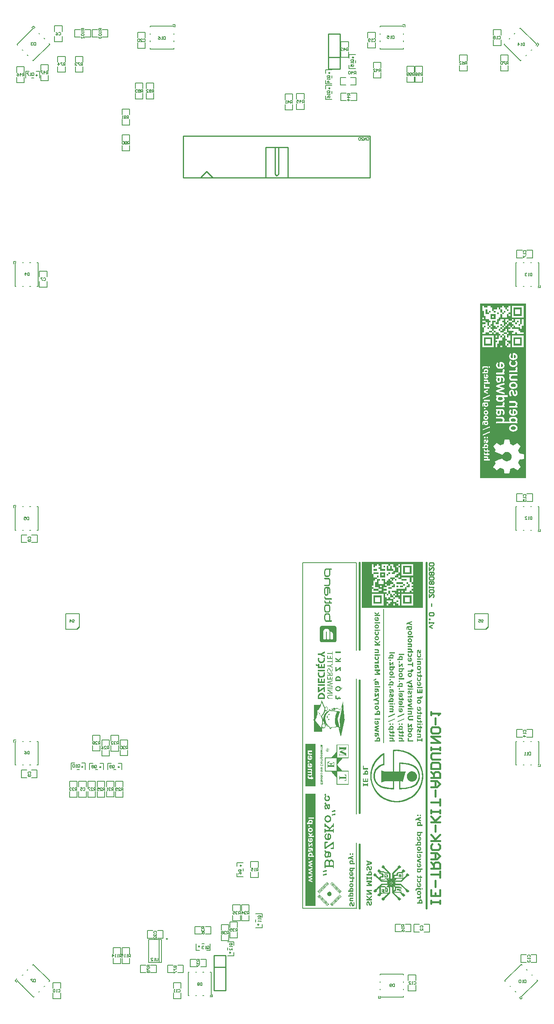
<source format=gbo>
G04*
G04 #@! TF.GenerationSoftware,Altium Limited,Altium Designer,18.1.7 (191)*
G04*
G04 Layer_Color=32896*
%FSLAX44Y44*%
%MOMM*%
G71*
G01*
G75*
%ADD10C,0.2500*%
%ADD11C,0.2000*%
%ADD12C,0.2540*%
%ADD16C,0.1500*%
%ADD161C,0.4000*%
G36*
X388854Y-1092265D02*
X377168D01*
Y-1089439D01*
X388854D01*
Y-1092265D01*
D02*
G37*
G36*
X371440Y-1097458D02*
X371363Y-1097611D01*
X371287Y-1097688D01*
X371211Y-1097764D01*
X371134D01*
X370065D01*
Y-1094021D01*
X359601D01*
Y-1092494D01*
X370065D01*
Y-1088980D01*
X371440D01*
Y-1097458D01*
D02*
G37*
G36*
X354331Y-1092265D02*
X354102Y-1092418D01*
X353797Y-1092570D01*
X353415Y-1092799D01*
X352956Y-1093028D01*
X351887Y-1093487D01*
X350741Y-1093945D01*
X349672Y-1094327D01*
X348755Y-1094709D01*
X348374Y-1094862D01*
X348068Y-1094938D01*
X347915Y-1095014D01*
X347839D01*
Y-1095167D01*
X348985Y-1095549D01*
X349978Y-1095931D01*
X350818Y-1096313D01*
X351581Y-1096618D01*
X352192Y-1096847D01*
X352727Y-1097076D01*
X353186Y-1097229D01*
X353491Y-1097458D01*
X354026Y-1097688D01*
X354255Y-1097840D01*
X354331Y-1097917D01*
Y-1101583D01*
X352727Y-1100743D01*
X351352Y-1100055D01*
X350130Y-1099444D01*
X349137Y-1098910D01*
X348221Y-1098451D01*
X347457Y-1098146D01*
X346846Y-1097840D01*
X346388Y-1097535D01*
X345930Y-1097382D01*
X345624Y-1097229D01*
X345471Y-1097153D01*
X345242Y-1097076D01*
X345089Y-1097000D01*
X339208D01*
Y-1093487D01*
X345242D01*
X345395Y-1093410D01*
X345777Y-1093258D01*
X346235Y-1093028D01*
X346846Y-1092723D01*
X347533Y-1092341D01*
X348297Y-1091883D01*
X349901Y-1090966D01*
X351581Y-1090126D01*
X352269Y-1089668D01*
X352956Y-1089286D01*
X353491Y-1088980D01*
X353949Y-1088751D01*
X354255Y-1088599D01*
X354331Y-1088522D01*
Y-1092265D01*
D02*
G37*
G36*
X360976Y-1103645D02*
X365100D01*
Y-1098986D01*
X366170D01*
X366399Y-1099062D01*
X366475Y-1099139D01*
X366552Y-1099292D01*
Y-1103645D01*
X370065D01*
Y-1098680D01*
X371134D01*
X371287Y-1098757D01*
X371440Y-1098833D01*
Y-1105173D01*
X359601D01*
Y-1098528D01*
X360976D01*
Y-1103645D01*
D02*
G37*
G36*
X353797Y-1102652D02*
X353949Y-1102805D01*
X354102Y-1103263D01*
X354255Y-1103874D01*
X354408Y-1104561D01*
X354484Y-1105249D01*
X354560Y-1105784D01*
X354637Y-1106242D01*
Y-1106395D01*
X354331Y-1108762D01*
X353949Y-1109755D01*
X353415Y-1110672D01*
X352880Y-1111435D01*
X352345Y-1112123D01*
X351734Y-1112658D01*
X351123Y-1113116D01*
X350512Y-1113498D01*
X349901Y-1113803D01*
X348755Y-1114261D01*
X347839Y-1114491D01*
X347457D01*
X347152Y-1114567D01*
X346999D01*
X346922D01*
X346159D01*
X345242Y-1114491D01*
X344402Y-1114338D01*
X344096Y-1114261D01*
X343791Y-1114185D01*
X343638Y-1114109D01*
X343562D01*
X342722Y-1113727D01*
X342034Y-1113192D01*
X341423Y-1112734D01*
X340889Y-1112123D01*
X340430Y-1111588D01*
X340048Y-1110977D01*
X339514Y-1109755D01*
X339132Y-1108686D01*
X338979Y-1107769D01*
X338903Y-1107387D01*
Y-1105936D01*
X339056Y-1105096D01*
X339132Y-1104332D01*
X339285Y-1103798D01*
X339437Y-1103339D01*
X339514Y-1102958D01*
X339667Y-1102805D01*
Y-1102729D01*
X342340Y-1103339D01*
X342187Y-1103951D01*
X342111Y-1104485D01*
X341958Y-1104943D01*
Y-1105402D01*
X341881Y-1105707D01*
Y-1106395D01*
X341958Y-1107082D01*
X342111Y-1107693D01*
X342263Y-1108304D01*
X342569Y-1108762D01*
X343256Y-1109526D01*
X344096Y-1110137D01*
X344937Y-1110519D01*
X345624Y-1110748D01*
X345930Y-1110825D01*
X346159Y-1110901D01*
X346235D01*
X346311D01*
X347228D01*
X347915Y-1110825D01*
X348526Y-1110672D01*
X349061Y-1110519D01*
X349596Y-1110213D01*
X350359Y-1109450D01*
X350894Y-1108610D01*
X351276Y-1107846D01*
X351505Y-1107082D01*
X351581Y-1106777D01*
X351658Y-1106624D01*
Y-1106395D01*
X351581Y-1105173D01*
X351505Y-1104638D01*
X351429Y-1104180D01*
X351276Y-1103874D01*
X351200Y-1103569D01*
X351123Y-1103416D01*
Y-1103339D01*
X353720Y-1102576D01*
X353797Y-1102652D01*
D02*
G37*
G36*
X383813Y-1106547D02*
X383966D01*
X388701Y-1102881D01*
X388854D01*
Y-1105936D01*
X388319Y-1106395D01*
X387632Y-1107006D01*
X386792Y-1107540D01*
X385951Y-1108075D01*
X385188Y-1108610D01*
X384577Y-1108991D01*
X384118Y-1109297D01*
X384042Y-1109373D01*
X383966D01*
Y-1109526D01*
X388854D01*
Y-1112276D01*
X377168D01*
Y-1109526D01*
X381063D01*
X381522Y-1109068D01*
X381903Y-1108839D01*
X382056Y-1108762D01*
X382133D01*
Y-1108457D01*
X382056D01*
X381827Y-1108380D01*
X381598Y-1108228D01*
X381292Y-1108075D01*
X380452Y-1107617D01*
X379536Y-1107158D01*
X378696Y-1106700D01*
X377932Y-1106242D01*
X377626Y-1106089D01*
X377397Y-1105936D01*
X377244Y-1105860D01*
X377168D01*
Y-1102576D01*
X383813Y-1106547D01*
D02*
G37*
G36*
X371440Y-1115178D02*
X370065D01*
Y-1111665D01*
X359601D01*
Y-1109984D01*
X370065D01*
Y-1106395D01*
X371440D01*
Y-1115178D01*
D02*
G37*
G36*
X342034Y-1122358D02*
X345548D01*
Y-1116782D01*
X348144D01*
X348374Y-1116858D01*
X348450Y-1116935D01*
X348526Y-1117011D01*
Y-1122358D01*
X351429D01*
Y-1116477D01*
X354331D01*
Y-1125871D01*
X339208D01*
Y-1119379D01*
X338674Y-1119837D01*
X338215Y-1120143D01*
X337757Y-1120448D01*
X337375Y-1120601D01*
X337070Y-1120677D01*
X336841Y-1120754D01*
X336688D01*
X336612D01*
X336000D01*
X335466Y-1120677D01*
X335084Y-1120448D01*
X334778Y-1120066D01*
X334626Y-1119684D01*
X334473Y-1119303D01*
X334397Y-1118921D01*
X334320Y-1118691D01*
Y-1118462D01*
X334397Y-1117546D01*
X334626Y-1116782D01*
X334778Y-1116477D01*
X334855Y-1116247D01*
X334931Y-1116171D01*
Y-1116095D01*
X335542Y-1116171D01*
X336000Y-1116247D01*
X336306Y-1116400D01*
X336459Y-1116477D01*
Y-1117393D01*
X336535Y-1117699D01*
X336688Y-1117928D01*
X336841Y-1118233D01*
X336917Y-1118309D01*
X337681Y-1118080D01*
X338215Y-1117699D01*
X338674Y-1117393D01*
X338903Y-1117011D01*
X339056Y-1116629D01*
X339208Y-1116400D01*
Y-1116095D01*
X342034D01*
Y-1122358D01*
D02*
G37*
G36*
X371440Y-1117546D02*
X370447Y-1118004D01*
X369607Y-1118386D01*
X368919Y-1118768D01*
X368232Y-1119073D01*
X367697Y-1119379D01*
X367315Y-1119608D01*
X366934Y-1119837D01*
X366628Y-1119990D01*
X366246Y-1120219D01*
X366017Y-1120372D01*
X365941Y-1120448D01*
X371440Y-1123045D01*
Y-1124954D01*
X370218Y-1124267D01*
X369148Y-1123732D01*
X368232Y-1123198D01*
X367468Y-1122816D01*
X366781Y-1122434D01*
X366170Y-1122128D01*
X365635Y-1121899D01*
X365253Y-1121670D01*
X364948Y-1121517D01*
X364719Y-1121441D01*
X364337Y-1121288D01*
X364184Y-1121212D01*
X359601D01*
Y-1119684D01*
X364184D01*
X364337Y-1119608D01*
X364642Y-1119532D01*
X365024Y-1119303D01*
X365482Y-1119073D01*
X366628Y-1118386D01*
X367926Y-1117622D01*
X369225Y-1116935D01*
X369836Y-1116553D01*
X370370Y-1116247D01*
X370829Y-1116018D01*
X371134Y-1115789D01*
X371363Y-1115713D01*
X371440Y-1115636D01*
Y-1117546D01*
D02*
G37*
G36*
X388854Y-1131905D02*
X386715D01*
Y-1126940D01*
X386562D01*
X385188Y-1127933D01*
X383966Y-1128773D01*
X382896Y-1129537D01*
X381903Y-1130148D01*
X381140Y-1130683D01*
X380452Y-1131141D01*
X379841Y-1131523D01*
X379383Y-1131828D01*
X379001Y-1132058D01*
X378696Y-1132210D01*
X378314Y-1132439D01*
X378161Y-1132516D01*
X378085D01*
X377168D01*
Y-1123198D01*
X379459D01*
Y-1128621D01*
X379612D01*
X387479Y-1123198D01*
X388854D01*
Y-1131905D01*
D02*
G37*
G36*
X354331Y-1132058D02*
X354255Y-1132210D01*
X354178Y-1132287D01*
X354102Y-1132363D01*
X354026D01*
X339208D01*
Y-1128773D01*
X354331D01*
Y-1132058D01*
D02*
G37*
G36*
X363649Y-1125947D02*
X364108Y-1126100D01*
X364948Y-1126635D01*
X365253Y-1126940D01*
X365482Y-1127169D01*
X365635Y-1127322D01*
X365711Y-1127399D01*
X365941Y-1128009D01*
X366170Y-1128621D01*
X366704Y-1129537D01*
X367163Y-1130148D01*
X367545Y-1130606D01*
X367850Y-1130835D01*
X368156Y-1130988D01*
X368308Y-1131065D01*
X368385D01*
X368690D01*
X369148Y-1130988D01*
X369530Y-1130759D01*
X369759Y-1130454D01*
X369989Y-1130148D01*
X370065Y-1129843D01*
X370141Y-1129537D01*
X370218Y-1129308D01*
Y-1128926D01*
X370141Y-1128239D01*
X369989Y-1127475D01*
X369912Y-1127169D01*
X369836Y-1126864D01*
X369759Y-1126711D01*
Y-1126635D01*
X369912D01*
X370065Y-1126558D01*
X370523Y-1126482D01*
X370905Y-1126406D01*
X370981Y-1126329D01*
X371058D01*
X371211Y-1126635D01*
X371363Y-1127017D01*
X371516Y-1127933D01*
X371592Y-1128315D01*
Y-1129079D01*
X371440Y-1130148D01*
X371058Y-1131065D01*
X370600Y-1131676D01*
X369989Y-1132210D01*
X369378Y-1132516D01*
X368919Y-1132669D01*
X368537Y-1132821D01*
X368385D01*
X367926Y-1132745D01*
X367545Y-1132669D01*
X366781Y-1132210D01*
X366552Y-1132058D01*
X366322Y-1131828D01*
X366170Y-1131752D01*
X366093Y-1131676D01*
X365711Y-1130912D01*
X365406Y-1130301D01*
X365100Y-1129766D01*
X364871Y-1129308D01*
X364413Y-1128544D01*
X364031Y-1128086D01*
X363802Y-1127780D01*
X363649Y-1127628D01*
X363497Y-1127551D01*
X362045D01*
X361816Y-1127628D01*
X361587Y-1127857D01*
X361358Y-1128162D01*
X361205Y-1128468D01*
X361052Y-1128850D01*
X360900Y-1129155D01*
X360823Y-1129384D01*
Y-1129919D01*
X360976Y-1130912D01*
X361205Y-1131752D01*
X361358Y-1132134D01*
X361434Y-1132363D01*
X361587Y-1132516D01*
Y-1132592D01*
X361511D01*
X361358Y-1132669D01*
X360976Y-1132745D01*
X360518Y-1132898D01*
X360441Y-1132974D01*
X360365D01*
X360136Y-1132745D01*
X359907Y-1132363D01*
X359754Y-1131905D01*
X359601Y-1131294D01*
X359525Y-1130835D01*
Y-1130377D01*
X359448Y-1130072D01*
Y-1129919D01*
X359525Y-1129232D01*
X359678Y-1128544D01*
X359907Y-1128009D01*
X360136Y-1127551D01*
X360671Y-1126864D01*
X361205Y-1126406D01*
X361740Y-1126100D01*
X362198Y-1125947D01*
X362504Y-1125871D01*
X362656D01*
X363115D01*
X363649Y-1125947D01*
D02*
G37*
G36*
X360594Y-1134273D02*
X361434Y-1134578D01*
X362122Y-1134807D01*
X362809Y-1135036D01*
X363344Y-1135189D01*
X363726Y-1135418D01*
X364108Y-1135571D01*
X364413Y-1135800D01*
X364795Y-1136106D01*
X365024Y-1136258D01*
X365100Y-1136411D01*
Y-1136488D01*
X365482D01*
X365788Y-1135800D01*
X366170Y-1135342D01*
X366628Y-1134960D01*
X367010Y-1134731D01*
X367468Y-1134578D01*
X367774Y-1134502D01*
X368003D01*
X368079D01*
X368537D01*
X369454Y-1134654D01*
X370141Y-1135036D01*
X370600Y-1135571D01*
X370981Y-1136182D01*
X371211Y-1136717D01*
X371363Y-1137328D01*
X371440Y-1137710D01*
Y-1140154D01*
X371287Y-1141758D01*
X359601D01*
Y-1140154D01*
X364642D01*
Y-1138244D01*
X364566Y-1138091D01*
Y-1138015D01*
X364489Y-1137786D01*
X364337Y-1137557D01*
X364108Y-1137328D01*
X363802Y-1137175D01*
X362962Y-1136717D01*
X362122Y-1136411D01*
X361205Y-1136106D01*
X360365Y-1135876D01*
X360060Y-1135800D01*
X359830D01*
X359678Y-1135724D01*
X359601D01*
Y-1134043D01*
X360594Y-1134273D01*
D02*
G37*
G36*
X354331Y-1135571D02*
X354484Y-1136258D01*
X354560Y-1136793D01*
X354637Y-1137328D01*
Y-1138015D01*
X354331Y-1140383D01*
X353949Y-1141376D01*
X353415Y-1142292D01*
X352880Y-1143056D01*
X352345Y-1143743D01*
X351734Y-1144278D01*
X351123Y-1144736D01*
X350512Y-1145118D01*
X349901Y-1145424D01*
X348755Y-1145882D01*
X347839Y-1146111D01*
X347457D01*
X347152Y-1146187D01*
X346999D01*
X346922D01*
X346159D01*
X345853D01*
X345471Y-1146111D01*
X344631Y-1146035D01*
X344249D01*
X343944Y-1145958D01*
X343715D01*
X343638D01*
X342798Y-1145500D01*
X342111Y-1144965D01*
X341423Y-1144431D01*
X340889Y-1143896D01*
X340430Y-1143285D01*
X340048Y-1142674D01*
X339514Y-1141452D01*
X339132Y-1140306D01*
X338979Y-1139390D01*
X338903Y-1139008D01*
Y-1137557D01*
X339056Y-1136717D01*
X339132Y-1135953D01*
X339285Y-1135418D01*
X339437Y-1134960D01*
X339514Y-1134578D01*
X339667Y-1134425D01*
Y-1134349D01*
X342340Y-1134960D01*
X342187Y-1135571D01*
X342111Y-1136106D01*
X341958Y-1136564D01*
Y-1137022D01*
X341881Y-1137328D01*
Y-1137939D01*
X342034Y-1138779D01*
X342187Y-1139466D01*
X342416Y-1140077D01*
X342722Y-1140612D01*
X343104Y-1140994D01*
X343485Y-1141376D01*
X344249Y-1141910D01*
X345013Y-1142292D01*
X345700Y-1142445D01*
X346159Y-1142521D01*
X346235D01*
X346311D01*
X347533D01*
X348144Y-1142445D01*
X348755Y-1142292D01*
X349214Y-1142063D01*
X349672Y-1141834D01*
X350436Y-1141070D01*
X350970Y-1140230D01*
X351276Y-1139390D01*
X351505Y-1138626D01*
X351581Y-1138397D01*
X351658Y-1138168D01*
Y-1137939D01*
X351581Y-1136946D01*
X351429Y-1135953D01*
X351276Y-1135571D01*
X351200Y-1135265D01*
X351123Y-1135036D01*
Y-1134960D01*
X353873Y-1134196D01*
X354331Y-1135571D01*
D02*
G37*
G36*
X360976Y-1148708D02*
X365100D01*
Y-1144202D01*
X366552D01*
Y-1148708D01*
X370065D01*
Y-1143896D01*
X371440D01*
Y-1150388D01*
X359601D01*
Y-1143896D01*
X359678Y-1143743D01*
X359754Y-1143591D01*
X359830D01*
X359907D01*
X360976D01*
Y-1148708D01*
D02*
G37*
G36*
X383813Y-1142750D02*
X384195D01*
X384500Y-1142827D01*
X384729Y-1142903D01*
X384959Y-1142980D01*
X385035D01*
X385722Y-1143209D01*
X386410Y-1143514D01*
X386944Y-1143972D01*
X387403Y-1144431D01*
X388090Y-1145500D01*
X388548Y-1146569D01*
X388854Y-1147715D01*
X389007Y-1148632D01*
X389083Y-1148937D01*
Y-1150770D01*
X389007Y-1151687D01*
X388930Y-1152298D01*
X388854Y-1152680D01*
X388778Y-1152985D01*
X388701Y-1153061D01*
X388625Y-1153138D01*
X377168D01*
X377092Y-1152145D01*
X377015Y-1151381D01*
Y-1149930D01*
X377092Y-1148555D01*
X377244Y-1147868D01*
X377321Y-1147333D01*
X377474Y-1146875D01*
X377550Y-1146493D01*
X377626Y-1146264D01*
Y-1146187D01*
X377932Y-1145576D01*
X378314Y-1145042D01*
X379230Y-1144125D01*
X380147Y-1143514D01*
X381063Y-1143132D01*
X381980Y-1142827D01*
X382667Y-1142750D01*
X382973Y-1142674D01*
X383202D01*
X383278D01*
X383355D01*
X383813Y-1142750D01*
D02*
G37*
G36*
X342034Y-1153978D02*
X345548D01*
Y-1148402D01*
X348144D01*
X348374Y-1148479D01*
X348450Y-1148555D01*
X348526Y-1148632D01*
Y-1153978D01*
X351429D01*
Y-1148402D01*
X351505Y-1148250D01*
X351581Y-1148097D01*
X351658D01*
X354331D01*
Y-1157491D01*
X339208D01*
Y-1147715D01*
X342034D01*
Y-1153978D01*
D02*
G37*
G36*
X354331Y-1163984D02*
X339208D01*
Y-1160394D01*
X354331D01*
Y-1163984D01*
D02*
G37*
G36*
X371440Y-1153138D02*
X371363Y-1153214D01*
X371211Y-1153291D01*
X370981Y-1153367D01*
X370676Y-1153443D01*
X369912Y-1153749D01*
X368996Y-1153978D01*
X368079Y-1154207D01*
X367315Y-1154436D01*
X367010Y-1154513D01*
X366781Y-1154589D01*
X366628Y-1154665D01*
X366552D01*
X365711Y-1154818D01*
X365024Y-1154971D01*
X364413Y-1155124D01*
X363878Y-1155276D01*
X363420Y-1155429D01*
X363038Y-1155506D01*
X362504Y-1155658D01*
X362122Y-1155811D01*
X361969Y-1155887D01*
X361893Y-1155964D01*
X362198D01*
X363802Y-1156269D01*
X365253Y-1156575D01*
X366475Y-1156880D01*
X367545Y-1157110D01*
X368461Y-1157339D01*
X369148Y-1157491D01*
X369759Y-1157720D01*
X370294Y-1157797D01*
X370676Y-1157950D01*
X370981Y-1158026D01*
X371134Y-1158102D01*
X371287Y-1158179D01*
X371440Y-1158255D01*
Y-1159630D01*
X369912Y-1160088D01*
X368537Y-1160470D01*
X367315Y-1160776D01*
X366246Y-1161081D01*
X365330Y-1161310D01*
X364566Y-1161539D01*
X363878Y-1161692D01*
X363267Y-1161845D01*
X362809Y-1161921D01*
X362427Y-1161998D01*
X362122Y-1162074D01*
X361893D01*
X361663Y-1162150D01*
X361587D01*
Y-1162227D01*
X361816D01*
X362198Y-1162303D01*
X362733Y-1162456D01*
X363420Y-1162532D01*
X364108Y-1162761D01*
X364948Y-1162914D01*
X366781Y-1163296D01*
X368461Y-1163754D01*
X369301Y-1163907D01*
X369989Y-1164060D01*
X370600Y-1164213D01*
X371058Y-1164365D01*
X371363Y-1164442D01*
X371440D01*
Y-1166122D01*
X359601Y-1163220D01*
Y-1161539D01*
X360747Y-1161158D01*
X361893Y-1160852D01*
X362885Y-1160623D01*
X363878Y-1160317D01*
X364719Y-1160088D01*
X365559Y-1159935D01*
X366857Y-1159554D01*
X367926Y-1159324D01*
X368690Y-1159172D01*
X369148Y-1159019D01*
X369301D01*
Y-1158866D01*
X368996D01*
X368614Y-1158790D01*
X368003Y-1158637D01*
X367392Y-1158561D01*
X366628Y-1158332D01*
X365788Y-1158179D01*
X364108Y-1157797D01*
X362427Y-1157415D01*
X361663Y-1157186D01*
X360976Y-1157033D01*
X360441Y-1156957D01*
X359983Y-1156804D01*
X359678Y-1156728D01*
X359601D01*
Y-1155047D01*
X371440Y-1151763D01*
Y-1153138D01*
D02*
G37*
G36*
Y-1169177D02*
X359601D01*
Y-1167650D01*
X371440D01*
Y-1169177D01*
D02*
G37*
G36*
X391680Y-1169788D02*
X389694Y-1171087D01*
X389541D01*
Y-1169101D01*
X390152Y-1168337D01*
X390687Y-1167802D01*
X391069Y-1167421D01*
X391298Y-1167191D01*
X391527Y-1166962D01*
X391604Y-1166886D01*
X391680D01*
Y-1169788D01*
D02*
G37*
G36*
X371440Y-1173072D02*
X371287Y-1173378D01*
X369989D01*
X368614D01*
X367086Y-1173302D01*
X365635D01*
X364260D01*
X363726Y-1173225D01*
X363191D01*
X362809D01*
X362504D01*
X362274D01*
X362198D01*
X362045D01*
Y-1173378D01*
X363497Y-1174142D01*
X365100Y-1174982D01*
X366628Y-1175898D01*
X368156Y-1176891D01*
X369454Y-1177731D01*
X369989Y-1178113D01*
X370523Y-1178419D01*
X370905Y-1178724D01*
X371211Y-1178953D01*
X371363Y-1179030D01*
X371440Y-1179106D01*
Y-1180634D01*
X359601D01*
Y-1179335D01*
X359754Y-1179106D01*
X360289D01*
X360900D01*
X362274D01*
X363802Y-1179183D01*
X365253D01*
X366628D01*
X367239Y-1179259D01*
X367774D01*
X368232D01*
X368537D01*
X368767D01*
X368843D01*
X369148D01*
Y-1179106D01*
X368919Y-1179030D01*
X368690Y-1178877D01*
X368461Y-1178801D01*
X368385Y-1178724D01*
X366934Y-1177808D01*
X365635Y-1177044D01*
X364489Y-1176357D01*
X363497Y-1175746D01*
X362656Y-1175211D01*
X361893Y-1174829D01*
X361358Y-1174447D01*
X360823Y-1174142D01*
X360441Y-1173836D01*
X360136Y-1173683D01*
X359830Y-1173378D01*
X359601Y-1173225D01*
Y-1171774D01*
X371440D01*
Y-1173072D01*
D02*
G37*
G36*
X385035Y-1164518D02*
X385799Y-1164824D01*
X386486Y-1165206D01*
X387097Y-1165587D01*
X387556Y-1166046D01*
X388014Y-1166504D01*
X388625Y-1167497D01*
X388930Y-1168490D01*
X389159Y-1169253D01*
X389236Y-1169559D01*
Y-1170017D01*
X389083Y-1171087D01*
X388778Y-1171850D01*
X388472Y-1172538D01*
X388090Y-1173149D01*
X387632Y-1173607D01*
X387174Y-1174065D01*
X386715Y-1174447D01*
X385799Y-1174982D01*
X384882Y-1175287D01*
X384195Y-1175440D01*
X383889Y-1175517D01*
X383660D01*
X383584D01*
X383507D01*
X381751D01*
X380911Y-1175287D01*
X380147Y-1174905D01*
X379459Y-1174524D01*
X378925Y-1174142D01*
X378466Y-1173683D01*
X378085Y-1173225D01*
X377474Y-1172309D01*
X377092Y-1171469D01*
X376939Y-1170705D01*
X376863Y-1170399D01*
Y-1170017D01*
X376939Y-1169865D01*
X377015Y-1169559D01*
X377092Y-1169024D01*
X377168Y-1168490D01*
Y-1168261D01*
X377474Y-1167573D01*
X377779Y-1166962D01*
X378237Y-1166428D01*
X378619Y-1165969D01*
X379536Y-1165282D01*
X380529Y-1164747D01*
X381369Y-1164518D01*
X382133Y-1164365D01*
X382438Y-1164289D01*
X382667D01*
X382744D01*
X382820D01*
X384118D01*
X385035Y-1164518D01*
D02*
G37*
G36*
X342111Y-1173072D02*
X343867Y-1171850D01*
X345395Y-1170781D01*
X346770Y-1169865D01*
X347915Y-1169024D01*
X348985Y-1168413D01*
X349825Y-1167802D01*
X350512Y-1167344D01*
X351123Y-1166962D01*
X351581Y-1166733D01*
X351963Y-1166504D01*
X352192Y-1166351D01*
X352422Y-1166198D01*
X352574Y-1166122D01*
X352651D01*
X354331D01*
Y-1177121D01*
X351429D01*
Y-1170628D01*
X348526Y-1172614D01*
X347304Y-1173531D01*
X346159Y-1174295D01*
X345166Y-1174982D01*
X344326Y-1175517D01*
X343562Y-1176051D01*
X342951Y-1176433D01*
X342416Y-1176739D01*
X341958Y-1177044D01*
X341576Y-1177197D01*
X341347Y-1177350D01*
X340965Y-1177579D01*
X340812Y-1177655D01*
X340736D01*
X339208D01*
Y-1165969D01*
X342111D01*
Y-1173072D01*
D02*
G37*
G36*
X371440Y-1184758D02*
X365635D01*
X364795D01*
X364031Y-1184835D01*
X363420Y-1184987D01*
X362885Y-1185140D01*
X362427Y-1185369D01*
X361969Y-1185598D01*
X361434Y-1186057D01*
X361052Y-1186515D01*
X360900Y-1186973D01*
X360823Y-1187279D01*
Y-1188195D01*
X361129Y-1188883D01*
X361587Y-1189417D01*
X362198Y-1189799D01*
X362885Y-1190028D01*
X363497Y-1190181D01*
X364031Y-1190334D01*
X364413D01*
X364566D01*
X371440D01*
Y-1191861D01*
X363726D01*
X363191D01*
X362885Y-1191785D01*
X362733Y-1191709D01*
X362656D01*
X361587Y-1191327D01*
X360823Y-1190792D01*
X360212Y-1190181D01*
X359830Y-1189494D01*
X359601Y-1188806D01*
X359525Y-1188272D01*
X359448Y-1187890D01*
Y-1187126D01*
X359601Y-1186439D01*
X359830Y-1185827D01*
X360136Y-1185293D01*
X360441Y-1184835D01*
X361205Y-1184147D01*
X361969Y-1183689D01*
X362733Y-1183460D01*
X363420Y-1183307D01*
X363878Y-1183231D01*
X363955D01*
X364031D01*
X371440D01*
Y-1184758D01*
D02*
G37*
G36*
X348144Y-1178953D02*
X349061Y-1179106D01*
X349367Y-1179183D01*
X349672Y-1179259D01*
X349825Y-1179335D01*
X349901D01*
X350741Y-1179717D01*
X351429Y-1180176D01*
X352040Y-1180710D01*
X352574Y-1181398D01*
X353033Y-1182009D01*
X353338Y-1182696D01*
X353949Y-1184147D01*
X354255Y-1185446D01*
X354331Y-1186057D01*
X354408Y-1186515D01*
X354484Y-1186973D01*
Y-1188272D01*
X354408Y-1189035D01*
Y-1189875D01*
X354331Y-1190639D01*
X354255Y-1191250D01*
Y-1191861D01*
X354178Y-1192167D01*
Y-1192320D01*
X339208D01*
X339132Y-1191327D01*
X339056Y-1190563D01*
Y-1187584D01*
X339132Y-1186209D01*
X339285Y-1185598D01*
X339361Y-1184987D01*
X339514Y-1184453D01*
X339590Y-1184071D01*
X339667Y-1183765D01*
Y-1183689D01*
X340048Y-1182849D01*
X340583Y-1182085D01*
X341118Y-1181474D01*
X341652Y-1180939D01*
X342263Y-1180405D01*
X342874Y-1180023D01*
X344096Y-1179488D01*
X345242Y-1179106D01*
X346235Y-1178953D01*
X346541Y-1178877D01*
X346846D01*
X346999D01*
X347075D01*
X348144Y-1178953D01*
D02*
G37*
G36*
X379459Y-1189875D02*
X382820D01*
X382973Y-1189799D01*
X383202Y-1189570D01*
X383507Y-1189188D01*
X383813Y-1188806D01*
X384118Y-1188424D01*
X384348Y-1188043D01*
X384500Y-1187813D01*
X384577Y-1187737D01*
X386410D01*
X386028Y-1188272D01*
X385722Y-1188730D01*
X385493Y-1189112D01*
X385340Y-1189341D01*
X385111Y-1189723D01*
X385035Y-1189875D01*
X388854D01*
Y-1192701D01*
X383049D01*
X382820Y-1193160D01*
X382591Y-1193465D01*
X382438Y-1193694D01*
X382362Y-1193847D01*
X382209Y-1194000D01*
X382133D01*
X380376D01*
X380452Y-1193847D01*
X380529Y-1193694D01*
X380834Y-1193236D01*
X381063Y-1192854D01*
X381216Y-1192778D01*
Y-1192701D01*
X377168D01*
Y-1185217D01*
X379459D01*
Y-1189875D01*
D02*
G37*
G36*
X791828Y-431500D02*
X791978D01*
Y-712000D01*
X717000D01*
Y-712000D01*
X692000D01*
Y-431500D01*
X692000D01*
Y-333172D01*
X791828D01*
Y-431500D01*
D02*
G37*
G36*
X568000Y-994000D02*
X435000D01*
Y-894173D01*
X568000D01*
Y-994000D01*
D02*
G37*
G36*
X334000Y-1382000D02*
X312000D01*
Y-1289461D01*
X334000D01*
Y-1382000D01*
D02*
G37*
G36*
X416175Y-1530841D02*
X413338D01*
Y-1528142D01*
X416175D01*
Y-1530841D01*
D02*
G37*
G36*
X410888D02*
X408052D01*
Y-1528142D01*
X410888D01*
Y-1530841D01*
D02*
G37*
G36*
X416175Y-1535353D02*
X410913Y-1537215D01*
X416175Y-1539152D01*
Y-1541888D01*
X408102Y-1538727D01*
X405077Y-1540014D01*
Y-1537202D01*
X416175Y-1532678D01*
Y-1535353D01*
D02*
G37*
G36*
X412575Y-1542751D02*
X412913Y-1542776D01*
X413225Y-1542813D01*
X413525Y-1542863D01*
X413800Y-1542938D01*
X414050Y-1543001D01*
X414275Y-1543076D01*
X414487Y-1543151D01*
X414675Y-1543238D01*
X414837Y-1543313D01*
X414975Y-1543376D01*
X415087Y-1543438D01*
X415175Y-1543501D01*
X415237Y-1543538D01*
X415275Y-1543563D01*
X415287Y-1543575D01*
X415487Y-1543738D01*
X415650Y-1543913D01*
X415800Y-1544100D01*
X415924Y-1544300D01*
X416037Y-1544500D01*
X416124Y-1544700D01*
X416199Y-1544888D01*
X416262Y-1545075D01*
X416312Y-1545250D01*
X416337Y-1545425D01*
X416362Y-1545562D01*
X416387Y-1545700D01*
Y-1545800D01*
X416399Y-1545887D01*
Y-1545950D01*
X416387Y-1546250D01*
X416349Y-1546525D01*
X416299Y-1546775D01*
X416250Y-1546987D01*
X416199Y-1547162D01*
X416149Y-1547287D01*
X416124Y-1547337D01*
X416112Y-1547375D01*
X416100Y-1547387D01*
Y-1547399D01*
X415975Y-1547637D01*
X415850Y-1547849D01*
X415725Y-1548062D01*
X415600Y-1548249D01*
X415487Y-1548399D01*
X415400Y-1548524D01*
X415350Y-1548599D01*
X415325Y-1548612D01*
Y-1548624D01*
X419299D01*
Y-1551236D01*
X408052D01*
Y-1548737D01*
X408451Y-1548624D01*
X408352Y-1548449D01*
X408276Y-1548274D01*
X408201Y-1548112D01*
X408139Y-1547962D01*
X408102Y-1547837D01*
X408064Y-1547737D01*
X408052Y-1547674D01*
X408039Y-1547649D01*
X407989Y-1547449D01*
X407952Y-1547249D01*
X407927Y-1547050D01*
X407914Y-1546862D01*
X407902Y-1546700D01*
X407889Y-1546562D01*
Y-1546450D01*
X407902Y-1546162D01*
X407939Y-1545875D01*
X408002Y-1545612D01*
X408077Y-1545363D01*
X408164Y-1545137D01*
X408264Y-1544913D01*
X408377Y-1544713D01*
X408489Y-1544525D01*
X408601Y-1544363D01*
X408714Y-1544225D01*
X408814Y-1544100D01*
X408901Y-1543988D01*
X408976Y-1543913D01*
X409039Y-1543850D01*
X409076Y-1543813D01*
X409089Y-1543800D01*
X409326Y-1543613D01*
X409576Y-1543450D01*
X409826Y-1543313D01*
X410089Y-1543188D01*
X410351Y-1543088D01*
X410613Y-1543001D01*
X410863Y-1542926D01*
X411101Y-1542876D01*
X411338Y-1542826D01*
X411551Y-1542788D01*
X411738Y-1542776D01*
X411901Y-1542751D01*
X412025D01*
X412126Y-1542738D01*
X412188D01*
X412213D01*
X412575Y-1542751D01*
D02*
G37*
G36*
X419299Y-1561358D02*
X415850D01*
X415937Y-1561546D01*
X416012Y-1561721D01*
X416074Y-1561883D01*
X416137Y-1562033D01*
X416175Y-1562158D01*
X416212Y-1562246D01*
X416225Y-1562308D01*
X416237Y-1562333D01*
X416287Y-1562521D01*
X416337Y-1562708D01*
X416362Y-1562908D01*
X416374Y-1563096D01*
X416387Y-1563270D01*
X416399Y-1563395D01*
Y-1563520D01*
X416387Y-1563783D01*
X416349Y-1564045D01*
X416299Y-1564283D01*
X416250Y-1564495D01*
X416187Y-1564670D01*
X416137Y-1564807D01*
X416112Y-1564857D01*
X416100Y-1564895D01*
X416087Y-1564920D01*
Y-1564933D01*
X415962Y-1565182D01*
X415825Y-1565420D01*
X415687Y-1565620D01*
X415562Y-1565795D01*
X415437Y-1565932D01*
X415337Y-1566045D01*
X415275Y-1566107D01*
X415262Y-1566132D01*
X415250D01*
X415025Y-1566320D01*
X414787Y-1566470D01*
X414562Y-1566620D01*
X414350Y-1566732D01*
X414162Y-1566819D01*
X414075Y-1566857D01*
X414012Y-1566895D01*
X413950Y-1566907D01*
X413913Y-1566932D01*
X413888Y-1566944D01*
X413875D01*
X413563Y-1567044D01*
X413250Y-1567119D01*
X412950Y-1567169D01*
X412663Y-1567207D01*
X412538Y-1567219D01*
X412413Y-1567232D01*
X412313D01*
X412225Y-1567244D01*
X412150D01*
X412100D01*
X412063D01*
X412051D01*
X411701Y-1567232D01*
X411363Y-1567207D01*
X411038Y-1567157D01*
X410751Y-1567107D01*
X410476Y-1567044D01*
X410214Y-1566969D01*
X409989Y-1566882D01*
X409776Y-1566794D01*
X409589Y-1566720D01*
X409426Y-1566632D01*
X409289Y-1566557D01*
X409176Y-1566495D01*
X409076Y-1566445D01*
X409014Y-1566395D01*
X408976Y-1566370D01*
X408964Y-1566357D01*
X408764Y-1566182D01*
X408589Y-1565995D01*
X408439Y-1565807D01*
X408302Y-1565607D01*
X408201Y-1565407D01*
X408102Y-1565220D01*
X408027Y-1565020D01*
X407964Y-1564832D01*
X407927Y-1564658D01*
X407889Y-1564495D01*
X407864Y-1564358D01*
X407839Y-1564233D01*
Y-1564120D01*
X407827Y-1564045D01*
Y-1563983D01*
X407839Y-1563695D01*
X407864Y-1563445D01*
X407902Y-1563208D01*
X407952Y-1563008D01*
X408002Y-1562845D01*
X408039Y-1562720D01*
X408052Y-1562683D01*
X408064Y-1562646D01*
X408077Y-1562633D01*
Y-1562621D01*
X408189Y-1562396D01*
X408314Y-1562171D01*
X408451Y-1561958D01*
X408576Y-1561771D01*
X408701Y-1561608D01*
X408801Y-1561471D01*
X408839Y-1561421D01*
X408864Y-1561383D01*
X408889Y-1561371D01*
Y-1561358D01*
X408052D01*
Y-1558747D01*
X419299D01*
Y-1561358D01*
D02*
G37*
G36*
X412875Y-1568507D02*
X413200Y-1568532D01*
X413500Y-1568582D01*
X413775Y-1568644D01*
X414038Y-1568732D01*
X414275Y-1568806D01*
X414487Y-1568907D01*
X414675Y-1568994D01*
X414850Y-1569081D01*
X415000Y-1569181D01*
X415125Y-1569256D01*
X415225Y-1569331D01*
X415312Y-1569406D01*
X415362Y-1569456D01*
X415400Y-1569481D01*
X415412Y-1569494D01*
X415587Y-1569694D01*
X415750Y-1569906D01*
X415887Y-1570144D01*
X415999Y-1570381D01*
X416100Y-1570631D01*
X416175Y-1570881D01*
X416250Y-1571118D01*
X416299Y-1571356D01*
X416337Y-1571593D01*
X416374Y-1571793D01*
X416399Y-1571993D01*
X416412Y-1572156D01*
Y-1572293D01*
X416424Y-1572393D01*
Y-1572480D01*
X416412Y-1572868D01*
X416374Y-1573243D01*
X416312Y-1573580D01*
X416237Y-1573905D01*
X416149Y-1574205D01*
X416049Y-1574492D01*
X415950Y-1574742D01*
X415837Y-1574967D01*
X415725Y-1575167D01*
X415625Y-1575355D01*
X415525Y-1575505D01*
X415437Y-1575630D01*
X415362Y-1575730D01*
X415300Y-1575792D01*
X415262Y-1575842D01*
X415250Y-1575855D01*
X415025Y-1576067D01*
X414775Y-1576255D01*
X414525Y-1576417D01*
X414263Y-1576567D01*
X413988Y-1576680D01*
X413725Y-1576779D01*
X413463Y-1576867D01*
X413213Y-1576929D01*
X412975Y-1576979D01*
X412763Y-1577017D01*
X412563Y-1577042D01*
X412400Y-1577054D01*
X412263Y-1577067D01*
X412150Y-1577079D01*
X412088D01*
X412063D01*
X411688Y-1577067D01*
X411338Y-1577017D01*
X411013Y-1576954D01*
X410713Y-1576879D01*
X410438Y-1576779D01*
X410176Y-1576667D01*
X409939Y-1576555D01*
X409726Y-1576429D01*
X409539Y-1576305D01*
X409376Y-1576192D01*
X409239Y-1576080D01*
X409126Y-1575980D01*
X409039Y-1575905D01*
X408976Y-1575830D01*
X408939Y-1575792D01*
X408926Y-1575780D01*
X408739Y-1575517D01*
X408564Y-1575242D01*
X408427Y-1574955D01*
X408302Y-1574642D01*
X408189Y-1574343D01*
X408102Y-1574030D01*
X408039Y-1573718D01*
X407977Y-1573418D01*
X407927Y-1573143D01*
X407902Y-1572880D01*
X407877Y-1572643D01*
X407852Y-1572443D01*
Y-1572281D01*
X407839Y-1572156D01*
Y-1572043D01*
X407852Y-1571693D01*
X407864Y-1571368D01*
X407889Y-1571081D01*
X407927Y-1570818D01*
X407939Y-1570719D01*
X407952Y-1570618D01*
X407964Y-1570531D01*
X407977Y-1570456D01*
X407989Y-1570394D01*
Y-1570356D01*
X408002Y-1570331D01*
Y-1570319D01*
X408064Y-1570019D01*
X408139Y-1569719D01*
X408227Y-1569444D01*
X408314Y-1569181D01*
X408389Y-1568969D01*
X408414Y-1568869D01*
X408439Y-1568794D01*
X408464Y-1568732D01*
X408489Y-1568681D01*
X408501Y-1568656D01*
Y-1568644D01*
X410601D01*
Y-1568944D01*
X410476Y-1569119D01*
X410351Y-1569319D01*
X410238Y-1569519D01*
X410151Y-1569719D01*
X410064Y-1569894D01*
X410001Y-1570031D01*
X409976Y-1570081D01*
X409964Y-1570119D01*
X409951Y-1570144D01*
Y-1570156D01*
X409851Y-1570444D01*
X409776Y-1570731D01*
X409726Y-1571006D01*
X409689Y-1571243D01*
X409664Y-1571456D01*
Y-1571543D01*
X409651Y-1571618D01*
Y-1571993D01*
X409676Y-1572218D01*
X409701Y-1572418D01*
X409726Y-1572618D01*
X409764Y-1572793D01*
X409814Y-1572955D01*
X409851Y-1573093D01*
X409901Y-1573230D01*
X409951Y-1573343D01*
X409989Y-1573443D01*
X410039Y-1573530D01*
X410076Y-1573605D01*
X410101Y-1573655D01*
X410126Y-1573693D01*
X410151Y-1573718D01*
Y-1573730D01*
X410251Y-1573843D01*
X410364Y-1573955D01*
X410476Y-1574043D01*
X410601Y-1574118D01*
X410851Y-1574243D01*
X411088Y-1574330D01*
X411301Y-1574393D01*
X411401Y-1574405D01*
X411476Y-1574430D01*
X411551D01*
X411601Y-1574442D01*
X411626D01*
X411638D01*
Y-1568494D01*
X412538D01*
X412875Y-1568507D01*
D02*
G37*
G36*
X416175Y-1580466D02*
X418499D01*
Y-1583078D01*
X416175D01*
Y-1584153D01*
X414412D01*
Y-1583078D01*
X410601D01*
X410339Y-1583065D01*
X410089Y-1583040D01*
X409851Y-1583015D01*
X409651Y-1582965D01*
X409451Y-1582903D01*
X409289Y-1582840D01*
X409126Y-1582778D01*
X408989Y-1582703D01*
X408876Y-1582640D01*
X408776Y-1582578D01*
X408689Y-1582516D01*
X408626Y-1582453D01*
X408564Y-1582403D01*
X408526Y-1582378D01*
X408514Y-1582353D01*
X408501Y-1582341D01*
X408389Y-1582191D01*
X408302Y-1582028D01*
X408214Y-1581853D01*
X408152Y-1581678D01*
X408039Y-1581303D01*
X407964Y-1580941D01*
X407939Y-1580766D01*
X407927Y-1580603D01*
X407914Y-1580466D01*
X407902Y-1580341D01*
X407889Y-1580241D01*
Y-1579841D01*
X407902Y-1579616D01*
X407914Y-1579429D01*
X407927Y-1579254D01*
Y-1579129D01*
X407939Y-1579029D01*
X407952Y-1578966D01*
Y-1578941D01*
X407977Y-1578766D01*
X408002Y-1578604D01*
X408027Y-1578441D01*
X408052Y-1578317D01*
X408077Y-1578204D01*
X408102Y-1578117D01*
X408114Y-1578067D01*
Y-1578042D01*
X409901D01*
Y-1578267D01*
X409876Y-1578317D01*
X409839Y-1578392D01*
X409789Y-1578542D01*
X409776Y-1578616D01*
X409751Y-1578679D01*
X409739Y-1578716D01*
Y-1578729D01*
X409714Y-1578841D01*
X409689Y-1578941D01*
X409676Y-1579041D01*
X409664Y-1579116D01*
X409651Y-1579179D01*
Y-1579254D01*
X409664Y-1579429D01*
X409676Y-1579579D01*
X409701Y-1579704D01*
X409726Y-1579816D01*
X409751Y-1579891D01*
X409764Y-1579954D01*
X409789Y-1579991D01*
Y-1580004D01*
X409851Y-1580091D01*
X409914Y-1580166D01*
X409989Y-1580229D01*
X410051Y-1580266D01*
X410113Y-1580303D01*
X410163Y-1580329D01*
X410188Y-1580354D01*
X410201D01*
X410401Y-1580416D01*
X410576Y-1580441D01*
X410651Y-1580453D01*
X410713Y-1580466D01*
X410751D01*
X410763D01*
X411013D01*
X411138D01*
X411263D01*
X411363D01*
X411438D01*
X411501D01*
X411513D01*
X414412D01*
Y-1578042D01*
X416175D01*
Y-1580466D01*
D02*
G37*
G36*
Y-1584827D02*
Y-1584927D01*
X416187Y-1585002D01*
Y-1585027D01*
X416199Y-1585152D01*
Y-1585340D01*
X416187Y-1585540D01*
X416162Y-1585740D01*
X416124Y-1585940D01*
X416074Y-1586115D01*
X416025Y-1586277D01*
X415987Y-1586389D01*
X415975Y-1586440D01*
X415962Y-1586477D01*
X415950Y-1586490D01*
Y-1586502D01*
X415837Y-1586752D01*
X415700Y-1587002D01*
X415537Y-1587252D01*
X415375Y-1587489D01*
X415225Y-1587689D01*
X415150Y-1587777D01*
X415100Y-1587852D01*
X415050Y-1587902D01*
X415012Y-1587952D01*
X414987Y-1587977D01*
X414975Y-1587989D01*
X416175D01*
Y-1590601D01*
X408052D01*
Y-1587989D01*
X413475D01*
X413538Y-1587814D01*
X413588Y-1587639D01*
X413638Y-1587489D01*
X413663Y-1587352D01*
X413688Y-1587239D01*
X413713Y-1587152D01*
X413725Y-1587102D01*
Y-1587077D01*
X413775Y-1586739D01*
X413788Y-1586577D01*
Y-1586427D01*
X413800Y-1586302D01*
Y-1585902D01*
X413788Y-1585702D01*
X413775Y-1585615D01*
Y-1585552D01*
X413763Y-1585502D01*
Y-1585490D01*
X413750Y-1585365D01*
X413738Y-1585252D01*
X413725Y-1585152D01*
X413713Y-1585077D01*
X413700Y-1585027D01*
Y-1584977D01*
X413688Y-1584965D01*
Y-1584715D01*
X416162D01*
X416175Y-1584827D01*
D02*
G37*
G36*
X412463Y-1592475D02*
X412813Y-1592513D01*
X413138Y-1592575D01*
X413438Y-1592638D01*
X413725Y-1592738D01*
X413975Y-1592825D01*
X414212Y-1592938D01*
X414437Y-1593038D01*
X414625Y-1593150D01*
X414787Y-1593263D01*
X414937Y-1593350D01*
X415050Y-1593438D01*
X415137Y-1593513D01*
X415212Y-1593575D01*
X415250Y-1593613D01*
X415262Y-1593625D01*
X415462Y-1593850D01*
X415650Y-1594100D01*
X415800Y-1594362D01*
X415937Y-1594625D01*
X416049Y-1594900D01*
X416137Y-1595175D01*
X416212Y-1595450D01*
X416274Y-1595700D01*
X416324Y-1595950D01*
X416362Y-1596174D01*
X416387Y-1596387D01*
X416412Y-1596562D01*
Y-1596712D01*
X416424Y-1596812D01*
Y-1596912D01*
X416412Y-1597299D01*
X416374Y-1597649D01*
X416324Y-1597999D01*
X416250Y-1598311D01*
X416162Y-1598599D01*
X416062Y-1598874D01*
X415962Y-1599111D01*
X415850Y-1599336D01*
X415737Y-1599536D01*
X415637Y-1599699D01*
X415537Y-1599848D01*
X415450Y-1599973D01*
X415387Y-1600061D01*
X415325Y-1600136D01*
X415287Y-1600173D01*
X415275Y-1600186D01*
X415050Y-1600398D01*
X414812Y-1600573D01*
X414550Y-1600736D01*
X414300Y-1600861D01*
X414025Y-1600973D01*
X413763Y-1601073D01*
X413513Y-1601148D01*
X413263Y-1601211D01*
X413025Y-1601261D01*
X412800Y-1601298D01*
X412600Y-1601323D01*
X412438Y-1601336D01*
X412300Y-1601348D01*
X412188Y-1601361D01*
X412126D01*
X412100D01*
X411738Y-1601348D01*
X411388Y-1601311D01*
X411063Y-1601248D01*
X410763Y-1601173D01*
X410488Y-1601086D01*
X410226Y-1600998D01*
X409989Y-1600886D01*
X409776Y-1600773D01*
X409589Y-1600673D01*
X409426Y-1600561D01*
X409276Y-1600473D01*
X409164Y-1600373D01*
X409076Y-1600311D01*
X409001Y-1600248D01*
X408964Y-1600211D01*
X408951Y-1600199D01*
X408751Y-1599973D01*
X408576Y-1599724D01*
X408414Y-1599461D01*
X408289Y-1599199D01*
X408176Y-1598924D01*
X408077Y-1598649D01*
X408002Y-1598374D01*
X407952Y-1598124D01*
X407902Y-1597874D01*
X407864Y-1597649D01*
X407839Y-1597437D01*
X407814Y-1597262D01*
Y-1597112D01*
X407802Y-1596999D01*
Y-1596912D01*
X407814Y-1596524D01*
X407852Y-1596162D01*
X407914Y-1595825D01*
X407977Y-1595512D01*
X408064Y-1595212D01*
X408164Y-1594950D01*
X408264Y-1594700D01*
X408377Y-1594487D01*
X408489Y-1594288D01*
X408589Y-1594113D01*
X408689Y-1593975D01*
X408776Y-1593850D01*
X408851Y-1593763D01*
X408901Y-1593688D01*
X408939Y-1593650D01*
X408951Y-1593638D01*
X409176Y-1593425D01*
X409414Y-1593250D01*
X409664Y-1593088D01*
X409926Y-1592963D01*
X410188Y-1592850D01*
X410451Y-1592750D01*
X410713Y-1592675D01*
X410963Y-1592613D01*
X411188Y-1592563D01*
X411413Y-1592525D01*
X411601Y-1592500D01*
X411776Y-1592475D01*
X411913D01*
X412013Y-1592463D01*
X412076D01*
X412100D01*
X412463Y-1592475D01*
D02*
G37*
G36*
X412563Y-1602648D02*
X412900Y-1602673D01*
X413225Y-1602710D01*
X413513Y-1602773D01*
X413788Y-1602835D01*
X414038Y-1602898D01*
X414263Y-1602985D01*
X414475Y-1603060D01*
X414662Y-1603135D01*
X414825Y-1603210D01*
X414962Y-1603285D01*
X415075Y-1603348D01*
X415162Y-1603410D01*
X415225Y-1603448D01*
X415262Y-1603473D01*
X415275Y-1603485D01*
X415475Y-1603648D01*
X415650Y-1603835D01*
X415800Y-1604023D01*
X415924Y-1604210D01*
X416037Y-1604410D01*
X416124Y-1604610D01*
X416199Y-1604797D01*
X416262Y-1604985D01*
X416299Y-1605160D01*
X416337Y-1605322D01*
X416362Y-1605472D01*
X416387Y-1605597D01*
Y-1605697D01*
X416399Y-1605784D01*
Y-1605847D01*
X416387Y-1606147D01*
X416349Y-1606422D01*
X416299Y-1606672D01*
X416250Y-1606884D01*
X416199Y-1607059D01*
X416149Y-1607184D01*
X416124Y-1607234D01*
X416112Y-1607272D01*
X416100Y-1607284D01*
Y-1607297D01*
X415975Y-1607534D01*
X415850Y-1607746D01*
X415725Y-1607959D01*
X415600Y-1608146D01*
X415487Y-1608296D01*
X415400Y-1608421D01*
X415350Y-1608496D01*
X415325Y-1608509D01*
Y-1608521D01*
X416175D01*
Y-1611133D01*
X405077D01*
Y-1608521D01*
X408451D01*
X408352Y-1608334D01*
X408276Y-1608159D01*
X408201Y-1607984D01*
X408139Y-1607834D01*
X408102Y-1607709D01*
X408064Y-1607621D01*
X408052Y-1607559D01*
X408039Y-1607534D01*
X407989Y-1607347D01*
X407952Y-1607147D01*
X407927Y-1606947D01*
X407914Y-1606759D01*
X407902Y-1606597D01*
X407889Y-1606459D01*
Y-1606347D01*
X407902Y-1606072D01*
X407939Y-1605809D01*
X407977Y-1605572D01*
X408039Y-1605360D01*
X408089Y-1605197D01*
X408126Y-1605060D01*
X408152Y-1605010D01*
X408164Y-1604972D01*
X408176Y-1604960D01*
Y-1604947D01*
X408302Y-1604710D01*
X408427Y-1604485D01*
X408576Y-1604285D01*
X408714Y-1604110D01*
X408839Y-1603960D01*
X408939Y-1603848D01*
X409001Y-1603785D01*
X409026Y-1603760D01*
X409239Y-1603585D01*
X409464Y-1603423D01*
X409689Y-1603285D01*
X409914Y-1603160D01*
X410101Y-1603073D01*
X410176Y-1603035D01*
X410251Y-1602998D01*
X410313Y-1602985D01*
X410351Y-1602960D01*
X410376Y-1602948D01*
X410388D01*
X410701Y-1602848D01*
X411026Y-1602773D01*
X411326Y-1602710D01*
X411613Y-1602673D01*
X411738Y-1602660D01*
X411851Y-1602648D01*
X411951D01*
X412051Y-1602635D01*
X412113D01*
X412163D01*
X412201D01*
X412213D01*
X412563Y-1602648D01*
D02*
G37*
G36*
Y-1613008D02*
X412900Y-1613033D01*
X413225Y-1613070D01*
X413513Y-1613133D01*
X413788Y-1613195D01*
X414038Y-1613258D01*
X414263Y-1613345D01*
X414475Y-1613420D01*
X414662Y-1613495D01*
X414825Y-1613570D01*
X414962Y-1613645D01*
X415075Y-1613707D01*
X415162Y-1613770D01*
X415225Y-1613808D01*
X415262Y-1613833D01*
X415275Y-1613845D01*
X415475Y-1614007D01*
X415650Y-1614195D01*
X415800Y-1614382D01*
X415924Y-1614570D01*
X416037Y-1614770D01*
X416124Y-1614970D01*
X416199Y-1615157D01*
X416262Y-1615345D01*
X416299Y-1615520D01*
X416337Y-1615682D01*
X416362Y-1615832D01*
X416387Y-1615957D01*
Y-1616057D01*
X416399Y-1616144D01*
Y-1616207D01*
X416387Y-1616507D01*
X416349Y-1616782D01*
X416299Y-1617032D01*
X416250Y-1617244D01*
X416199Y-1617419D01*
X416149Y-1617544D01*
X416124Y-1617594D01*
X416112Y-1617632D01*
X416100Y-1617644D01*
Y-1617657D01*
X415975Y-1617894D01*
X415850Y-1618106D01*
X415725Y-1618319D01*
X415600Y-1618506D01*
X415487Y-1618656D01*
X415400Y-1618781D01*
X415350Y-1618856D01*
X415325Y-1618869D01*
Y-1618881D01*
X416175D01*
Y-1621493D01*
X405077D01*
Y-1618881D01*
X408451D01*
X408352Y-1618694D01*
X408276Y-1618519D01*
X408201Y-1618344D01*
X408139Y-1618194D01*
X408102Y-1618069D01*
X408064Y-1617981D01*
X408052Y-1617919D01*
X408039Y-1617894D01*
X407989Y-1617706D01*
X407952Y-1617507D01*
X407927Y-1617307D01*
X407914Y-1617119D01*
X407902Y-1616957D01*
X407889Y-1616819D01*
Y-1616707D01*
X407902Y-1616432D01*
X407939Y-1616169D01*
X407977Y-1615932D01*
X408039Y-1615719D01*
X408089Y-1615557D01*
X408126Y-1615420D01*
X408152Y-1615370D01*
X408164Y-1615332D01*
X408176Y-1615320D01*
Y-1615307D01*
X408302Y-1615070D01*
X408427Y-1614845D01*
X408576Y-1614645D01*
X408714Y-1614470D01*
X408839Y-1614320D01*
X408939Y-1614207D01*
X409001Y-1614145D01*
X409026Y-1614120D01*
X409239Y-1613945D01*
X409464Y-1613783D01*
X409689Y-1613645D01*
X409914Y-1613520D01*
X410101Y-1613433D01*
X410176Y-1613395D01*
X410251Y-1613358D01*
X410313Y-1613345D01*
X410351Y-1613320D01*
X410376Y-1613308D01*
X410388D01*
X410701Y-1613208D01*
X411026Y-1613133D01*
X411326Y-1613070D01*
X411613Y-1613033D01*
X411738Y-1613020D01*
X411851Y-1613008D01*
X411951D01*
X412051Y-1612995D01*
X412113D01*
X412163D01*
X412201D01*
X412213D01*
X412563Y-1613008D01*
D02*
G37*
G36*
X416175Y-1626554D02*
X410401D01*
X410238Y-1626842D01*
X410188Y-1626979D01*
X410126Y-1627092D01*
X410089Y-1627191D01*
X410064Y-1627267D01*
X410039Y-1627329D01*
Y-1627341D01*
X409976Y-1627629D01*
X409951Y-1627754D01*
X409939Y-1627854D01*
Y-1627954D01*
X409926Y-1628016D01*
Y-1628254D01*
X409939Y-1628416D01*
X409964Y-1628541D01*
X409989Y-1628654D01*
X410001Y-1628754D01*
X410026Y-1628816D01*
X410039Y-1628854D01*
Y-1628866D01*
X410089Y-1628966D01*
X410151Y-1629041D01*
X410226Y-1629116D01*
X410289Y-1629178D01*
X410351Y-1629216D01*
X410388Y-1629254D01*
X410426Y-1629266D01*
X410438Y-1629279D01*
X410538Y-1629328D01*
X410651Y-1629366D01*
X410876Y-1629416D01*
X410963Y-1629429D01*
X411051Y-1629441D01*
X411101Y-1629453D01*
X411113D01*
X411276Y-1629466D01*
X411451Y-1629478D01*
X411613D01*
X411776Y-1629491D01*
X411926D01*
X412038D01*
X412113D01*
X412126D01*
X412138D01*
X416175D01*
Y-1632103D01*
X410876D01*
X410601Y-1632090D01*
X410339Y-1632065D01*
X410101Y-1632040D01*
X409876Y-1631990D01*
X409676Y-1631940D01*
X409489Y-1631878D01*
X409314Y-1631803D01*
X409164Y-1631740D01*
X409026Y-1631678D01*
X408914Y-1631603D01*
X408814Y-1631540D01*
X408739Y-1631490D01*
X408676Y-1631440D01*
X408626Y-1631403D01*
X408601Y-1631391D01*
X408589Y-1631378D01*
X408451Y-1631241D01*
X408339Y-1631078D01*
X408239Y-1630916D01*
X408152Y-1630753D01*
X408077Y-1630578D01*
X408014Y-1630403D01*
X407927Y-1630078D01*
X407889Y-1629916D01*
X407864Y-1629778D01*
X407852Y-1629653D01*
X407839Y-1629541D01*
X407827Y-1629441D01*
Y-1629316D01*
X407839Y-1629016D01*
X407864Y-1628741D01*
X407914Y-1628491D01*
X407964Y-1628279D01*
X408014Y-1628116D01*
X408064Y-1627991D01*
X408077Y-1627941D01*
X408089Y-1627904D01*
X408102Y-1627891D01*
Y-1627879D01*
X408227Y-1627654D01*
X408352Y-1627417D01*
X408489Y-1627191D01*
X408626Y-1626992D01*
X408751Y-1626817D01*
X408851Y-1626679D01*
X408889Y-1626629D01*
X408914Y-1626592D01*
X408939Y-1626567D01*
Y-1626554D01*
X408052D01*
Y-1623942D01*
X416175D01*
Y-1626554D01*
D02*
G37*
G36*
X411626Y-1633802D02*
X411826Y-1633815D01*
X412175Y-1633877D01*
X412488Y-1633977D01*
X412625Y-1634027D01*
X412750Y-1634090D01*
X412863Y-1634140D01*
X412963Y-1634202D01*
X413038Y-1634252D01*
X413113Y-1634290D01*
X413163Y-1634340D01*
X413200Y-1634365D01*
X413225Y-1634377D01*
X413238Y-1634390D01*
X413363Y-1634502D01*
X413488Y-1634640D01*
X413700Y-1634927D01*
X413888Y-1635227D01*
X414050Y-1635527D01*
X414175Y-1635789D01*
X414225Y-1635914D01*
X414263Y-1636014D01*
X414300Y-1636102D01*
X414325Y-1636164D01*
X414337Y-1636202D01*
Y-1636214D01*
X414412Y-1636439D01*
X414475Y-1636664D01*
X414525Y-1636864D01*
X414575Y-1637039D01*
X414600Y-1637177D01*
X414625Y-1637289D01*
X414650Y-1637364D01*
Y-1637389D01*
X414737Y-1637801D01*
X414787Y-1637989D01*
X414825Y-1638164D01*
X414850Y-1638314D01*
X414875Y-1638426D01*
X414900Y-1638501D01*
Y-1638526D01*
X414937Y-1638689D01*
X414975Y-1638839D01*
X415012Y-1638976D01*
X415050Y-1639101D01*
X415112Y-1639313D01*
X415175Y-1639476D01*
X415237Y-1639601D01*
X415275Y-1639688D01*
X415300Y-1639738D01*
X415312Y-1639751D01*
X415400Y-1639863D01*
X415512Y-1639938D01*
X415612Y-1640001D01*
X415725Y-1640038D01*
X415812Y-1640063D01*
X415887Y-1640076D01*
X415950D01*
X415962D01*
X416062Y-1640063D01*
X416162Y-1640038D01*
X416250Y-1640013D01*
X416324Y-1639976D01*
X416374Y-1639938D01*
X416424Y-1639901D01*
X416449Y-1639888D01*
X416462Y-1639876D01*
X416612Y-1639713D01*
X416712Y-1639551D01*
X416749Y-1639488D01*
X416774Y-1639438D01*
X416799Y-1639401D01*
Y-1639388D01*
X416874Y-1639151D01*
X416912Y-1639051D01*
X416937Y-1638951D01*
X416949Y-1638864D01*
X416962Y-1638801D01*
X416974Y-1638751D01*
Y-1638739D01*
X416999Y-1638476D01*
X417012Y-1638364D01*
X417024Y-1638251D01*
Y-1638039D01*
X417012Y-1637676D01*
X416974Y-1637326D01*
X416912Y-1637001D01*
X416849Y-1636702D01*
X416812Y-1636577D01*
X416787Y-1636464D01*
X416762Y-1636364D01*
X416724Y-1636277D01*
X416712Y-1636202D01*
X416687Y-1636152D01*
X416674Y-1636127D01*
Y-1636114D01*
X416537Y-1635777D01*
X416387Y-1635464D01*
X416250Y-1635190D01*
X416112Y-1634952D01*
X415987Y-1634765D01*
X415937Y-1634690D01*
X415900Y-1634627D01*
X415862Y-1634577D01*
X415837Y-1634540D01*
X415812Y-1634527D01*
Y-1634215D01*
X418286D01*
X418399Y-1634515D01*
X418499Y-1634815D01*
X418586Y-1635127D01*
X418661Y-1635402D01*
X418686Y-1635539D01*
X418724Y-1635652D01*
X418749Y-1635764D01*
X418761Y-1635852D01*
X418774Y-1635927D01*
X418786Y-1635977D01*
X418799Y-1636014D01*
Y-1636027D01*
X418874Y-1636414D01*
X418924Y-1636789D01*
X418961Y-1637151D01*
X418986Y-1637464D01*
X418999Y-1637601D01*
Y-1637739D01*
X419011Y-1637851D01*
Y-1638126D01*
X418999Y-1638514D01*
X418974Y-1638876D01*
X418924Y-1639226D01*
X418861Y-1639563D01*
X418786Y-1639863D01*
X418711Y-1640151D01*
X418624Y-1640413D01*
X418536Y-1640651D01*
X418436Y-1640863D01*
X418349Y-1641051D01*
X418274Y-1641213D01*
X418199Y-1641338D01*
X418136Y-1641450D01*
X418087Y-1641525D01*
X418061Y-1641575D01*
X418049Y-1641588D01*
X417862Y-1641825D01*
X417674Y-1642038D01*
X417474Y-1642213D01*
X417262Y-1642363D01*
X417062Y-1642500D01*
X416862Y-1642613D01*
X416662Y-1642700D01*
X416474Y-1642763D01*
X416287Y-1642825D01*
X416124Y-1642863D01*
X415975Y-1642900D01*
X415850Y-1642912D01*
X415750Y-1642925D01*
X415662Y-1642937D01*
X415612D01*
X415600D01*
X415400Y-1642925D01*
X415200Y-1642912D01*
X414825Y-1642850D01*
X414512Y-1642750D01*
X414362Y-1642700D01*
X414238Y-1642638D01*
X414113Y-1642588D01*
X414012Y-1642538D01*
X413925Y-1642488D01*
X413850Y-1642438D01*
X413788Y-1642400D01*
X413750Y-1642375D01*
X413725Y-1642350D01*
X413713D01*
X413575Y-1642225D01*
X413450Y-1642088D01*
X413213Y-1641788D01*
X413013Y-1641463D01*
X412838Y-1641138D01*
X412763Y-1640988D01*
X412700Y-1640851D01*
X412650Y-1640726D01*
X412600Y-1640613D01*
X412575Y-1640513D01*
X412550Y-1640451D01*
X412525Y-1640401D01*
Y-1640388D01*
X412388Y-1639938D01*
X412338Y-1639726D01*
X412288Y-1639538D01*
X412251Y-1639376D01*
X412225Y-1639238D01*
X412213Y-1639189D01*
X412201Y-1639151D01*
Y-1639126D01*
X412150Y-1638876D01*
X412100Y-1638639D01*
X412063Y-1638414D01*
X412013Y-1638226D01*
X411976Y-1638064D01*
X411951Y-1637939D01*
X411938Y-1637901D01*
Y-1637864D01*
X411926Y-1637851D01*
Y-1637839D01*
X411876Y-1637639D01*
X411813Y-1637464D01*
X411751Y-1637314D01*
X411688Y-1637189D01*
X411626Y-1637089D01*
X411576Y-1637014D01*
X411551Y-1636976D01*
X411538Y-1636964D01*
X411438Y-1636864D01*
X411338Y-1636789D01*
X411226Y-1636727D01*
X411138Y-1636689D01*
X411051Y-1636664D01*
X410988Y-1636652D01*
X410938D01*
X410926D01*
X410788Y-1636664D01*
X410676Y-1636689D01*
X410576Y-1636714D01*
X410488Y-1636752D01*
X410426Y-1636802D01*
X410376Y-1636827D01*
X410351Y-1636852D01*
X410339Y-1636864D01*
X410214Y-1637027D01*
X410113Y-1637202D01*
X410076Y-1637276D01*
X410051Y-1637339D01*
X410026Y-1637376D01*
Y-1637389D01*
X409989Y-1637489D01*
X409951Y-1637601D01*
X409914Y-1637826D01*
X409889Y-1637914D01*
Y-1637989D01*
X409876Y-1638051D01*
Y-1638064D01*
X409864Y-1638214D01*
X409851Y-1638339D01*
Y-1638451D01*
X409839Y-1638551D01*
Y-1638726D01*
X409851Y-1639101D01*
X409901Y-1639463D01*
X409951Y-1639813D01*
X410026Y-1640126D01*
X410051Y-1640263D01*
X410089Y-1640388D01*
X410113Y-1640501D01*
X410151Y-1640588D01*
X410163Y-1640676D01*
X410188Y-1640726D01*
X410201Y-1640763D01*
Y-1640776D01*
X410351Y-1641163D01*
X410526Y-1641525D01*
X410701Y-1641850D01*
X410876Y-1642138D01*
X410951Y-1642263D01*
X411026Y-1642375D01*
X411088Y-1642463D01*
X411151Y-1642550D01*
X411201Y-1642613D01*
X411238Y-1642663D01*
X411251Y-1642688D01*
X411263Y-1642700D01*
Y-1643000D01*
X408676D01*
X408551Y-1642675D01*
X408427Y-1642350D01*
X408326Y-1642038D01*
X408239Y-1641750D01*
X408201Y-1641625D01*
X408176Y-1641513D01*
X408139Y-1641400D01*
X408114Y-1641313D01*
X408102Y-1641250D01*
X408089Y-1641188D01*
X408077Y-1641163D01*
Y-1641151D01*
X408002Y-1640763D01*
X407952Y-1640363D01*
X407902Y-1639976D01*
X407877Y-1639601D01*
Y-1639438D01*
X407864Y-1639288D01*
Y-1639151D01*
X407852Y-1639039D01*
Y-1638814D01*
X407864Y-1638389D01*
X407889Y-1637989D01*
X407939Y-1637614D01*
X408002Y-1637264D01*
X408077Y-1636927D01*
X408164Y-1636627D01*
X408251Y-1636352D01*
X408352Y-1636102D01*
X408439Y-1635877D01*
X408526Y-1635689D01*
X408614Y-1635527D01*
X408689Y-1635389D01*
X408751Y-1635277D01*
X408801Y-1635202D01*
X408826Y-1635152D01*
X408839Y-1635139D01*
X409039Y-1634902D01*
X409239Y-1634690D01*
X409451Y-1634515D01*
X409664Y-1634365D01*
X409876Y-1634227D01*
X410101Y-1634115D01*
X410301Y-1634027D01*
X410513Y-1633952D01*
X410701Y-1633902D01*
X410876Y-1633865D01*
X411026Y-1633827D01*
X411163Y-1633815D01*
X411276Y-1633802D01*
X411351Y-1633790D01*
X411413D01*
X411426D01*
X411626Y-1633802D01*
D02*
G37*
G36*
X356132Y-1398808D02*
X356479Y-1399156D01*
X356688Y-1399503D01*
X356896Y-1399781D01*
X357035Y-1400128D01*
Y-1400267D01*
X356965Y-1400545D01*
X356896Y-1400753D01*
X356827Y-1400961D01*
X356757Y-1401031D01*
X356479Y-1401447D01*
X356132Y-1401725D01*
X355854Y-1402003D01*
X355646Y-1402142D01*
X355299Y-1402281D01*
X355229D01*
X355160D01*
X354743Y-1402211D01*
X354257Y-1401864D01*
X353910Y-1401447D01*
X353632Y-1401170D01*
X353493Y-1400892D01*
X353285Y-1400475D01*
Y-1400336D01*
X353354Y-1399989D01*
X353493Y-1399711D01*
X353979Y-1399086D01*
X354396Y-1398600D01*
X354535Y-1398531D01*
X354604Y-1398461D01*
X355715D01*
X356132Y-1398808D01*
D02*
G37*
G36*
X362451Y-1402350D02*
X362868Y-1402558D01*
X363146Y-1402836D01*
X363215Y-1402906D01*
X363910Y-1403739D01*
X364465Y-1404433D01*
X364813Y-1405128D01*
X365090Y-1405683D01*
X365229Y-1406169D01*
X365299Y-1406586D01*
X365368Y-1406794D01*
Y-1408531D01*
X365299Y-1409086D01*
X365160Y-1409711D01*
X365021Y-1409989D01*
X364951Y-1410197D01*
X364882Y-1410336D01*
Y-1410406D01*
X364813Y-1410892D01*
X364604Y-1411447D01*
X364257Y-1411933D01*
X363910Y-1412489D01*
X363493Y-1412906D01*
X363215Y-1413253D01*
X362938Y-1413530D01*
X362868Y-1413600D01*
X362104Y-1413947D01*
X361410Y-1414225D01*
X360854Y-1414364D01*
X360438Y-1414503D01*
X360160Y-1414572D01*
X359882Y-1414642D01*
X359813D01*
X359743D01*
X358910D01*
X358563D01*
X358215Y-1414503D01*
X357452Y-1414294D01*
X357104Y-1414155D01*
X356827Y-1414086D01*
X356618Y-1413947D01*
X356549D01*
X356202Y-1413878D01*
X355854Y-1413600D01*
X355438Y-1413253D01*
X355021Y-1412836D01*
X354674Y-1412489D01*
X354396Y-1412142D01*
X354188Y-1411864D01*
X354118Y-1411794D01*
X353840Y-1410961D01*
X353632Y-1410197D01*
X353493Y-1409642D01*
X353424Y-1409225D01*
X353354Y-1408878D01*
X353285Y-1408669D01*
Y-1407281D01*
X353424Y-1406864D01*
X353493Y-1406378D01*
X353632Y-1405892D01*
X353771Y-1405406D01*
X353840Y-1404989D01*
X353979Y-1404711D01*
Y-1404642D01*
X354535Y-1403878D01*
X355021Y-1403253D01*
X355507Y-1402836D01*
X355854Y-1402558D01*
X356132Y-1402420D01*
X356340Y-1402281D01*
X356410D01*
X356479D01*
X356896Y-1402420D01*
X357174Y-1402558D01*
X357452Y-1402767D01*
X357590Y-1402975D01*
X357729Y-1403322D01*
Y-1403461D01*
X357660Y-1403739D01*
X357521Y-1404017D01*
X357104Y-1404642D01*
X356896Y-1404919D01*
X356688Y-1405128D01*
X356549Y-1405267D01*
X356479Y-1405336D01*
X356340Y-1405406D01*
X356271Y-1405683D01*
X356132Y-1406031D01*
X355993Y-1406447D01*
X355854Y-1406864D01*
X355785Y-1407211D01*
X355715Y-1407489D01*
Y-1408461D01*
X355854Y-1408808D01*
X355993Y-1409225D01*
X356410Y-1409850D01*
X356757Y-1410267D01*
X356827Y-1410336D01*
X356896Y-1410406D01*
X356965Y-1410614D01*
X357243Y-1410822D01*
X357590Y-1410961D01*
X357938Y-1411100D01*
X358354Y-1411239D01*
X358632Y-1411378D01*
X358910Y-1411447D01*
X358979D01*
X359604D01*
X359743D01*
X359952Y-1411378D01*
X360507Y-1411169D01*
X360993Y-1411031D01*
X361132Y-1410961D01*
X361202D01*
X361688Y-1410544D01*
X362035Y-1410128D01*
X362382Y-1409711D01*
X362590Y-1409294D01*
X362729Y-1408947D01*
X362868Y-1408669D01*
X362938Y-1408531D01*
Y-1406794D01*
X362868Y-1406656D01*
X362729Y-1406239D01*
X362521Y-1405892D01*
X362451Y-1405822D01*
Y-1405753D01*
X362035Y-1406031D01*
X361688Y-1406169D01*
X361479Y-1406239D01*
X361410D01*
X360993Y-1406169D01*
X360507Y-1405822D01*
X360090Y-1405406D01*
X359813Y-1405128D01*
X359674Y-1404850D01*
X359535Y-1404642D01*
X359465Y-1404433D01*
Y-1404294D01*
X359535Y-1403878D01*
X359743Y-1403531D01*
X359882Y-1403322D01*
X359952Y-1403253D01*
X360160Y-1402906D01*
X360438Y-1402697D01*
X360993Y-1402420D01*
X361410Y-1402281D01*
X361549D01*
X361618D01*
X361827D01*
X362451Y-1402350D01*
D02*
G37*
G36*
X355854Y-1417072D02*
X356340Y-1417419D01*
X356757Y-1417767D01*
X357035Y-1418044D01*
X357174Y-1418322D01*
X357313Y-1418530D01*
X357382Y-1418739D01*
Y-1419086D01*
X357313Y-1419225D01*
Y-1419294D01*
X356965Y-1419850D01*
X356618Y-1420197D01*
X356340Y-1420475D01*
X356063Y-1420683D01*
X355854Y-1420822D01*
X355646Y-1420892D01*
X355577D01*
X355507D01*
X355090D01*
X354604Y-1420475D01*
X354188Y-1420128D01*
X353910Y-1419780D01*
X353771Y-1419503D01*
X353632Y-1419294D01*
X353563Y-1419086D01*
Y-1418947D01*
X353632Y-1418739D01*
Y-1418600D01*
X353979Y-1418044D01*
X354327Y-1417628D01*
X354604Y-1417350D01*
X354882Y-1417142D01*
X355090Y-1417003D01*
X355299Y-1416933D01*
X355368D01*
X355438D01*
X355854Y-1417072D01*
D02*
G37*
G36*
X365160Y-1421308D02*
X365299Y-1421517D01*
X365576Y-1421864D01*
X365646Y-1422142D01*
Y-1422211D01*
X365576Y-1422558D01*
X365438Y-1422836D01*
X365299Y-1423044D01*
X365160Y-1423183D01*
X364951Y-1423322D01*
X364882D01*
X365160Y-1423878D01*
X365299Y-1424364D01*
X365438Y-1424711D01*
X365576Y-1425058D01*
Y-1425267D01*
X365646Y-1425405D01*
Y-1428114D01*
X365576Y-1428669D01*
X365438Y-1429155D01*
X365229Y-1429503D01*
X365160Y-1429642D01*
X364813Y-1430405D01*
X364465Y-1430891D01*
X364049Y-1431308D01*
X363701Y-1431586D01*
X363354Y-1431725D01*
X363076Y-1431794D01*
X362868Y-1431864D01*
X362799D01*
X361965D01*
X361479Y-1431794D01*
X361202Y-1431725D01*
X361063Y-1431655D01*
X360993Y-1431586D01*
X360299Y-1430961D01*
X359813Y-1430267D01*
X359674Y-1429989D01*
X359535Y-1429780D01*
X359465Y-1429642D01*
Y-1429572D01*
X359188Y-1428739D01*
X358910Y-1427975D01*
X358632Y-1427280D01*
X358354Y-1426655D01*
X357938Y-1425544D01*
X357660Y-1424711D01*
X357382Y-1424155D01*
X357174Y-1423739D01*
X357104Y-1423530D01*
X357035Y-1423461D01*
X356688D01*
X356271Y-1424155D01*
X356063Y-1424642D01*
X355993Y-1424919D01*
Y-1427211D01*
X356271Y-1427905D01*
X356618Y-1428530D01*
X356827Y-1428878D01*
X356965Y-1428947D01*
Y-1429017D01*
X357590Y-1429294D01*
X358007Y-1429572D01*
X358354Y-1429850D01*
X358563Y-1430058D01*
X358702Y-1430267D01*
X358771Y-1430475D01*
Y-1430753D01*
X358632Y-1431100D01*
X358424Y-1431378D01*
X358215Y-1431586D01*
X357938Y-1431725D01*
X357521Y-1431864D01*
X357382D01*
X357313D01*
X355090D01*
X354327Y-1431794D01*
X354049Y-1431586D01*
X353910Y-1431378D01*
X353632Y-1430961D01*
X353563Y-1430683D01*
Y-1430614D01*
X353702Y-1430267D01*
X353771Y-1429989D01*
X353910Y-1429850D01*
X354049Y-1429711D01*
X354257Y-1429572D01*
X354327D01*
X354049Y-1429017D01*
X353910Y-1428600D01*
X353771Y-1428183D01*
X353632Y-1427905D01*
Y-1427628D01*
X353563Y-1427489D01*
Y-1424850D01*
X353632Y-1424503D01*
X353702Y-1424086D01*
X354049Y-1423322D01*
X354257Y-1422975D01*
X354396Y-1422697D01*
X354465Y-1422489D01*
X354535Y-1422419D01*
X354813Y-1422003D01*
X355090Y-1421655D01*
X355438Y-1421447D01*
X355715Y-1421239D01*
X355993Y-1421169D01*
X356202Y-1421100D01*
X356340D01*
X356410D01*
X357938D01*
X358424D01*
X358771Y-1421169D01*
X358910Y-1421239D01*
X358979Y-1421308D01*
X359604Y-1422003D01*
X360021Y-1422628D01*
X360160Y-1422905D01*
X360299Y-1423114D01*
X360368Y-1423253D01*
Y-1423322D01*
X360646Y-1424155D01*
X360924Y-1424850D01*
X361410Y-1426169D01*
X361827Y-1427142D01*
X362174Y-1427975D01*
X362382Y-1428530D01*
X362521Y-1428947D01*
X362660Y-1429155D01*
Y-1429225D01*
X363007Y-1428669D01*
X363146Y-1428253D01*
X363215Y-1428044D01*
Y-1425753D01*
X363007Y-1425058D01*
X362660Y-1424503D01*
X362382Y-1424086D01*
X362313Y-1424017D01*
X362243Y-1423947D01*
X361618Y-1423669D01*
X361202Y-1423322D01*
X360854Y-1423044D01*
X360646Y-1422836D01*
X360507Y-1422628D01*
X360438Y-1422489D01*
Y-1422142D01*
X360577Y-1421794D01*
X360785Y-1421517D01*
X360993Y-1421378D01*
X361271Y-1421239D01*
X361757Y-1421100D01*
X361896D01*
X361965D01*
X364188D01*
X364882D01*
X365160Y-1421308D01*
D02*
G37*
G36*
X376687Y-1433669D02*
X376965Y-1433808D01*
X377243Y-1434016D01*
X377382Y-1434225D01*
X377521Y-1434572D01*
Y-1434850D01*
X377451Y-1434989D01*
X377382Y-1435197D01*
Y-1435266D01*
X377521Y-1435544D01*
Y-1435683D01*
X377451Y-1436030D01*
X377243Y-1436378D01*
X377035Y-1436655D01*
X376965Y-1436725D01*
X376896Y-1436794D01*
X376687Y-1436864D01*
X376340Y-1436933D01*
X375924Y-1437003D01*
X375437Y-1437072D01*
X374882Y-1437211D01*
X373632Y-1437419D01*
X372382Y-1437558D01*
X371826Y-1437697D01*
X371340Y-1437766D01*
X370924Y-1437836D01*
X370576D01*
X370368Y-1437905D01*
X370299D01*
X369882Y-1437766D01*
X369604Y-1437628D01*
X369396Y-1437419D01*
X369257Y-1437211D01*
X369118Y-1436864D01*
Y-1436725D01*
X369188Y-1436378D01*
X369326Y-1436100D01*
X369396Y-1435891D01*
X369465Y-1435822D01*
X369535Y-1435753D01*
X369743Y-1435614D01*
X370090Y-1435475D01*
X370507Y-1435336D01*
X371063Y-1435197D01*
X371618Y-1434989D01*
X372868Y-1434572D01*
X374118Y-1434155D01*
X374674Y-1434016D01*
X375229Y-1433878D01*
X375646Y-1433739D01*
X375993Y-1433600D01*
X376201Y-1433530D01*
X376271D01*
X376687Y-1433669D01*
D02*
G37*
G36*
Y-1441308D02*
X376965Y-1441447D01*
X377243Y-1441655D01*
X377382Y-1441864D01*
X377521Y-1442211D01*
Y-1442489D01*
X377451Y-1442627D01*
X377382Y-1442836D01*
Y-1442905D01*
X377521Y-1443183D01*
Y-1443322D01*
X377451Y-1443669D01*
X377243Y-1444016D01*
X377035Y-1444225D01*
X376965Y-1444294D01*
X376896Y-1444364D01*
X376687Y-1444433D01*
X376340Y-1444502D01*
X375924Y-1444572D01*
X375437Y-1444641D01*
X374882Y-1444780D01*
X373632Y-1444989D01*
X372382Y-1445127D01*
X371826Y-1445266D01*
X371340Y-1445336D01*
X370924Y-1445405D01*
X370576D01*
X370368Y-1445475D01*
X370299D01*
X369882Y-1445336D01*
X369604Y-1445197D01*
X369396Y-1444989D01*
X369257Y-1444780D01*
X369118Y-1444433D01*
Y-1444294D01*
X369188Y-1443947D01*
X369326Y-1443669D01*
X369396Y-1443461D01*
X369465Y-1443391D01*
X369535Y-1443322D01*
X369743Y-1443252D01*
X370090Y-1443114D01*
X370507Y-1442975D01*
X371063Y-1442766D01*
X371618Y-1442627D01*
X372868Y-1442211D01*
X374118Y-1441794D01*
X374674Y-1441655D01*
X375229Y-1441516D01*
X375646Y-1441377D01*
X375993Y-1441239D01*
X376201Y-1441169D01*
X376271D01*
X376687Y-1441308D01*
D02*
G37*
G36*
X361757Y-1444989D02*
X362174Y-1445058D01*
X363146Y-1445336D01*
X363563Y-1445544D01*
X363910Y-1445683D01*
X364188Y-1445752D01*
X364257Y-1445822D01*
X364604Y-1445891D01*
X364951Y-1446169D01*
X365438Y-1446586D01*
X365854Y-1447002D01*
X366271Y-1447489D01*
X366618Y-1447836D01*
X366896Y-1448114D01*
X366965Y-1448252D01*
X367313Y-1449294D01*
X367590Y-1450127D01*
X367799Y-1450822D01*
X367938Y-1451308D01*
X368007Y-1451655D01*
X368076Y-1451933D01*
Y-1453877D01*
X367938Y-1454294D01*
X367729Y-1455266D01*
X367590Y-1455683D01*
X367451Y-1456100D01*
X367382Y-1456377D01*
X367313Y-1456447D01*
X367243Y-1456863D01*
X366965Y-1457280D01*
X366549Y-1457836D01*
X366132Y-1458322D01*
X365646Y-1458738D01*
X365299Y-1459155D01*
X365021Y-1459433D01*
X364882Y-1459502D01*
X363979Y-1459919D01*
X363215Y-1460197D01*
X362590Y-1460405D01*
X362104Y-1460544D01*
X361827Y-1460613D01*
X361549Y-1460683D01*
X361479D01*
X361410D01*
X360229D01*
X359952Y-1460613D01*
X359535Y-1460544D01*
X358563Y-1460197D01*
X358146Y-1460058D01*
X357729Y-1459919D01*
X357452Y-1459849D01*
X357382Y-1459780D01*
X357104Y-1459711D01*
X356757Y-1459433D01*
X356340Y-1459086D01*
X355854Y-1458669D01*
X355438Y-1458252D01*
X355090Y-1457905D01*
X354813Y-1457627D01*
X354743Y-1457558D01*
X354327Y-1456447D01*
X354049Y-1455544D01*
X353840Y-1454850D01*
X353702Y-1454363D01*
X353632Y-1453947D01*
X353563Y-1453738D01*
Y-1451794D01*
X353702Y-1451447D01*
X353910Y-1450544D01*
X354049Y-1450127D01*
X354118Y-1449780D01*
X354257Y-1449502D01*
Y-1449433D01*
X354327Y-1449016D01*
X354604Y-1448530D01*
X355021Y-1447975D01*
X355438Y-1447419D01*
X355854Y-1446864D01*
X356271Y-1446447D01*
X356549Y-1446169D01*
X356618Y-1446100D01*
X357590Y-1445683D01*
X358354Y-1445405D01*
X359049Y-1445197D01*
X359465Y-1445058D01*
X359813Y-1444989D01*
X360090Y-1444919D01*
X360160D01*
X360229D01*
X361410D01*
X361757Y-1444989D01*
D02*
G37*
G36*
X373354Y-1462697D02*
X373632Y-1462836D01*
X373840Y-1463113D01*
X373979Y-1463322D01*
X374118Y-1463738D01*
Y-1469294D01*
X374049Y-1469710D01*
X373910Y-1469988D01*
X373771Y-1470266D01*
X373562Y-1470405D01*
X373146Y-1470613D01*
X373007Y-1470683D01*
X372937D01*
X372799D01*
X372451Y-1470544D01*
X372174Y-1470335D01*
X371965Y-1470127D01*
X371826Y-1469849D01*
X371687Y-1469433D01*
Y-1468877D01*
X371618Y-1468947D01*
X371340Y-1469224D01*
X370993Y-1469641D01*
X370507Y-1470127D01*
X369951Y-1470752D01*
X369396Y-1471377D01*
X368076Y-1472835D01*
X366757Y-1474363D01*
X366132Y-1474988D01*
X365576Y-1475613D01*
X365160Y-1476099D01*
X364743Y-1476516D01*
X364535Y-1476794D01*
X364465Y-1476863D01*
X371687D01*
Y-1475405D01*
X371757Y-1474988D01*
X371896Y-1474710D01*
X372035Y-1474433D01*
X372312Y-1474294D01*
X372660Y-1474085D01*
X372799Y-1474016D01*
X372868D01*
X372937D01*
X373354Y-1474155D01*
X373632Y-1474294D01*
X373840Y-1474572D01*
X373979Y-1474780D01*
X374118Y-1475197D01*
Y-1481655D01*
X374049Y-1482071D01*
X373910Y-1482419D01*
X373771Y-1482696D01*
X373562Y-1482835D01*
X373146Y-1483044D01*
X373007Y-1483113D01*
X372937D01*
X372799D01*
X372451Y-1482974D01*
X372174Y-1482766D01*
X371965Y-1482558D01*
X371826Y-1482280D01*
X371687Y-1481863D01*
Y-1480196D01*
X355993D01*
Y-1481655D01*
X355924Y-1482071D01*
X355785Y-1482419D01*
X355646Y-1482696D01*
X355438Y-1482835D01*
X355021Y-1483044D01*
X354882Y-1483113D01*
X354813D01*
X354743D01*
X354327Y-1482974D01*
X354049Y-1482766D01*
X353840Y-1482558D01*
X353702Y-1482280D01*
X353563Y-1481863D01*
Y-1475405D01*
X353632Y-1474988D01*
X353771Y-1474710D01*
X353910Y-1474433D01*
X354188Y-1474294D01*
X354535Y-1474085D01*
X354674Y-1474016D01*
X354743D01*
X354882D01*
X355229Y-1474155D01*
X355507Y-1474294D01*
X355715Y-1474572D01*
X355854Y-1474780D01*
X355993Y-1475197D01*
Y-1476863D01*
X361063D01*
X363285Y-1474433D01*
X363007Y-1474224D01*
X362660Y-1473947D01*
X362243Y-1473599D01*
X361688Y-1473183D01*
X360577Y-1472349D01*
X359257Y-1471447D01*
X358077Y-1470544D01*
X357521Y-1470127D01*
X357035Y-1469780D01*
X356618Y-1469502D01*
X356340Y-1469294D01*
X356132Y-1469155D01*
X356063Y-1469085D01*
X355993D01*
Y-1469294D01*
X355924Y-1469710D01*
X355785Y-1469988D01*
X355646Y-1470266D01*
X355438Y-1470405D01*
X355021Y-1470613D01*
X354882Y-1470683D01*
X354813D01*
X354743D01*
X354327Y-1470544D01*
X354049Y-1470335D01*
X353840Y-1470127D01*
X353702Y-1469849D01*
X353563Y-1469433D01*
Y-1463877D01*
X353632Y-1463530D01*
X353771Y-1463183D01*
X354188Y-1462766D01*
X354535Y-1462627D01*
X354674Y-1462558D01*
X354743D01*
X354882D01*
X355229Y-1462697D01*
X355507Y-1462836D01*
X355715Y-1463113D01*
X355854Y-1463322D01*
X355993Y-1463738D01*
Y-1465058D01*
X356202Y-1465197D01*
X356549Y-1465474D01*
X357035Y-1465822D01*
X357660Y-1466308D01*
X358424Y-1466863D01*
X359188Y-1467419D01*
X360924Y-1468669D01*
X362590Y-1469919D01*
X363354Y-1470474D01*
X364049Y-1470960D01*
X364604Y-1471377D01*
X365021Y-1471724D01*
X365368Y-1471933D01*
X365438Y-1472002D01*
X365507D01*
X365646Y-1471794D01*
X365924Y-1471516D01*
X366271Y-1471099D01*
X366688Y-1470613D01*
X367729Y-1469502D01*
X368840Y-1468322D01*
X369882Y-1467141D01*
X370368Y-1466586D01*
X370785Y-1466099D01*
X371201Y-1465683D01*
X371479Y-1465405D01*
X371618Y-1465197D01*
X371687Y-1465127D01*
Y-1463877D01*
X371757Y-1463530D01*
X371896Y-1463183D01*
X372312Y-1462766D01*
X372660Y-1462627D01*
X372799Y-1462558D01*
X372868D01*
X372937D01*
X373354Y-1462697D01*
D02*
G37*
G36*
X363632Y-1484294D02*
X364257Y-1484571D01*
X364813Y-1484919D01*
X365299Y-1485196D01*
X365715Y-1485474D01*
X366063Y-1485682D01*
X366271Y-1485891D01*
X366410Y-1485960D01*
X366479Y-1486030D01*
X366965Y-1486724D01*
X367313Y-1487349D01*
X367590Y-1487974D01*
X367799Y-1488530D01*
X367938Y-1488946D01*
X368007Y-1489294D01*
X368076Y-1489502D01*
Y-1492210D01*
X367938Y-1492627D01*
X367660Y-1493738D01*
X367521Y-1494224D01*
X367382Y-1494641D01*
X367313Y-1494918D01*
X367243Y-1495057D01*
X367174Y-1495335D01*
X366896Y-1495752D01*
X366549Y-1496168D01*
X366132Y-1496655D01*
X365715Y-1497071D01*
X365368Y-1497488D01*
X365090Y-1497766D01*
X365021Y-1497835D01*
X364049Y-1498252D01*
X363285Y-1498530D01*
X362660Y-1498807D01*
X362174Y-1498946D01*
X361827Y-1499016D01*
X361618Y-1499085D01*
X361479D01*
X361410D01*
X360229D01*
X359952Y-1499016D01*
X359535Y-1498946D01*
X358563Y-1498599D01*
X358077Y-1498460D01*
X357660Y-1498321D01*
X357382Y-1498252D01*
X357313Y-1498182D01*
X357035Y-1498113D01*
X356688Y-1497835D01*
X356271Y-1497488D01*
X355854Y-1497002D01*
X355438Y-1496585D01*
X355090Y-1496238D01*
X354813Y-1495960D01*
X354743Y-1495891D01*
X354327Y-1494849D01*
X354049Y-1493946D01*
X353840Y-1493252D01*
X353702Y-1492696D01*
X353632Y-1492280D01*
X353563Y-1492071D01*
Y-1490335D01*
X353771Y-1489641D01*
X353910Y-1488946D01*
X354049Y-1488460D01*
X354188Y-1487974D01*
X354327Y-1487557D01*
X354465Y-1487210D01*
X354674Y-1486724D01*
X354882Y-1486446D01*
X355021Y-1486307D01*
X355090Y-1486238D01*
X355646Y-1485544D01*
X356063Y-1485058D01*
X356479Y-1484710D01*
X356827Y-1484502D01*
X357035Y-1484294D01*
X357243Y-1484224D01*
X357382D01*
X357799Y-1484363D01*
X358077Y-1484502D01*
X358285Y-1484710D01*
X358424Y-1484919D01*
X358563Y-1485266D01*
Y-1485682D01*
X358493Y-1485891D01*
X358424Y-1486099D01*
X358354Y-1486169D01*
X357104Y-1487627D01*
X356965Y-1487766D01*
X356757Y-1488113D01*
X356549Y-1488530D01*
X356410Y-1489085D01*
X356271Y-1489641D01*
X356132Y-1490057D01*
X355993Y-1490405D01*
Y-1491655D01*
X356063Y-1491863D01*
X356202Y-1492210D01*
X356271Y-1492488D01*
X356340Y-1492557D01*
Y-1492627D01*
X356479Y-1492905D01*
X356688Y-1493252D01*
X357313Y-1494016D01*
X357590Y-1494363D01*
X357868Y-1494641D01*
X358007Y-1494849D01*
X358077Y-1494918D01*
X358771Y-1495196D01*
X359257Y-1495335D01*
X359674Y-1495474D01*
X359952Y-1495613D01*
X360160D01*
X360299Y-1495682D01*
X360368D01*
X360438D01*
Y-1485682D01*
X360507Y-1485196D01*
X360646Y-1484849D01*
X360924Y-1484571D01*
X361202Y-1484433D01*
X361479Y-1484294D01*
X361757Y-1484224D01*
X361896D01*
X361965D01*
X363146D01*
X363493D01*
X363632Y-1484294D01*
D02*
G37*
G36*
X373354Y-1502627D02*
X373632Y-1502835D01*
X373840Y-1503043D01*
X373979Y-1503321D01*
X374118Y-1503738D01*
Y-1516863D01*
X374049Y-1517349D01*
X373910Y-1517696D01*
X373632Y-1517974D01*
X373354Y-1518113D01*
X373076Y-1518251D01*
X372799Y-1518321D01*
X372660D01*
X372590D01*
X368007D01*
X367313Y-1518182D01*
X367035Y-1517974D01*
X366896Y-1517835D01*
X366618Y-1517418D01*
X366549Y-1517140D01*
Y-1517071D01*
X366618Y-1516793D01*
X366757Y-1516515D01*
X366826Y-1516238D01*
X366896Y-1516168D01*
X366965Y-1516099D01*
X367104Y-1516029D01*
X367313Y-1515960D01*
X367660Y-1515890D01*
X368424Y-1515751D01*
X369326Y-1515543D01*
X370160Y-1515404D01*
X370924Y-1515265D01*
X371271Y-1515196D01*
X371479Y-1515126D01*
X371618D01*
X371687D01*
Y-1507002D01*
X371618D01*
X358215Y-1516168D01*
X357243Y-1516863D01*
X356479Y-1517418D01*
X355854Y-1517765D01*
X355438Y-1518043D01*
X355090Y-1518182D01*
X354952Y-1518251D01*
X354813Y-1518321D01*
X354743D01*
X354327Y-1518182D01*
X354049Y-1517974D01*
X353840Y-1517765D01*
X353702Y-1517488D01*
X353563Y-1517071D01*
Y-1503946D01*
X353632Y-1503460D01*
X353771Y-1503113D01*
X354049Y-1502835D01*
X354327Y-1502696D01*
X354604Y-1502557D01*
X354882Y-1502488D01*
X355021D01*
X355090D01*
X359743D01*
X360438Y-1502557D01*
X360715Y-1502766D01*
X360854Y-1502974D01*
X361132Y-1503321D01*
X361202Y-1503599D01*
Y-1503738D01*
X361063Y-1504154D01*
X360854Y-1504502D01*
X360646Y-1504710D01*
X360507Y-1504779D01*
X359952Y-1504918D01*
X359257Y-1505057D01*
X357799Y-1505335D01*
X357104Y-1505404D01*
X356549Y-1505543D01*
X356202Y-1505613D01*
X356132D01*
X356063D01*
X355993D01*
Y-1513738D01*
X356063D01*
X358146Y-1512349D01*
X360021Y-1511099D01*
X361618Y-1509988D01*
X363007Y-1509016D01*
X364257Y-1508182D01*
X365299Y-1507488D01*
X366132Y-1506863D01*
X366896Y-1506377D01*
X367451Y-1505960D01*
X367938Y-1505682D01*
X368285Y-1505404D01*
X368563Y-1505196D01*
X368701Y-1505127D01*
X368840Y-1505057D01*
X368910Y-1504988D01*
X370090Y-1504154D01*
X370993Y-1503530D01*
X371687Y-1503113D01*
X372174Y-1502766D01*
X372521Y-1502627D01*
X372729Y-1502557D01*
X372868Y-1502488D01*
X372937D01*
X373354Y-1502627D01*
D02*
G37*
G36*
X355090Y-1520821D02*
X355368Y-1520890D01*
X355715Y-1521238D01*
X355854Y-1521654D01*
X355924Y-1521724D01*
Y-1521793D01*
X355993Y-1522210D01*
X356202Y-1522557D01*
X356549Y-1522904D01*
X356896Y-1523112D01*
X357174Y-1523321D01*
X357521Y-1523460D01*
X357729Y-1523599D01*
X357799D01*
X363146D01*
X363632Y-1523668D01*
X363979Y-1523737D01*
X364188Y-1523876D01*
X364257Y-1523946D01*
X364813Y-1524224D01*
X365299Y-1524501D01*
X365715Y-1524779D01*
X366063Y-1524987D01*
X366271Y-1525196D01*
X366479Y-1525404D01*
X366618Y-1525474D01*
Y-1525543D01*
X367104Y-1526307D01*
X367451Y-1527001D01*
X367729Y-1527557D01*
X367868Y-1528043D01*
X368007Y-1528390D01*
X368076Y-1528668D01*
Y-1532557D01*
X368007Y-1532626D01*
Y-1532696D01*
X367660Y-1533529D01*
X367382Y-1534223D01*
X367174Y-1534710D01*
X366965Y-1535057D01*
X366826Y-1535335D01*
X366688Y-1535473D01*
X366618Y-1535543D01*
X366340Y-1535890D01*
X366063Y-1536098D01*
X365507Y-1536376D01*
X365090Y-1536515D01*
X364951D01*
X364882D01*
X364535D01*
X364049Y-1536446D01*
X363632Y-1536307D01*
X363354Y-1536098D01*
X363215Y-1535821D01*
X363076Y-1535543D01*
X363007Y-1535335D01*
Y-1534571D01*
X363076Y-1534085D01*
X363215Y-1533737D01*
X363493Y-1533460D01*
X363771Y-1533321D01*
X364049Y-1533182D01*
X364326Y-1533112D01*
X364465D01*
X364535D01*
X365160D01*
X365438Y-1532626D01*
X365576Y-1532279D01*
X365646Y-1532071D01*
Y-1529015D01*
X365507Y-1528529D01*
X365299Y-1528112D01*
X365090Y-1527765D01*
X364951Y-1527487D01*
X364674Y-1527140D01*
X364535Y-1527001D01*
X363979D01*
X363771Y-1527210D01*
Y-1527279D01*
X363701Y-1527418D01*
X363632Y-1527626D01*
X363563Y-1527904D01*
X363493Y-1528668D01*
X363354Y-1529432D01*
X363215Y-1530265D01*
X363076Y-1531029D01*
Y-1531307D01*
X363007Y-1531515D01*
Y-1531724D01*
X362799Y-1532487D01*
X362660Y-1533182D01*
X362521Y-1533807D01*
X362382Y-1534293D01*
X362243Y-1534710D01*
X362104Y-1535057D01*
X361896Y-1535612D01*
X361688Y-1535960D01*
X361618Y-1536098D01*
X361479Y-1536168D01*
X360924Y-1536585D01*
X360368Y-1536862D01*
X359882Y-1537140D01*
X359535Y-1537279D01*
X359257Y-1537348D01*
X359049Y-1537418D01*
X358910D01*
X358840D01*
X357660D01*
X357313Y-1537348D01*
X357174D01*
X357104D01*
X356549Y-1537140D01*
X355993Y-1536862D01*
X355577Y-1536654D01*
X355229Y-1536446D01*
X354952Y-1536237D01*
X354743Y-1536098D01*
X354674Y-1535960D01*
X354604D01*
X354257Y-1534918D01*
X353979Y-1534085D01*
X353840Y-1533390D01*
X353702Y-1532904D01*
X353632Y-1532557D01*
X353563Y-1532279D01*
Y-1529849D01*
X353632Y-1529362D01*
X353771Y-1529015D01*
X353840Y-1528737D01*
X353910Y-1528668D01*
X354327Y-1527696D01*
X354813Y-1526793D01*
X355090Y-1526515D01*
X355229Y-1526237D01*
X355368Y-1526099D01*
X355438Y-1526029D01*
X354813Y-1525751D01*
X354396Y-1524987D01*
X354118Y-1524362D01*
X353840Y-1523807D01*
X353702Y-1523390D01*
X353632Y-1523043D01*
X353563Y-1522835D01*
Y-1522140D01*
X353632Y-1521724D01*
X353771Y-1521446D01*
X353910Y-1521168D01*
X354188Y-1521029D01*
X354535Y-1520821D01*
X354674Y-1520751D01*
X354743D01*
X355090Y-1520821D01*
D02*
G37*
G36*
X369813Y-1541307D02*
X370438Y-1541584D01*
X370715Y-1541723D01*
X370924Y-1541862D01*
X371063Y-1541932D01*
X371132Y-1542001D01*
X371896Y-1542557D01*
X372521Y-1543043D01*
X372868Y-1543459D01*
X373007Y-1543598D01*
Y-1543668D01*
X373354Y-1544709D01*
X373632Y-1545543D01*
X373840Y-1546237D01*
X373979Y-1546723D01*
X374049Y-1547071D01*
X374118Y-1547348D01*
Y-1558459D01*
X374049Y-1558876D01*
X373910Y-1559154D01*
X373771Y-1559432D01*
X373562Y-1559570D01*
X373146Y-1559779D01*
X373007Y-1559848D01*
X372937D01*
X372799D01*
X372451Y-1559709D01*
X372174Y-1559501D01*
X371965Y-1559293D01*
X371826Y-1559015D01*
X371687Y-1558598D01*
Y-1557001D01*
X355993D01*
Y-1558459D01*
X355924Y-1558876D01*
X355785Y-1559154D01*
X355646Y-1559432D01*
X355438Y-1559570D01*
X355021Y-1559779D01*
X354882Y-1559848D01*
X354813D01*
X354743D01*
X354327Y-1559709D01*
X354049Y-1559501D01*
X353840Y-1559293D01*
X353702Y-1559015D01*
X353563Y-1558598D01*
Y-1547487D01*
X353632Y-1547140D01*
X353702Y-1546584D01*
X353840Y-1546029D01*
X354049Y-1545404D01*
X354257Y-1544779D01*
X354396Y-1544293D01*
X354465Y-1543946D01*
X354535Y-1543807D01*
X354952Y-1543251D01*
X355299Y-1542904D01*
X355646Y-1542626D01*
X355854Y-1542418D01*
X356063Y-1542279D01*
X356202Y-1542209D01*
X356340D01*
X356827Y-1541862D01*
X357243Y-1541584D01*
X357660Y-1541446D01*
X357938Y-1541307D01*
X358215Y-1541237D01*
X358424Y-1541168D01*
X358493D01*
X358563D01*
X360507D01*
X360924Y-1541237D01*
X361271Y-1541307D01*
X361410Y-1541376D01*
X361479Y-1541446D01*
X362104Y-1541723D01*
X362660Y-1542071D01*
X363146Y-1542418D01*
X363563Y-1542765D01*
X363840Y-1543043D01*
X364049Y-1543321D01*
X364188Y-1543459D01*
X364257Y-1543529D01*
Y-1543459D01*
X364604Y-1543043D01*
X364951Y-1542765D01*
X365507Y-1542279D01*
X365924Y-1542071D01*
X365993Y-1542001D01*
X366063D01*
X366479Y-1541723D01*
X366896Y-1541515D01*
X367451Y-1541237D01*
X367868Y-1541168D01*
X368007D01*
X369257D01*
X369535D01*
X369813Y-1541307D01*
D02*
G37*
G36*
X357590Y-1564015D02*
X357868Y-1564154D01*
X358077Y-1564362D01*
X358215Y-1564570D01*
X358354Y-1564918D01*
Y-1565404D01*
X358285Y-1565543D01*
Y-1565612D01*
X358354Y-1565890D01*
Y-1566029D01*
X358285Y-1566445D01*
X358146Y-1566723D01*
X357938Y-1567001D01*
X357868Y-1567070D01*
X357729Y-1567140D01*
X357452Y-1567209D01*
X357035Y-1567279D01*
X356618Y-1567348D01*
X355507Y-1567556D01*
X354327Y-1567765D01*
X353146Y-1567904D01*
X352590Y-1568043D01*
X352104Y-1568112D01*
X351688Y-1568181D01*
X351410D01*
X351202Y-1568251D01*
X351132D01*
X350715Y-1568112D01*
X350438Y-1567973D01*
X350160Y-1567765D01*
X350021Y-1567556D01*
X349882Y-1567209D01*
Y-1567070D01*
X349952Y-1566793D01*
X350090Y-1566445D01*
X350229Y-1566168D01*
X350299Y-1566098D01*
X350507Y-1566029D01*
X350785Y-1565890D01*
X351202Y-1565751D01*
X351688Y-1565543D01*
X352799Y-1565195D01*
X354049Y-1564848D01*
X355229Y-1564501D01*
X355715Y-1564293D01*
X356202Y-1564154D01*
X356618Y-1564015D01*
X356896Y-1563945D01*
X357104Y-1563876D01*
X357174D01*
X357590Y-1564015D01*
D02*
G37*
G36*
Y-1571723D02*
X357868Y-1571862D01*
X358077Y-1572001D01*
X358215Y-1572209D01*
X358354Y-1572556D01*
Y-1573042D01*
X358285Y-1573112D01*
Y-1573181D01*
X358354Y-1573390D01*
Y-1573598D01*
X358285Y-1574015D01*
X358146Y-1574292D01*
X358007Y-1574570D01*
X357938Y-1574640D01*
X357868Y-1574709D01*
X357660Y-1574779D01*
X357313Y-1574848D01*
X356896Y-1574917D01*
X356340Y-1574987D01*
X355785Y-1575126D01*
X354535Y-1575334D01*
X353285Y-1575473D01*
X352729Y-1575612D01*
X352174Y-1575681D01*
X351757Y-1575751D01*
X351410D01*
X351202Y-1575820D01*
X351132D01*
X350715Y-1575681D01*
X350438Y-1575542D01*
X350160Y-1575334D01*
X350021Y-1575126D01*
X349882Y-1574779D01*
Y-1574640D01*
X349952Y-1574362D01*
X350090Y-1574084D01*
X350229Y-1573806D01*
X350299Y-1573737D01*
X350438Y-1573667D01*
X350715Y-1573529D01*
X351063Y-1573390D01*
X351549Y-1573251D01*
X352035Y-1573112D01*
X352660Y-1572904D01*
X353840Y-1572556D01*
X355090Y-1572140D01*
X355646Y-1572001D01*
X356132Y-1571862D01*
X356549Y-1571723D01*
X356896Y-1571654D01*
X357104Y-1571584D01*
X357174D01*
X357590Y-1571723D01*
D02*
G37*
G36*
X370715Y-1589987D02*
X370924Y-1590264D01*
X371201Y-1590542D01*
X371340Y-1590681D01*
X370438Y-1591584D01*
X369604Y-1592487D01*
X368840Y-1593251D01*
X368146Y-1593945D01*
X367590Y-1594501D01*
X367104Y-1594917D01*
X366826Y-1595195D01*
X366757Y-1595264D01*
X366688D01*
X366340Y-1594987D01*
X366132Y-1594709D01*
X365854Y-1594431D01*
X365715Y-1594292D01*
X366618Y-1593389D01*
X367521Y-1592487D01*
X368285Y-1591723D01*
X368979Y-1591028D01*
X369535Y-1590473D01*
X369951Y-1590056D01*
X370229Y-1589778D01*
X370299Y-1589709D01*
X370368D01*
X370715Y-1589987D01*
D02*
G37*
G36*
X359535Y-1590681D02*
X360438Y-1591514D01*
X361202Y-1592278D01*
X361896Y-1592973D01*
X362451Y-1593528D01*
X362868Y-1594014D01*
X363146Y-1594292D01*
X363215Y-1594362D01*
X362938Y-1594709D01*
X362660Y-1594917D01*
X362382Y-1595195D01*
X362243Y-1595334D01*
X361271Y-1594431D01*
X360438Y-1593528D01*
X359604Y-1592764D01*
X358910Y-1592070D01*
X358354Y-1591514D01*
X357938Y-1591098D01*
X357660Y-1590820D01*
X357590Y-1590751D01*
X357938Y-1590403D01*
X358146Y-1590195D01*
X358424Y-1589917D01*
X358563Y-1589778D01*
X358632D01*
X359535Y-1590681D01*
D02*
G37*
G36*
X372660Y-1592001D02*
X372937Y-1592209D01*
X373076Y-1592417D01*
X373215Y-1592556D01*
X373354Y-1592695D01*
X372451Y-1593598D01*
X371618Y-1594501D01*
X370785Y-1595264D01*
X370160Y-1595959D01*
X369535Y-1596514D01*
X369118Y-1596931D01*
X368840Y-1597209D01*
X368771Y-1597278D01*
X368701D01*
X368354Y-1597000D01*
X368076Y-1596723D01*
X367938Y-1596584D01*
X367799Y-1596445D01*
X367660Y-1596237D01*
X368563Y-1595334D01*
X369465Y-1594431D01*
X370229Y-1593667D01*
X370924Y-1592973D01*
X371479Y-1592417D01*
X371965Y-1592001D01*
X372243Y-1591723D01*
X372312Y-1591653D01*
X372660Y-1592001D01*
D02*
G37*
G36*
X357660Y-1592556D02*
X358563Y-1593389D01*
X359327Y-1594223D01*
X360021Y-1594848D01*
X360577Y-1595473D01*
X360993Y-1595889D01*
X361271Y-1596167D01*
X361340Y-1596237D01*
X360993Y-1596584D01*
X360785Y-1596862D01*
X360577Y-1597000D01*
X360507Y-1597139D01*
X360368Y-1597278D01*
X360229D01*
X359327Y-1596375D01*
X358493Y-1595473D01*
X357729Y-1594709D01*
X357035Y-1594014D01*
X356479Y-1593459D01*
X356063Y-1593042D01*
X355785Y-1592764D01*
X355715Y-1592695D01*
X355993Y-1592348D01*
X356202Y-1592070D01*
X356410Y-1591931D01*
X356549Y-1591792D01*
X356688Y-1591653D01*
X356757D01*
X357660Y-1592556D01*
D02*
G37*
G36*
X374604Y-1593945D02*
X374882Y-1594153D01*
X375021Y-1594362D01*
X375160Y-1594431D01*
X375299Y-1594570D01*
Y-1594639D01*
X374396Y-1595542D01*
X373562Y-1596375D01*
X372729Y-1597139D01*
X372104Y-1597834D01*
X371479Y-1598389D01*
X371063Y-1598806D01*
X370785Y-1599084D01*
X370715Y-1599153D01*
X370646D01*
X370299Y-1598875D01*
X370090Y-1598667D01*
X369813Y-1598320D01*
X369674Y-1598181D01*
X370576Y-1597278D01*
X371410Y-1596445D01*
X372174Y-1595681D01*
X372868Y-1594987D01*
X373424Y-1594431D01*
X373840Y-1594014D01*
X374118Y-1593737D01*
X374187Y-1593667D01*
X374257D01*
X374604Y-1593945D01*
D02*
G37*
G36*
X355646Y-1594570D02*
X356549Y-1595403D01*
X357313Y-1596237D01*
X358007Y-1596862D01*
X358563Y-1597487D01*
X358979Y-1597903D01*
X359257Y-1598181D01*
X359327Y-1598250D01*
X359049Y-1598598D01*
X358771Y-1598875D01*
X358632Y-1599014D01*
X358493Y-1599153D01*
X358354Y-1599292D01*
X358285D01*
X357382Y-1598389D01*
X356479Y-1597487D01*
X355715Y-1596723D01*
X355021Y-1596028D01*
X354465Y-1595473D01*
X354049Y-1594987D01*
X353771Y-1594709D01*
X353702Y-1594639D01*
X353979Y-1594292D01*
X354257Y-1594084D01*
X354535Y-1593806D01*
X354743Y-1593667D01*
X355646Y-1594570D01*
D02*
G37*
G36*
X376549Y-1595889D02*
X376757Y-1596167D01*
X377035Y-1596445D01*
X377174Y-1596584D01*
X376271Y-1597487D01*
X375437Y-1598389D01*
X374674Y-1599153D01*
X373979Y-1599848D01*
X373424Y-1600403D01*
X372937Y-1600820D01*
X372660Y-1601098D01*
X372590Y-1601167D01*
X372521D01*
X372174Y-1600889D01*
X371965Y-1600612D01*
X371687Y-1600334D01*
X371549Y-1600195D01*
X372451Y-1599292D01*
X373354Y-1598389D01*
X374118Y-1597625D01*
X374812Y-1596931D01*
X375368Y-1596375D01*
X375785Y-1595959D01*
X376062Y-1595681D01*
X376132Y-1595612D01*
X376201D01*
X376549Y-1595889D01*
D02*
G37*
G36*
X353840Y-1596514D02*
X354674Y-1597348D01*
X355438Y-1598181D01*
X356132Y-1598806D01*
X356757Y-1599431D01*
X357174Y-1599848D01*
X357452Y-1600125D01*
X357521Y-1600195D01*
X357174Y-1600542D01*
X356965Y-1600750D01*
X356618Y-1601028D01*
X356479Y-1601167D01*
X356410D01*
X355507Y-1600264D01*
X354604Y-1599362D01*
X353840Y-1598598D01*
X353146Y-1597903D01*
X352590Y-1597348D01*
X352174Y-1596931D01*
X351896Y-1596653D01*
X351827Y-1596584D01*
X352104Y-1596237D01*
X352382Y-1596028D01*
X352660Y-1595751D01*
X352868Y-1595612D01*
X353840Y-1596514D01*
D02*
G37*
G36*
X378493Y-1597764D02*
X378701Y-1598042D01*
X378979Y-1598320D01*
X379118Y-1598459D01*
X378215Y-1599362D01*
X377382Y-1600264D01*
X376549Y-1601028D01*
X375924Y-1601723D01*
X375299Y-1602278D01*
X374882Y-1602695D01*
X374604Y-1602973D01*
X374535Y-1603042D01*
X374465D01*
X374118Y-1602764D01*
X373910Y-1602487D01*
X373632Y-1602209D01*
X373493Y-1602070D01*
X374396Y-1601167D01*
X375299Y-1600264D01*
X376062Y-1599500D01*
X376757Y-1598806D01*
X377312Y-1598250D01*
X377729Y-1597834D01*
X378007Y-1597556D01*
X378076Y-1597487D01*
X378146D01*
X378493Y-1597764D01*
D02*
G37*
G36*
X351827Y-1598389D02*
X352729Y-1599292D01*
X353493Y-1600056D01*
X354188Y-1600750D01*
X354743Y-1601306D01*
X355160Y-1601792D01*
X355438Y-1602070D01*
X355507Y-1602139D01*
X355160Y-1602487D01*
X354952Y-1602695D01*
X354674Y-1602973D01*
X354535Y-1603112D01*
X354465D01*
X353563Y-1602209D01*
X352660Y-1601306D01*
X351896Y-1600542D01*
X351202Y-1599848D01*
X350646Y-1599292D01*
X350229Y-1598875D01*
X349952Y-1598598D01*
X349882Y-1598528D01*
X350160Y-1598181D01*
X350438Y-1597903D01*
X350577Y-1597764D01*
X350715Y-1597625D01*
X350854Y-1597487D01*
X351827Y-1598389D01*
D02*
G37*
G36*
X380368Y-1599709D02*
X380646Y-1599917D01*
X380785Y-1600125D01*
X380923Y-1600195D01*
X381062Y-1600334D01*
X380160Y-1601306D01*
X379257Y-1602139D01*
X378493Y-1602973D01*
X377799Y-1603667D01*
X377243Y-1604223D01*
X376757Y-1604639D01*
X376479Y-1604917D01*
X376410Y-1604987D01*
X376062Y-1604639D01*
X375785Y-1604431D01*
X375646Y-1604223D01*
X375507Y-1604084D01*
X375368Y-1603945D01*
X376271Y-1603042D01*
X377174Y-1602139D01*
X377937Y-1601375D01*
X378632Y-1600681D01*
X379187Y-1600125D01*
X379674Y-1599709D01*
X379951Y-1599431D01*
X380021Y-1599362D01*
X380368Y-1599709D01*
D02*
G37*
G36*
X349882Y-1600334D02*
X350785Y-1601167D01*
X351549Y-1602000D01*
X352243Y-1602625D01*
X352799Y-1603250D01*
X353215Y-1603667D01*
X353493Y-1603945D01*
X353563Y-1604014D01*
X353285Y-1604362D01*
X353007Y-1604570D01*
X352729Y-1604848D01*
X352590Y-1604987D01*
X352521D01*
X351618Y-1604084D01*
X350715Y-1603250D01*
X349952Y-1602487D01*
X349257Y-1601792D01*
X348702Y-1601237D01*
X348285Y-1600750D01*
X348007Y-1600473D01*
X347938Y-1600403D01*
X348215Y-1600056D01*
X348493Y-1599848D01*
X348771Y-1599570D01*
X348910Y-1599431D01*
X348979D01*
X349882Y-1600334D01*
D02*
G37*
G36*
X382312Y-1601653D02*
X382521Y-1601862D01*
X382798Y-1602209D01*
X382937Y-1602348D01*
X382034Y-1603250D01*
X381201Y-1604153D01*
X380437Y-1604917D01*
X379743Y-1605612D01*
X379187Y-1606167D01*
X378771Y-1606584D01*
X378493Y-1606862D01*
X378424Y-1606931D01*
X378285D01*
X377937Y-1606653D01*
X377729Y-1606375D01*
X377451Y-1606098D01*
X377312Y-1605959D01*
X378215Y-1604987D01*
X379118Y-1604153D01*
X379882Y-1603389D01*
X380576Y-1602695D01*
X381132Y-1602070D01*
X381548Y-1601653D01*
X381826Y-1601375D01*
X381896Y-1601306D01*
X381965D01*
X382312Y-1601653D01*
D02*
G37*
G36*
X348007Y-1602209D02*
X348910Y-1603112D01*
X349674Y-1603875D01*
X350368Y-1604570D01*
X350924Y-1605195D01*
X351340Y-1605612D01*
X351618Y-1605889D01*
X351688Y-1605959D01*
X351340Y-1606306D01*
X351132Y-1606514D01*
X350785Y-1606792D01*
X350646Y-1606931D01*
X350577D01*
X349674Y-1606028D01*
X348771Y-1605125D01*
X348007Y-1604362D01*
X347313Y-1603667D01*
X346757Y-1603112D01*
X346340Y-1602695D01*
X346063Y-1602417D01*
X345993Y-1602348D01*
X346271Y-1602000D01*
X346549Y-1601723D01*
X346688Y-1601584D01*
X346827Y-1601445D01*
X347035Y-1601306D01*
X348007Y-1602209D01*
D02*
G37*
G36*
X384257Y-1603528D02*
X384465Y-1603737D01*
X384743Y-1604084D01*
X384882Y-1604223D01*
X383979Y-1605125D01*
X383146Y-1606028D01*
X382312Y-1606792D01*
X381687Y-1607487D01*
X381062Y-1608042D01*
X380646Y-1608459D01*
X380368Y-1608737D01*
X380299Y-1608806D01*
X380229D01*
X379882Y-1608528D01*
X379674Y-1608250D01*
X379396Y-1607973D01*
X379257Y-1607834D01*
X380160Y-1606862D01*
X380993Y-1605959D01*
X381757Y-1605195D01*
X382451Y-1604500D01*
X383007Y-1603945D01*
X383493Y-1603528D01*
X383771Y-1603250D01*
X383840Y-1603181D01*
X383909D01*
X384257Y-1603528D01*
D02*
G37*
G36*
X346063Y-1604223D02*
X346965Y-1605056D01*
X347729Y-1605820D01*
X348424Y-1606514D01*
X348979Y-1607070D01*
X349396Y-1607487D01*
X349674Y-1607764D01*
X349743Y-1607834D01*
X349465Y-1608181D01*
X349188Y-1608459D01*
X349049Y-1608598D01*
X348910Y-1608737D01*
X348771Y-1608875D01*
X348702D01*
X348632D01*
X347729Y-1607973D01*
X346896Y-1607070D01*
X346132Y-1606306D01*
X345438Y-1605612D01*
X344882Y-1605056D01*
X344466Y-1604639D01*
X344188Y-1604362D01*
X344118Y-1604292D01*
X344396Y-1603945D01*
X344674Y-1603737D01*
X344952Y-1603459D01*
X345090Y-1603320D01*
X345160D01*
X346063Y-1604223D01*
D02*
G37*
G36*
X386271Y-1605473D02*
X386479Y-1605750D01*
X386757Y-1606028D01*
X386896Y-1606167D01*
X385993Y-1607139D01*
X385090Y-1607973D01*
X384326Y-1608806D01*
X383632Y-1609500D01*
X383076Y-1610056D01*
X382590Y-1610473D01*
X382312Y-1610750D01*
X382243Y-1610820D01*
X381896Y-1610473D01*
X381687Y-1610264D01*
X381409Y-1609917D01*
X381271Y-1609778D01*
X382173Y-1608875D01*
X383007Y-1607973D01*
X383771Y-1607209D01*
X384465Y-1606514D01*
X385021Y-1605959D01*
X385437Y-1605542D01*
X385715Y-1605264D01*
X385784Y-1605195D01*
X385923D01*
X386271Y-1605473D01*
D02*
G37*
G36*
X344118Y-1606098D02*
X345021Y-1606931D01*
X345785Y-1607764D01*
X346479Y-1608389D01*
X347035Y-1609014D01*
X347452Y-1609431D01*
X347729Y-1609709D01*
X347799Y-1609778D01*
X347521Y-1610125D01*
X347243Y-1610403D01*
X347104Y-1610542D01*
X346965Y-1610681D01*
X346827Y-1610820D01*
X346757D01*
X345854Y-1609917D01*
X344952Y-1609014D01*
X344188Y-1608250D01*
X343493Y-1607556D01*
X342938Y-1607000D01*
X342521Y-1606514D01*
X342243Y-1606237D01*
X342174Y-1606167D01*
X342452Y-1605820D01*
X342729Y-1605612D01*
X343007Y-1605334D01*
X343216Y-1605195D01*
X344118Y-1606098D01*
D02*
G37*
G36*
X388076Y-1607417D02*
X388354Y-1607695D01*
X388493Y-1607834D01*
X388632Y-1607973D01*
X388771Y-1608112D01*
X387868Y-1609014D01*
X386965Y-1609917D01*
X386201Y-1610681D01*
X385507Y-1611375D01*
X384951Y-1611931D01*
X384465Y-1612348D01*
X384187Y-1612625D01*
X384118Y-1612695D01*
X383771Y-1612417D01*
X383493Y-1612139D01*
X383354Y-1612000D01*
X383215Y-1611862D01*
X383076Y-1611723D01*
X383979Y-1610820D01*
X384882Y-1609917D01*
X385646Y-1609153D01*
X386340Y-1608459D01*
X386896Y-1607903D01*
X387312Y-1607487D01*
X387590Y-1607209D01*
X387659Y-1607139D01*
X387729D01*
X388076Y-1607417D01*
D02*
G37*
G36*
X342104Y-1608112D02*
X343007Y-1608945D01*
X343771Y-1609709D01*
X344466Y-1610403D01*
X345021Y-1610959D01*
X345438Y-1611445D01*
X345715Y-1611723D01*
X345785Y-1611792D01*
X345507Y-1612139D01*
X345229Y-1612348D01*
X344952Y-1612625D01*
X344813Y-1612764D01*
X343841Y-1611862D01*
X343007Y-1610959D01*
X342174Y-1610195D01*
X341479Y-1609500D01*
X340924Y-1608945D01*
X340507Y-1608528D01*
X340229Y-1608250D01*
X340160Y-1608181D01*
X340507Y-1607834D01*
X340716Y-1607625D01*
X340993Y-1607348D01*
X341132Y-1607209D01*
X341202D01*
X342104Y-1608112D01*
D02*
G37*
G36*
X390021Y-1609292D02*
X390229Y-1609570D01*
X390507Y-1609848D01*
X390645Y-1609987D01*
X389743Y-1610889D01*
X388909Y-1611792D01*
X388076Y-1612556D01*
X387451Y-1613250D01*
X386826Y-1613806D01*
X386409Y-1614223D01*
X386132Y-1614500D01*
X386062Y-1614570D01*
X385993D01*
X385646Y-1614292D01*
X385437Y-1614014D01*
X385159Y-1613736D01*
X385021Y-1613598D01*
X385923Y-1612695D01*
X386826Y-1611792D01*
X387590Y-1611028D01*
X388284Y-1610334D01*
X388840Y-1609778D01*
X389257Y-1609362D01*
X389534Y-1609084D01*
X389604Y-1609014D01*
X389673D01*
X390021Y-1609292D01*
D02*
G37*
G36*
X340299Y-1609917D02*
X341202Y-1610820D01*
X341966Y-1611584D01*
X342660Y-1612278D01*
X343216Y-1612834D01*
X343632Y-1613320D01*
X343910Y-1613598D01*
X343979Y-1613667D01*
X343632Y-1614014D01*
X343424Y-1614223D01*
X343146Y-1614500D01*
X343007Y-1614639D01*
X342938D01*
X342035Y-1613736D01*
X341132Y-1612834D01*
X340368Y-1612070D01*
X339674Y-1611375D01*
X339118Y-1610820D01*
X338702Y-1610403D01*
X338424Y-1610125D01*
X338354Y-1610056D01*
X338632Y-1609709D01*
X338910Y-1609431D01*
X339049Y-1609292D01*
X339188Y-1609153D01*
X339327Y-1609014D01*
X340299Y-1609917D01*
D02*
G37*
G36*
X364882Y-1611098D02*
X365299Y-1611167D01*
X365646Y-1611237D01*
X365715D01*
X366271Y-1611514D01*
X366826Y-1611862D01*
X367660Y-1612556D01*
X368215Y-1613320D01*
X368632Y-1614084D01*
X368910Y-1614778D01*
X368979Y-1615334D01*
X369049Y-1615681D01*
Y-1615820D01*
X368979Y-1616445D01*
X368840Y-1616931D01*
X368771Y-1617209D01*
Y-1617348D01*
X368493Y-1617903D01*
X368146Y-1618389D01*
X367451Y-1619223D01*
X366688Y-1619778D01*
X365993Y-1620125D01*
X365299Y-1620403D01*
X364743Y-1620473D01*
X364396Y-1620542D01*
X364326D01*
X364257D01*
X363632Y-1620473D01*
X363146Y-1620403D01*
X362868Y-1620334D01*
X362729D01*
X362174Y-1620056D01*
X361688Y-1619709D01*
X360854Y-1619014D01*
X360299Y-1618320D01*
X359882Y-1617556D01*
X359674Y-1616861D01*
X359535Y-1616306D01*
X359465Y-1615959D01*
Y-1615820D01*
X359535Y-1615195D01*
X359604Y-1614709D01*
X359743Y-1614431D01*
Y-1614292D01*
X360021Y-1613736D01*
X360368Y-1613181D01*
X361063Y-1612417D01*
X361757Y-1611792D01*
X362521Y-1611445D01*
X363215Y-1611167D01*
X363771Y-1611098D01*
X364118Y-1611028D01*
X364257D01*
X364882Y-1611098D01*
D02*
G37*
G36*
X386896Y-1618042D02*
X387798Y-1618945D01*
X388562Y-1619709D01*
X389257Y-1620403D01*
X389812Y-1620959D01*
X390229Y-1621445D01*
X390507Y-1621723D01*
X390576Y-1621792D01*
X390298Y-1622139D01*
X390021Y-1622348D01*
X389743Y-1622625D01*
X389604Y-1622764D01*
X389534D01*
X388632Y-1621861D01*
X387729Y-1620959D01*
X386965Y-1620195D01*
X386271Y-1619500D01*
X385715Y-1618945D01*
X385298Y-1618459D01*
X385021Y-1618181D01*
X384951Y-1618111D01*
X385229Y-1617764D01*
X385507Y-1617556D01*
X385784Y-1617278D01*
X385923Y-1617139D01*
X385993D01*
X386896Y-1618042D01*
D02*
G37*
G36*
X343354Y-1617486D02*
X343563Y-1617695D01*
X343841Y-1617973D01*
X343979Y-1618111D01*
X343077Y-1619084D01*
X342174Y-1619917D01*
X341410Y-1620750D01*
X340716Y-1621445D01*
X340160Y-1622000D01*
X339674Y-1622417D01*
X339396Y-1622695D01*
X339327Y-1622764D01*
X338979Y-1622417D01*
X338771Y-1622209D01*
X338493Y-1621931D01*
X338354Y-1621792D01*
X339257Y-1620820D01*
X340091Y-1619917D01*
X340854Y-1619153D01*
X341549Y-1618459D01*
X342104Y-1617903D01*
X342591Y-1617486D01*
X342868Y-1617209D01*
X342938Y-1617139D01*
X343007D01*
X343354Y-1617486D01*
D02*
G37*
G36*
X385021Y-1619986D02*
X385923Y-1620820D01*
X386687Y-1621653D01*
X387382Y-1622278D01*
X387937Y-1622903D01*
X388354Y-1623320D01*
X388632Y-1623597D01*
X388701Y-1623667D01*
X388354Y-1624014D01*
X388146Y-1624222D01*
X387798Y-1624500D01*
X387659Y-1624639D01*
X387590D01*
X386687Y-1623736D01*
X385854Y-1622903D01*
X385090Y-1622139D01*
X384396Y-1621445D01*
X383840Y-1620889D01*
X383423Y-1620473D01*
X383146Y-1620195D01*
X383076Y-1620125D01*
X383354Y-1619778D01*
X383562Y-1619500D01*
X383771Y-1619361D01*
X383909Y-1619223D01*
X384048Y-1619084D01*
X384118D01*
X385021Y-1619986D01*
D02*
G37*
G36*
X345229Y-1619431D02*
X345438Y-1619709D01*
X345715Y-1619986D01*
X345854Y-1620125D01*
Y-1620195D01*
X344952Y-1621098D01*
X344118Y-1621931D01*
X343354Y-1622695D01*
X342660Y-1623389D01*
X342104Y-1623945D01*
X341688Y-1624361D01*
X341410Y-1624639D01*
X341341Y-1624709D01*
X341202D01*
X340854Y-1624431D01*
X340646Y-1624153D01*
X340368Y-1623875D01*
X340229Y-1623736D01*
X341132Y-1622834D01*
X342035Y-1621931D01*
X342799Y-1621167D01*
X343493Y-1620473D01*
X344049Y-1619917D01*
X344466Y-1619500D01*
X344743Y-1619223D01*
X344813Y-1619153D01*
X344882D01*
X345229Y-1619431D01*
D02*
G37*
G36*
X383076Y-1621931D02*
X383909Y-1622764D01*
X384673Y-1623597D01*
X385368Y-1624222D01*
X385923Y-1624847D01*
X386340Y-1625264D01*
X386618Y-1625542D01*
X386687Y-1625611D01*
X386409Y-1625959D01*
X386201Y-1626167D01*
X385923Y-1626445D01*
X385784Y-1626584D01*
X385715D01*
X384743Y-1625681D01*
X383909Y-1624778D01*
X383076Y-1624014D01*
X382382Y-1623320D01*
X381826Y-1622764D01*
X381409Y-1622348D01*
X381132Y-1622070D01*
X381062Y-1622000D01*
X381409Y-1621653D01*
X381618Y-1621445D01*
X381965Y-1621167D01*
X382104Y-1621028D01*
X382173D01*
X383076Y-1621931D01*
D02*
G37*
G36*
X347174Y-1621306D02*
X347382Y-1621584D01*
X347660Y-1621861D01*
X347799Y-1622000D01*
X346896Y-1622903D01*
X346063Y-1623806D01*
X345229Y-1624570D01*
X344604Y-1625264D01*
X343979Y-1625820D01*
X343563Y-1626236D01*
X343285Y-1626514D01*
X343216Y-1626584D01*
X342868Y-1626306D01*
X342591Y-1626028D01*
X342452Y-1625889D01*
X342313Y-1625750D01*
X342174Y-1625611D01*
X343077Y-1624709D01*
X343910Y-1623806D01*
X344674Y-1623042D01*
X345368Y-1622348D01*
X345924Y-1621792D01*
X346410Y-1621375D01*
X346688Y-1621098D01*
X346757Y-1621028D01*
X346827D01*
X347174Y-1621306D01*
D02*
G37*
G36*
X381132Y-1623875D02*
X382034Y-1624709D01*
X382798Y-1625472D01*
X383493Y-1626167D01*
X384048Y-1626722D01*
X384465Y-1627139D01*
X384743Y-1627417D01*
X384812Y-1627486D01*
X384534Y-1627834D01*
X384257Y-1628111D01*
X384118Y-1628250D01*
X383979Y-1628389D01*
X383840Y-1628528D01*
X383771D01*
X382868Y-1627625D01*
X381965Y-1626722D01*
X381201Y-1625959D01*
X380507Y-1625264D01*
X379951Y-1624709D01*
X379535Y-1624292D01*
X379257Y-1624014D01*
X379187Y-1623945D01*
X379465Y-1623597D01*
X379743Y-1623389D01*
X380021Y-1623111D01*
X380160Y-1622972D01*
X380229D01*
X381132Y-1623875D01*
D02*
G37*
G36*
X349188Y-1623320D02*
X349396Y-1623528D01*
X349674Y-1623875D01*
X349813Y-1624014D01*
X348910Y-1624917D01*
X348077Y-1625820D01*
X347243Y-1626584D01*
X346618Y-1627278D01*
X345993Y-1627834D01*
X345577Y-1628250D01*
X345299Y-1628528D01*
X345229Y-1628597D01*
X345160D01*
X344813Y-1628250D01*
X344604Y-1628042D01*
X344327Y-1627764D01*
X344188Y-1627625D01*
X345090Y-1626653D01*
X345924Y-1625820D01*
X346688Y-1625056D01*
X347382Y-1624361D01*
X347938Y-1623736D01*
X348354Y-1623320D01*
X348632Y-1623042D01*
X348702Y-1622972D01*
X348840D01*
X349188Y-1623320D01*
D02*
G37*
G36*
X379187Y-1625820D02*
X380090Y-1626653D01*
X380854Y-1627486D01*
X381548Y-1628111D01*
X382104Y-1628736D01*
X382521Y-1629153D01*
X382798Y-1629431D01*
X382868Y-1629500D01*
X382521Y-1629847D01*
X382312Y-1630056D01*
X381965Y-1630334D01*
X381826Y-1630472D01*
X380923Y-1629570D01*
X380021Y-1628736D01*
X379257Y-1627972D01*
X378562Y-1627278D01*
X377937Y-1626722D01*
X377521Y-1626236D01*
X377243Y-1625959D01*
X377174Y-1625889D01*
X377451Y-1625542D01*
X377729Y-1625334D01*
X378007Y-1625056D01*
X378215Y-1624917D01*
X379187Y-1625820D01*
D02*
G37*
G36*
X350993Y-1625195D02*
X351271Y-1625472D01*
X351410Y-1625611D01*
X351549Y-1625750D01*
X351688Y-1625889D01*
X350785Y-1626792D01*
X349882Y-1627695D01*
X349118Y-1628459D01*
X348424Y-1629153D01*
X347868Y-1629709D01*
X347382Y-1630125D01*
X347104Y-1630403D01*
X347035Y-1630472D01*
X346688Y-1630195D01*
X346410Y-1629917D01*
X346271Y-1629778D01*
X346132Y-1629639D01*
X345993Y-1629500D01*
X346896Y-1628597D01*
X347799Y-1627695D01*
X348563Y-1626931D01*
X349257Y-1626236D01*
X349813Y-1625681D01*
X350229Y-1625264D01*
X350507Y-1624986D01*
X350577Y-1624917D01*
X350646D01*
X350993Y-1625195D01*
D02*
G37*
G36*
X377312Y-1627695D02*
X378215Y-1628528D01*
X378979Y-1629361D01*
X379674Y-1629986D01*
X380229Y-1630611D01*
X380646Y-1631028D01*
X380923Y-1631306D01*
X380993Y-1631375D01*
X380646Y-1631722D01*
X380437Y-1631931D01*
X380160Y-1632208D01*
X380021Y-1632347D01*
X379951D01*
X379049Y-1631445D01*
X378146Y-1630611D01*
X377382Y-1629847D01*
X376687Y-1629153D01*
X376132Y-1628597D01*
X375715Y-1628111D01*
X375437Y-1627834D01*
X375368Y-1627764D01*
X375646Y-1627417D01*
X375924Y-1627209D01*
X376201Y-1626931D01*
X376340Y-1626792D01*
X376410D01*
X377312Y-1627695D01*
D02*
G37*
G36*
X352938Y-1627070D02*
X353146Y-1627347D01*
X353424Y-1627625D01*
X353563Y-1627764D01*
X352660Y-1628667D01*
X351827Y-1629570D01*
X350993Y-1630334D01*
X350368Y-1631028D01*
X349743Y-1631584D01*
X349327Y-1632000D01*
X349049Y-1632278D01*
X348979Y-1632347D01*
X348910D01*
X348563Y-1632070D01*
X348354Y-1631792D01*
X348077Y-1631514D01*
X347938Y-1631375D01*
X348840Y-1630472D01*
X349743Y-1629570D01*
X350507Y-1628806D01*
X351202Y-1628111D01*
X351757Y-1627556D01*
X352174Y-1627139D01*
X352452Y-1626861D01*
X352521Y-1626792D01*
X352590D01*
X352938Y-1627070D01*
D02*
G37*
G36*
X375368Y-1629570D02*
X376271Y-1630472D01*
X377035Y-1631236D01*
X377729Y-1631931D01*
X378285Y-1632486D01*
X378701Y-1632972D01*
X378979Y-1633250D01*
X379049Y-1633320D01*
X378771Y-1633667D01*
X378493Y-1633875D01*
X378215Y-1634153D01*
X378076Y-1634292D01*
X378007D01*
X377104Y-1633389D01*
X376201Y-1632486D01*
X375437Y-1631722D01*
X374743Y-1631028D01*
X374187Y-1630472D01*
X373771Y-1630056D01*
X373493Y-1629778D01*
X373424Y-1629709D01*
X373701Y-1629361D01*
X373979Y-1629084D01*
X374118Y-1628945D01*
X374257Y-1628806D01*
X374396Y-1628667D01*
X374465D01*
X375368Y-1629570D01*
D02*
G37*
G36*
X354882Y-1629084D02*
X355090Y-1629292D01*
X355368Y-1629639D01*
X355507Y-1629778D01*
X354604Y-1630681D01*
X353771Y-1631584D01*
X353007Y-1632347D01*
X352313Y-1633042D01*
X351757Y-1633597D01*
X351340Y-1634014D01*
X351063Y-1634292D01*
X350993Y-1634361D01*
X350854D01*
X350507Y-1634083D01*
X350299Y-1633806D01*
X350021Y-1633528D01*
X349882Y-1633320D01*
X350785Y-1632417D01*
X351688Y-1631514D01*
X352452Y-1630750D01*
X353146Y-1630056D01*
X353702Y-1629500D01*
X354188Y-1629084D01*
X354465Y-1628806D01*
X354535Y-1628736D01*
X354882Y-1629084D01*
D02*
G37*
G36*
X373424Y-1631584D02*
X374257Y-1632417D01*
X375021Y-1633250D01*
X375715Y-1633875D01*
X376271Y-1634500D01*
X376687Y-1634917D01*
X376965Y-1635195D01*
X377035Y-1635264D01*
X376757Y-1635611D01*
X376549Y-1635820D01*
X376271Y-1636097D01*
X376132Y-1636236D01*
X376062D01*
X375993D01*
X375090Y-1635333D01*
X374187Y-1634500D01*
X373424Y-1633736D01*
X372729Y-1633042D01*
X372174Y-1632486D01*
X371757Y-1632070D01*
X371479Y-1631792D01*
X371410Y-1631722D01*
X371687Y-1631375D01*
X371965Y-1631097D01*
X372104Y-1630959D01*
X372243Y-1630820D01*
X372382Y-1630681D01*
X372521D01*
X373424Y-1631584D01*
D02*
G37*
G36*
X356827Y-1630959D02*
X357104Y-1631236D01*
X357243Y-1631375D01*
X357382Y-1631514D01*
X357521Y-1631653D01*
Y-1631722D01*
X356618Y-1632625D01*
X355715Y-1633458D01*
X354952Y-1634222D01*
X354257Y-1634917D01*
X353632Y-1635472D01*
X353215Y-1635889D01*
X352938Y-1636167D01*
X352868Y-1636236D01*
X352521Y-1635958D01*
X352243Y-1635681D01*
X352104Y-1635542D01*
X351965Y-1635403D01*
X351827Y-1635264D01*
X352729Y-1634361D01*
X353632Y-1633458D01*
X354396Y-1632695D01*
X355090Y-1632000D01*
X355646Y-1631445D01*
X356063Y-1631028D01*
X356340Y-1630750D01*
X356410Y-1630681D01*
X356479D01*
X356827Y-1630959D01*
D02*
G37*
G36*
X371549Y-1633458D02*
X372382Y-1634292D01*
X373146Y-1635125D01*
X373840Y-1635750D01*
X374396Y-1636375D01*
X374812Y-1636792D01*
X375090Y-1637070D01*
X375160Y-1637139D01*
X374882Y-1637486D01*
X374674Y-1637695D01*
X374396Y-1637972D01*
X374257Y-1638111D01*
X374187D01*
X373215Y-1637208D01*
X372382Y-1636306D01*
X371549Y-1635542D01*
X370854Y-1634847D01*
X370299Y-1634292D01*
X369882Y-1633875D01*
X369604Y-1633597D01*
X369535Y-1633528D01*
X369882Y-1633181D01*
X370090Y-1632972D01*
X370438Y-1632695D01*
X370576Y-1632556D01*
X370646D01*
X371549Y-1633458D01*
D02*
G37*
G36*
X358702Y-1632903D02*
X358979Y-1633181D01*
X359118Y-1633320D01*
X359257Y-1633458D01*
X359396Y-1633597D01*
X358493Y-1634500D01*
X357660Y-1635403D01*
X356896Y-1636167D01*
X356202Y-1636861D01*
X355646Y-1637417D01*
X355160Y-1637833D01*
X354882Y-1638111D01*
X354813Y-1638181D01*
X354743D01*
X354396Y-1637903D01*
X354188Y-1637625D01*
X353910Y-1637347D01*
X353771Y-1637139D01*
X354674Y-1636236D01*
X355577Y-1635403D01*
X356340Y-1634639D01*
X357035Y-1633945D01*
X357590Y-1633389D01*
X358007Y-1632972D01*
X358285Y-1632695D01*
X358354Y-1632625D01*
X358702Y-1632903D01*
D02*
G37*
G36*
X369535Y-1635472D02*
X370438Y-1636306D01*
X371201Y-1637070D01*
X371896Y-1637764D01*
X372451Y-1638320D01*
X372868Y-1638806D01*
X373146Y-1639083D01*
X373215Y-1639153D01*
X372937Y-1639500D01*
X372660Y-1639708D01*
X372382Y-1639986D01*
X372243Y-1640125D01*
X372174D01*
X371271Y-1639222D01*
X370368Y-1638320D01*
X369604Y-1637556D01*
X368910Y-1636861D01*
X368354Y-1636306D01*
X367938Y-1635889D01*
X367660Y-1635611D01*
X367590Y-1635542D01*
X367868Y-1635195D01*
X368146Y-1634986D01*
X368424Y-1634708D01*
X368563Y-1634570D01*
X368632D01*
X369535Y-1635472D01*
D02*
G37*
G36*
X360715Y-1634847D02*
X360924Y-1635125D01*
X361202Y-1635403D01*
X361340Y-1635542D01*
X360438Y-1636445D01*
X359604Y-1637347D01*
X358771Y-1638111D01*
X358146Y-1638806D01*
X357521Y-1639361D01*
X357104Y-1639778D01*
X356827Y-1640056D01*
X356757Y-1640125D01*
X356688D01*
X356340Y-1639847D01*
X356132Y-1639570D01*
X355854Y-1639292D01*
X355715Y-1639153D01*
X356618Y-1638250D01*
X357452Y-1637347D01*
X358215Y-1636583D01*
X358910Y-1635889D01*
X359465Y-1635333D01*
X359882Y-1634917D01*
X360160Y-1634639D01*
X360229Y-1634570D01*
X360368D01*
X360715Y-1634847D01*
D02*
G37*
G36*
X367660Y-1637347D02*
X368563Y-1638181D01*
X369326Y-1639014D01*
X370021Y-1639639D01*
X370576Y-1640264D01*
X370993Y-1640681D01*
X371271Y-1640958D01*
X371340Y-1641028D01*
X370993Y-1641375D01*
X370785Y-1641583D01*
X370438Y-1641861D01*
X370299Y-1642000D01*
X369326Y-1641097D01*
X368493Y-1640264D01*
X367660Y-1639500D01*
X366965Y-1638806D01*
X366410Y-1638250D01*
X365993Y-1637764D01*
X365715Y-1637486D01*
X365646Y-1637417D01*
X365924Y-1637070D01*
X366201Y-1636861D01*
X366479Y-1636583D01*
X366688Y-1636445D01*
X367660Y-1637347D01*
D02*
G37*
G36*
X362590Y-1636722D02*
X362799Y-1637000D01*
X363076Y-1637278D01*
X363215Y-1637417D01*
X362313Y-1638320D01*
X361479Y-1639222D01*
X360715Y-1639986D01*
X360021Y-1640681D01*
X359465Y-1641236D01*
X358979Y-1641653D01*
X358702Y-1641931D01*
X358632Y-1642000D01*
X358563D01*
X358215Y-1641722D01*
X358007Y-1641444D01*
X357729Y-1641167D01*
X357590Y-1641028D01*
X358493Y-1640125D01*
X359396Y-1639222D01*
X360160Y-1638458D01*
X360854Y-1637764D01*
X361410Y-1637208D01*
X361896Y-1636792D01*
X362174Y-1636514D01*
X362243Y-1636445D01*
X362590Y-1636722D01*
D02*
G37*
G36*
X334000Y-1642000D02*
X312000D01*
Y-1398461D01*
X334000D01*
Y-1642000D01*
D02*
G37*
G36*
X346591Y-1291925D02*
X347007Y-1292092D01*
X347174Y-1292258D01*
X347257Y-1292342D01*
X347424Y-1293008D01*
X347590Y-1293508D01*
X347757Y-1293841D01*
X347840Y-1294091D01*
X347924Y-1294258D01*
Y-1294341D01*
X348007D01*
X348090Y-1294258D01*
X348173Y-1294008D01*
X348257Y-1293841D01*
Y-1293758D01*
X348173Y-1293342D01*
X348007Y-1293175D01*
X347840Y-1293092D01*
X347757D01*
X347840Y-1292758D01*
Y-1292508D01*
X347924Y-1292175D01*
X348007Y-1292009D01*
X348340Y-1292092D01*
X348590Y-1292258D01*
X348923Y-1292758D01*
X349007Y-1293342D01*
Y-1294341D01*
X348840Y-1294758D01*
X348673Y-1295008D01*
X348507Y-1295174D01*
X348173Y-1295424D01*
X348090D01*
X348007D01*
X347424Y-1295341D01*
X347090Y-1295091D01*
X346841Y-1294841D01*
X346757Y-1294758D01*
X346591Y-1294175D01*
X346507Y-1293758D01*
X346424Y-1293425D01*
X346341Y-1293258D01*
X346174Y-1293008D01*
X345924D01*
X345757Y-1293591D01*
X345841Y-1294008D01*
X346091Y-1294258D01*
X346257Y-1294425D01*
X346341D01*
Y-1294675D01*
X346257Y-1295091D01*
X346174Y-1295424D01*
Y-1295591D01*
X346091D01*
X345674Y-1295341D01*
X345424Y-1295091D01*
X345091Y-1294425D01*
X344924Y-1293841D01*
Y-1293508D01*
X345008Y-1292925D01*
X345174Y-1292508D01*
X345424Y-1292258D01*
X345591Y-1292009D01*
X346007Y-1291842D01*
X346091D01*
X346174D01*
X346591Y-1291925D01*
D02*
G37*
G36*
X345924Y-1296008D02*
Y-1296674D01*
X346591D01*
X348007D01*
Y-1296008D01*
X349007D01*
Y-1296674D01*
X350256D01*
X350090Y-1297007D01*
X350006Y-1297257D01*
X349840Y-1297590D01*
X349673Y-1297757D01*
X349007D01*
Y-1298257D01*
X348007D01*
Y-1297757D01*
X346091D01*
X345674D01*
X345424Y-1297590D01*
X345091Y-1297341D01*
X344924Y-1297091D01*
Y-1296841D01*
X345091Y-1295924D01*
X345508D01*
X345924Y-1296008D01*
D02*
G37*
G36*
X347590Y-1299007D02*
X348090Y-1299090D01*
X348507Y-1299257D01*
X348757Y-1299507D01*
X348923Y-1299757D01*
X349007Y-1299923D01*
Y-1300590D01*
X348923Y-1300840D01*
X348840Y-1301173D01*
X348673Y-1301423D01*
X348590Y-1301506D01*
X349007D01*
Y-1302589D01*
X345091D01*
Y-1301423D01*
X347424D01*
X347840Y-1301340D01*
X348090Y-1301089D01*
X348173Y-1300840D01*
Y-1300423D01*
X348007Y-1300256D01*
X347757Y-1300090D01*
X347590D01*
X347507D01*
X345091D01*
Y-1298923D01*
X346924D01*
X347590Y-1299007D01*
D02*
G37*
G36*
X347424Y-1303589D02*
X348007Y-1303839D01*
X348424Y-1304089D01*
X348757Y-1304422D01*
X348923Y-1304839D01*
X349007Y-1305089D01*
Y-1305588D01*
X348840Y-1306088D01*
X348590Y-1306505D01*
X348257Y-1306755D01*
X347924Y-1307005D01*
X347590Y-1307088D01*
X347257Y-1307171D01*
X347090D01*
X347007D01*
X346341Y-1307088D01*
X345841Y-1306921D01*
X345424Y-1306588D01*
X345174Y-1306255D01*
X345008Y-1305922D01*
X344924Y-1305588D01*
Y-1305172D01*
X345008Y-1304755D01*
X345091Y-1304422D01*
X345508Y-1303922D01*
X345924Y-1303589D01*
X346007Y-1303506D01*
X346091D01*
Y-1303589D01*
X346174Y-1303672D01*
X346257Y-1304089D01*
X346341Y-1304505D01*
Y-1304672D01*
X346091Y-1304755D01*
X346007Y-1304839D01*
X345841Y-1305005D01*
Y-1305505D01*
X346091Y-1305755D01*
X346424Y-1305922D01*
X346591Y-1306005D01*
X346674D01*
Y-1303506D01*
X347424Y-1303589D01*
D02*
G37*
G36*
X360920Y-1299423D02*
X361170Y-1299507D01*
X361337Y-1299590D01*
X362170Y-1300007D01*
X362836Y-1300506D01*
X363253Y-1301006D01*
X363586Y-1301589D01*
X363753Y-1302089D01*
X363919Y-1302422D01*
Y-1303506D01*
X363503Y-1304505D01*
X363086Y-1305255D01*
X362503Y-1305838D01*
X361920Y-1306172D01*
X361420Y-1306422D01*
X361004Y-1306505D01*
X360670Y-1306588D01*
X360587D01*
X360171D01*
X359754Y-1306505D01*
X359587D01*
X359504D01*
X358587Y-1306088D01*
X357921Y-1305588D01*
X357421Y-1305005D01*
X357088Y-1304422D01*
X356921Y-1303839D01*
X356838Y-1303422D01*
X356755Y-1303089D01*
Y-1303006D01*
X356838Y-1302256D01*
X357255Y-1301256D01*
X357838Y-1300590D01*
X358421Y-1300090D01*
X359004Y-1299673D01*
X359504Y-1299507D01*
X359921Y-1299423D01*
X360254Y-1299340D01*
X360337D01*
X360587D01*
X360920Y-1299423D01*
D02*
G37*
G36*
X347840Y-1308088D02*
X348257Y-1308171D01*
X348590Y-1308338D01*
X348757Y-1308504D01*
X349007Y-1308921D01*
Y-1309421D01*
X348923Y-1309837D01*
X348840Y-1310171D01*
X348673Y-1310421D01*
X348590Y-1310504D01*
X349007D01*
Y-1311670D01*
X345091D01*
Y-1310504D01*
X347340D01*
X347840Y-1310421D01*
X348090Y-1310087D01*
X348173Y-1309837D01*
Y-1309504D01*
X348007Y-1309254D01*
X347757Y-1309171D01*
X347590Y-1309088D01*
X347507D01*
X345091D01*
Y-1308004D01*
X347257D01*
X347840Y-1308088D01*
D02*
G37*
G36*
X347757Y-1312587D02*
X348173Y-1312836D01*
X348507Y-1313170D01*
X348757Y-1313503D01*
X348923Y-1313920D01*
X349007Y-1314253D01*
Y-1314753D01*
X348923Y-1315169D01*
X348757Y-1315586D01*
X348257Y-1316086D01*
X347674Y-1316419D01*
X347507Y-1316502D01*
X347424D01*
X346591D01*
X346007Y-1316336D01*
X345591Y-1316086D01*
X345341Y-1315753D01*
X345174Y-1315336D01*
X345008Y-1315003D01*
X344924Y-1314669D01*
Y-1314420D01*
X345008Y-1313920D01*
X345174Y-1313503D01*
X345508Y-1313170D01*
X345841Y-1312920D01*
X346174Y-1312670D01*
X346507Y-1312587D01*
X346674Y-1312503D01*
X346757D01*
X347174D01*
X347757Y-1312587D01*
D02*
G37*
G36*
X347424Y-1317335D02*
X347924Y-1317502D01*
X348340Y-1317669D01*
X348590Y-1317919D01*
X348840Y-1318168D01*
X349007Y-1318585D01*
Y-1319085D01*
X348923Y-1319418D01*
X348757Y-1319668D01*
X348590Y-1319918D01*
X348507Y-1320001D01*
X349007D01*
Y-1321001D01*
X343675D01*
Y-1320001D01*
X345424D01*
X345174Y-1319585D01*
X345008Y-1319252D01*
X344924Y-1319002D01*
Y-1318752D01*
X345008Y-1318335D01*
X345258Y-1317919D01*
X345591Y-1317669D01*
X346007Y-1317502D01*
X346341Y-1317335D01*
X346674D01*
X346924Y-1317252D01*
X347007D01*
X347257D01*
X347340D01*
X347424Y-1317335D01*
D02*
G37*
G36*
X348257Y-1322251D02*
X348507Y-1322334D01*
X348840Y-1322667D01*
X349007Y-1323084D01*
Y-1323501D01*
X348923Y-1323917D01*
X348757Y-1324250D01*
X348590Y-1324500D01*
X348507Y-1324583D01*
X348840Y-1324917D01*
X348923Y-1325250D01*
X349007Y-1325500D01*
Y-1325916D01*
X348923Y-1326167D01*
X348840Y-1326500D01*
X348673Y-1326750D01*
X348590Y-1326833D01*
X349007D01*
Y-1327833D01*
X345091D01*
Y-1326750D01*
X347174D01*
X347507D01*
X347757Y-1326666D01*
X348090Y-1326416D01*
X348173Y-1326167D01*
Y-1325916D01*
X348007Y-1325750D01*
X347674Y-1325583D01*
X347424D01*
X347340D01*
X345091D01*
Y-1324500D01*
X346757D01*
X347257Y-1324417D01*
X347590Y-1324334D01*
X347840Y-1324250D01*
X348007Y-1324167D01*
X348173Y-1324000D01*
Y-1323667D01*
X348007Y-1323417D01*
X347674Y-1323334D01*
X347424Y-1323250D01*
X347340D01*
X345091D01*
Y-1322168D01*
X348007D01*
X348257Y-1322251D01*
D02*
G37*
G36*
X347757Y-1328832D02*
X348173Y-1328999D01*
X348507Y-1329332D01*
X348673Y-1329582D01*
X348923Y-1330249D01*
X349007Y-1330415D01*
Y-1330665D01*
X348923Y-1331332D01*
X348673Y-1331832D01*
X348424Y-1332248D01*
X348090Y-1332498D01*
X347757Y-1332665D01*
X347507Y-1332748D01*
X347340D01*
X347257D01*
X346757D01*
X346174Y-1332665D01*
X345757Y-1332415D01*
X345424Y-1332082D01*
X345258Y-1331665D01*
X345091Y-1331332D01*
X345008Y-1330999D01*
X344924Y-1330749D01*
Y-1330665D01*
X345091Y-1329999D01*
X345424Y-1329582D01*
X345674Y-1329249D01*
X346007Y-1328999D01*
X346257Y-1328832D01*
X346507Y-1328749D01*
X346674D01*
X346757D01*
X347257D01*
X347757Y-1328832D01*
D02*
G37*
G36*
X349423Y-1333831D02*
X349840Y-1334081D01*
X350173Y-1334498D01*
X350340Y-1334831D01*
X350506Y-1335164D01*
X350590Y-1335414D01*
Y-1335664D01*
X350506Y-1335997D01*
X350423Y-1336247D01*
Y-1336497D01*
X350173Y-1337080D01*
X349757Y-1337497D01*
X349340Y-1337830D01*
X348840Y-1337997D01*
X348424Y-1338163D01*
X348090Y-1338247D01*
X347840D01*
X347757D01*
X347507D01*
X346674Y-1338080D01*
X346007Y-1337747D01*
X345591Y-1337414D01*
X345258Y-1336997D01*
X345091Y-1336664D01*
X345008Y-1336331D01*
X344924Y-1336081D01*
Y-1335747D01*
X345008Y-1335164D01*
X345174Y-1334664D01*
X345508Y-1334331D01*
X345841Y-1333998D01*
X346424Y-1333665D01*
X346591Y-1333581D01*
X346674D01*
X346757Y-1333665D01*
Y-1333748D01*
X346924Y-1334081D01*
X347007Y-1334498D01*
X347090Y-1334581D01*
Y-1334664D01*
X346841D01*
X346591Y-1334831D01*
X346257Y-1335164D01*
X346007Y-1335497D01*
X345924Y-1335581D01*
Y-1335664D01*
X346007Y-1336164D01*
X346174Y-1336497D01*
X346424Y-1336747D01*
X346757Y-1336914D01*
X347340Y-1337080D01*
X347507D01*
X347590D01*
X348257Y-1336997D01*
X348673Y-1336914D01*
X349007Y-1336747D01*
X349257Y-1336497D01*
X349423Y-1336247D01*
X349506Y-1336081D01*
Y-1335414D01*
X349340Y-1335247D01*
X349090Y-1334914D01*
X348757Y-1334748D01*
X348673Y-1334664D01*
X348590D01*
X348673Y-1334331D01*
X348757Y-1333998D01*
X348840Y-1333665D01*
Y-1333581D01*
X349423Y-1333831D01*
D02*
G37*
G36*
X346591Y-1341246D02*
Y-1341829D01*
X346174Y-1341996D01*
X345924Y-1342246D01*
X345841Y-1342412D01*
Y-1342496D01*
X345924Y-1342746D01*
X346007Y-1342912D01*
X346341Y-1343162D01*
X346591Y-1343329D01*
X346757D01*
X347340D01*
X347840Y-1343245D01*
X348090Y-1342912D01*
X348173Y-1342662D01*
Y-1342329D01*
X348007Y-1341996D01*
X347757Y-1341912D01*
X347590Y-1341829D01*
X347507D01*
X347674Y-1341496D01*
X347757Y-1341163D01*
Y-1340829D01*
X348090Y-1340913D01*
X348340Y-1341079D01*
X348757Y-1341579D01*
X348923Y-1342079D01*
X349007Y-1342246D01*
Y-1343079D01*
X348840Y-1343579D01*
X348507Y-1343912D01*
X348257Y-1344162D01*
X347924Y-1344328D01*
X347340Y-1344495D01*
X347174D01*
X347090D01*
X346757D01*
X346091Y-1344328D01*
X345674Y-1344162D01*
X345424Y-1343829D01*
X345091Y-1343245D01*
X344924Y-1342746D01*
Y-1342412D01*
X345008Y-1341996D01*
X345174Y-1341662D01*
X345674Y-1341079D01*
X346091Y-1340829D01*
X346257Y-1340746D01*
X346341D01*
X346507D01*
X346591Y-1341246D01*
D02*
G37*
G36*
X350423Y-1346495D02*
X349423D01*
Y-1345412D01*
X350423D01*
Y-1346495D01*
D02*
G37*
G36*
X349007D02*
X345091D01*
Y-1345412D01*
X349007D01*
Y-1346495D01*
D02*
G37*
G36*
X348007Y-1347744D02*
X348340Y-1347828D01*
X348673Y-1348078D01*
X348840Y-1348244D01*
X349007Y-1348744D01*
Y-1349077D01*
X348923Y-1349494D01*
X348757Y-1349910D01*
X348590Y-1350160D01*
X348507Y-1350244D01*
X349007D01*
Y-1351160D01*
X345091D01*
Y-1350077D01*
X347174D01*
X347590Y-1349994D01*
X347924Y-1349827D01*
X348090Y-1349744D01*
X348173Y-1349660D01*
Y-1349161D01*
X348090Y-1348994D01*
X347840Y-1348827D01*
X347507Y-1348744D01*
X347174D01*
X346757Y-1348661D01*
X346424D01*
X346174D01*
X346091D01*
X345091D01*
Y-1347661D01*
X347507D01*
X348007Y-1347744D01*
D02*
G37*
G36*
X347757Y-1352243D02*
X348173Y-1352410D01*
X348507Y-1352743D01*
X348673Y-1353076D01*
X348840Y-1353409D01*
X348923Y-1353743D01*
X349007Y-1353909D01*
Y-1354076D01*
X348923Y-1354742D01*
X348673Y-1355242D01*
X348340Y-1355659D01*
X348007Y-1355909D01*
X347674Y-1356075D01*
X347340Y-1356159D01*
X347090D01*
X347007D01*
X346341Y-1355992D01*
X345841Y-1355826D01*
X345424Y-1355492D01*
X345174Y-1355159D01*
X345008Y-1354826D01*
X344924Y-1354492D01*
Y-1354243D01*
X345091Y-1353576D01*
X345341Y-1353076D01*
X345591Y-1352660D01*
X345924Y-1352410D01*
X346257Y-1352243D01*
X346507Y-1352160D01*
X346674D01*
X346757D01*
X347257D01*
X347757Y-1352243D01*
D02*
G37*
G36*
X348923Y-1356575D02*
X349007Y-1356742D01*
Y-1357492D01*
X348840Y-1357742D01*
X348757Y-1357825D01*
X348673Y-1357908D01*
X348590D01*
Y-1357992D01*
X349007D01*
Y-1359075D01*
X345091D01*
Y-1357908D01*
X347090D01*
X347590Y-1357825D01*
X347840Y-1357658D01*
X348007Y-1357492D01*
Y-1357075D01*
X347924Y-1356909D01*
X348090Y-1356742D01*
X348340Y-1356659D01*
X348590Y-1356492D01*
X348757D01*
X348923Y-1356575D01*
D02*
G37*
G36*
X349007Y-1360491D02*
X350256D01*
Y-1360658D01*
X350006Y-1361158D01*
X349840Y-1361491D01*
X349757Y-1361574D01*
Y-1361657D01*
X349007D01*
Y-1362074D01*
X348007D01*
Y-1361657D01*
X346341D01*
X345841Y-1361574D01*
X345508Y-1361491D01*
X345258Y-1361324D01*
X345091Y-1361158D01*
X344924Y-1360824D01*
Y-1360658D01*
X345091Y-1359825D01*
X345924D01*
Y-1360491D01*
X348007D01*
Y-1359825D01*
X349007D01*
Y-1360491D01*
D02*
G37*
G36*
X346591Y-1363573D02*
X346257Y-1363657D01*
X346007Y-1363907D01*
X345924Y-1364157D01*
X345841Y-1364240D01*
X345924Y-1364490D01*
X346007Y-1364657D01*
X346424Y-1364990D01*
X346841Y-1365157D01*
X346924D01*
X347007D01*
X347424D01*
X347674Y-1364990D01*
X348007Y-1364740D01*
X348173Y-1364490D01*
Y-1364323D01*
X348090Y-1363990D01*
X347840Y-1363824D01*
X347590Y-1363740D01*
X347507D01*
X347674Y-1363157D01*
X347757Y-1362824D01*
Y-1362657D01*
X348173Y-1362740D01*
X348507Y-1362907D01*
X348673Y-1363157D01*
X348840Y-1363490D01*
X349007Y-1364073D01*
Y-1364490D01*
X348923Y-1364990D01*
X348757Y-1365323D01*
X348507Y-1365656D01*
X348173Y-1365823D01*
X347590Y-1366073D01*
X347424Y-1366156D01*
X347340D01*
X346674D01*
X346174Y-1366073D01*
X345841Y-1365906D01*
X345508Y-1365656D01*
X345258Y-1365323D01*
X345008Y-1364740D01*
X344924Y-1364573D01*
Y-1364407D01*
X345008Y-1363740D01*
X345258Y-1363324D01*
X345424Y-1362990D01*
X345674Y-1362740D01*
X345924Y-1362574D01*
X346174Y-1362491D01*
X346257D01*
X346341D01*
X346507D01*
X346591Y-1363573D01*
D02*
G37*
G36*
X347757Y-1367073D02*
X348257Y-1367323D01*
X348590Y-1367572D01*
X348757Y-1367906D01*
X348923Y-1368156D01*
X349007Y-1368406D01*
Y-1368905D01*
X348923Y-1369489D01*
X348673Y-1369905D01*
X348340Y-1370155D01*
X348007Y-1370322D01*
X347674Y-1370488D01*
X347340Y-1370572D01*
X347090D01*
X347007D01*
X346341Y-1370488D01*
X345841Y-1370322D01*
X345424Y-1370072D01*
X345174Y-1369739D01*
X345008Y-1369405D01*
X344924Y-1369155D01*
Y-1368572D01*
X345008Y-1368156D01*
X345091Y-1367906D01*
X345508Y-1367406D01*
X345924Y-1367073D01*
X346007Y-1366989D01*
X346091D01*
Y-1367073D01*
X346174Y-1367156D01*
X346257Y-1367489D01*
X346341Y-1367906D01*
Y-1368072D01*
X346091Y-1368156D01*
X346007Y-1368239D01*
X345841Y-1368406D01*
Y-1368739D01*
X346007Y-1369155D01*
X346257Y-1369405D01*
X346507Y-1369489D01*
X346674D01*
Y-1366989D01*
X347174D01*
X347757Y-1367073D01*
D02*
G37*
G36*
X350423Y-1372571D02*
X345091D01*
Y-1371488D01*
X350423D01*
Y-1372571D01*
D02*
G37*
G36*
Y-1377737D02*
X345091D01*
Y-1373654D01*
X346091D01*
Y-1376570D01*
X347340D01*
Y-1373904D01*
X348340D01*
Y-1376570D01*
X349506D01*
Y-1373654D01*
X350423D01*
Y-1377737D01*
D02*
G37*
G36*
X406325Y-1321251D02*
X392412D01*
X392246Y-1321418D01*
X391829Y-1321834D01*
X391246Y-1322501D01*
X390579Y-1323334D01*
X389663Y-1324334D01*
X388746Y-1325417D01*
X386664Y-1327833D01*
X384581Y-1330165D01*
X383665Y-1331248D01*
X382831Y-1332165D01*
X382081Y-1332998D01*
X381582Y-1333581D01*
X381248Y-1333998D01*
X381082Y-1334164D01*
Y-1335664D01*
X382998Y-1337914D01*
X384748Y-1339830D01*
X386247Y-1341579D01*
X387497Y-1342995D01*
X388663Y-1344245D01*
X389580Y-1345245D01*
X390329Y-1346161D01*
X390913Y-1346828D01*
X391413Y-1347328D01*
X391746Y-1347744D01*
X391996Y-1348078D01*
X392162Y-1348244D01*
X392412Y-1348494D01*
X406325D01*
Y-1378736D01*
X379582D01*
Y-1362990D01*
X377749Y-1360908D01*
X376166Y-1359075D01*
X374750Y-1357408D01*
X373500Y-1355992D01*
X372417Y-1354826D01*
X371501Y-1353743D01*
X370668Y-1352826D01*
X370001Y-1352160D01*
X369501Y-1351493D01*
X369085Y-1351077D01*
X368752Y-1350744D01*
X368502Y-1350410D01*
X368252Y-1350160D01*
X368168Y-1350077D01*
X354172D01*
Y-1319751D01*
X368168D01*
X368502Y-1319418D01*
X369002Y-1318835D01*
X369668Y-1318085D01*
X370418Y-1317169D01*
X371334Y-1316169D01*
X372334Y-1315086D01*
X374333Y-1312836D01*
X376250Y-1310587D01*
X377166Y-1309587D01*
X377999Y-1308671D01*
X378666Y-1307921D01*
X379166Y-1307338D01*
X379499Y-1307005D01*
X379582Y-1306838D01*
Y-1291092D01*
X406325D01*
Y-1321251D01*
D02*
G37*
G36*
X348015Y-1196060D02*
X348286Y-1196150D01*
X348466Y-1196240D01*
X348557D01*
X348466Y-1196692D01*
X348376Y-1197053D01*
Y-1197233D01*
X349640Y-1200122D01*
X350723Y-1202740D01*
X351716Y-1205087D01*
X352258Y-1206080D01*
X352619Y-1207073D01*
X353070Y-1207976D01*
X353431Y-1208698D01*
X353702Y-1209420D01*
X353973Y-1209961D01*
X354153Y-1210413D01*
X354334Y-1210774D01*
X354424Y-1210955D01*
Y-1211045D01*
X354876Y-1210503D01*
X355327Y-1210052D01*
X355598Y-1209781D01*
X355869Y-1209510D01*
X356230Y-1209330D01*
X356320D01*
X356681D01*
X356861Y-1209420D01*
Y-1209601D01*
X356681D01*
X356501Y-1209781D01*
X356139Y-1210142D01*
X355869Y-1210503D01*
X355778Y-1210593D01*
Y-1210684D01*
X355869Y-1210864D01*
Y-1211225D01*
X355778Y-1211316D01*
X355688Y-1211406D01*
X355598D01*
X355508Y-1211767D01*
X355417Y-1212038D01*
X355237Y-1212309D01*
X355146Y-1212489D01*
X355237Y-1212670D01*
Y-1212760D01*
X355146Y-1212850D01*
Y-1212941D01*
X354966Y-1213392D01*
X354876Y-1213843D01*
Y-1214024D01*
X354966D01*
Y-1214295D01*
X355056Y-1215107D01*
X355237Y-1215739D01*
X355598Y-1216281D01*
X355959Y-1216732D01*
X356230Y-1217093D01*
X356591Y-1217273D01*
X356771Y-1217454D01*
X356861D01*
X357584Y-1217364D01*
X358125Y-1217003D01*
X358486Y-1216732D01*
X358667Y-1216642D01*
X359028Y-1216281D01*
X359299Y-1216190D01*
X359389Y-1216100D01*
X359479D01*
X359389Y-1215919D01*
Y-1215829D01*
X359841Y-1214204D01*
X359750Y-1213121D01*
X359570Y-1212309D01*
X359479Y-1211586D01*
X359389Y-1211135D01*
X359299Y-1210774D01*
Y-1210593D01*
X359209Y-1210413D01*
X358486Y-1210052D01*
X358035Y-1209691D01*
X357674Y-1209420D01*
X357403Y-1209239D01*
X357223Y-1209059D01*
X357132Y-1208969D01*
Y-1208788D01*
X357764Y-1208878D01*
X358396Y-1209059D01*
X359299Y-1209691D01*
X359660Y-1210052D01*
X359931Y-1210323D01*
X360021Y-1210503D01*
X360111Y-1210593D01*
X360202Y-1210864D01*
X360382Y-1211135D01*
X360563Y-1211857D01*
X360653Y-1212399D01*
Y-1212941D01*
X360563Y-1213031D01*
Y-1213121D01*
X360743Y-1213572D01*
Y-1213753D01*
X360653Y-1214836D01*
X360382Y-1215739D01*
X360111Y-1216461D01*
X359750Y-1217003D01*
X359389Y-1217364D01*
X359118Y-1217544D01*
X358938Y-1217725D01*
X358848D01*
X358216Y-1218176D01*
X357764Y-1218447D01*
X357403Y-1218537D01*
X357223D01*
X356320Y-1218447D01*
X355598Y-1218086D01*
X355146Y-1217815D01*
X354966Y-1217725D01*
X354785D01*
X354695Y-1218357D01*
X354515Y-1219169D01*
X353883Y-1220884D01*
X353521Y-1221787D01*
X353251Y-1222419D01*
X353070Y-1222870D01*
X352980Y-1222961D01*
Y-1223051D01*
X352528Y-1224044D01*
X351897Y-1225127D01*
X351084Y-1226301D01*
X350272Y-1227384D01*
X349459Y-1228287D01*
X348737Y-1229099D01*
X348286Y-1229641D01*
X348195Y-1229731D01*
X348105Y-1229821D01*
X348827Y-1232078D01*
X349369Y-1233974D01*
X349730Y-1235689D01*
X350001Y-1237133D01*
X350181Y-1238216D01*
X350272Y-1239029D01*
Y-1240383D01*
X350181Y-1242369D01*
X350091Y-1243362D01*
Y-1244265D01*
X350001Y-1245077D01*
X349911Y-1245799D01*
X349820Y-1246160D01*
Y-1246341D01*
X350091D01*
X350362Y-1246251D01*
X350542Y-1246160D01*
X350813D01*
X350904Y-1246251D01*
X350994Y-1246341D01*
Y-1246431D01*
X350542Y-1246702D01*
X350091Y-1246973D01*
X349820Y-1247244D01*
X349730Y-1247334D01*
X349459Y-1247785D01*
X349279Y-1248327D01*
X349008Y-1248959D01*
X348827Y-1249410D01*
X348737Y-1249501D01*
Y-1249591D01*
X348647Y-1249862D01*
Y-1251035D01*
X348557Y-1251216D01*
Y-1251757D01*
X348647Y-1252209D01*
X348737Y-1252479D01*
X348918Y-1252840D01*
Y-1253021D01*
X349459Y-1253833D01*
X350091Y-1254375D01*
X350633Y-1254646D01*
X350813Y-1254736D01*
X350904D01*
X350994D01*
X351265D01*
X351716Y-1254646D01*
X352258Y-1254556D01*
X352348D01*
X352438D01*
X352980Y-1254285D01*
X353251Y-1254104D01*
X353431Y-1254014D01*
X353702Y-1253743D01*
X353792Y-1253653D01*
X353973Y-1253472D01*
X354063Y-1253202D01*
X354153Y-1252931D01*
Y-1252840D01*
X354424Y-1252209D01*
X354605Y-1251757D01*
X354695Y-1251487D01*
Y-1251396D01*
X354605Y-1250313D01*
X354424Y-1249230D01*
X354244Y-1248778D01*
X354153Y-1248417D01*
X354063Y-1248237D01*
Y-1247876D01*
X353883Y-1247695D01*
X353521Y-1247244D01*
X353160Y-1247063D01*
X353070Y-1246973D01*
X352980D01*
X352167Y-1246522D01*
X351716Y-1246160D01*
X351445Y-1245980D01*
X351355Y-1245890D01*
Y-1245799D01*
X351806D01*
X352348Y-1245890D01*
X352890Y-1245980D01*
X352980D01*
X353070D01*
X353160D01*
Y-1245890D01*
X352619Y-1244806D01*
X352167Y-1243543D01*
X351806Y-1242279D01*
X351535Y-1241105D01*
X351265Y-1239932D01*
X351084Y-1239029D01*
X350994Y-1238668D01*
X350904Y-1238397D01*
Y-1238216D01*
X350994Y-1237494D01*
X350813Y-1236953D01*
Y-1235689D01*
X350723Y-1235328D01*
Y-1235238D01*
X350813Y-1234786D01*
Y-1234425D01*
X350904Y-1233974D01*
Y-1233703D01*
X350813Y-1233522D01*
X351084Y-1232078D01*
X351355Y-1230904D01*
X351535Y-1230092D01*
X351716Y-1229370D01*
X351897Y-1228919D01*
X351987Y-1228648D01*
X352077Y-1228467D01*
X352167Y-1228016D01*
X352258Y-1227474D01*
X352709Y-1226572D01*
X352890Y-1226120D01*
X353070Y-1225849D01*
X353251Y-1225669D01*
Y-1225579D01*
X353702Y-1224766D01*
X354244Y-1223863D01*
X354424Y-1223502D01*
X354695Y-1223141D01*
X354785Y-1222961D01*
X354876Y-1222870D01*
X355869Y-1221787D01*
X356681Y-1221065D01*
X357313Y-1220523D01*
X357854Y-1220072D01*
X358306Y-1219891D01*
X358577Y-1219801D01*
X358757Y-1219711D01*
X358848D01*
X359209Y-1219440D01*
X359660Y-1219259D01*
X360021Y-1219079D01*
X360202D01*
X360653Y-1218989D01*
X361195Y-1218898D01*
X362007Y-1218357D01*
X362368Y-1218176D01*
X362639Y-1217905D01*
X362820Y-1217815D01*
X362910Y-1217725D01*
Y-1216551D01*
X363000Y-1216281D01*
X363090Y-1216190D01*
X363271Y-1215649D01*
X363451Y-1215288D01*
X363632Y-1214927D01*
X363903Y-1214746D01*
X364264Y-1214565D01*
X364444D01*
X364715Y-1214656D01*
X365167Y-1214836D01*
X365528Y-1215017D01*
X365708Y-1215107D01*
X366160Y-1215919D01*
X366611Y-1216461D01*
X366972Y-1216822D01*
X367062Y-1216913D01*
X367423Y-1217093D01*
X367784Y-1217183D01*
X368055D01*
X368145D01*
X368507D01*
X368868Y-1217093D01*
X369048Y-1217003D01*
X369138D01*
X369680Y-1216913D01*
X370131Y-1216732D01*
X370222Y-1216642D01*
X370312D01*
X371034D01*
X371395Y-1216732D01*
X371756Y-1216913D01*
X372027Y-1217003D01*
X372208Y-1217183D01*
X372569Y-1216913D01*
X373833Y-1217093D01*
X375096Y-1217364D01*
X375548Y-1217544D01*
X375999Y-1217635D01*
X376270Y-1217815D01*
X376360D01*
Y-1217725D01*
X376812Y-1217905D01*
X377082Y-1217996D01*
X377173D01*
X378256Y-1218357D01*
X379159Y-1218628D01*
X379790Y-1218898D01*
X380242Y-1218989D01*
X380513Y-1219079D01*
X380693Y-1219169D01*
X380784D01*
X381235Y-1218898D01*
X381506Y-1218808D01*
X381596Y-1218718D01*
X382589Y-1218808D01*
X383401Y-1218898D01*
X384124Y-1218989D01*
X384756Y-1219079D01*
X385297Y-1219169D01*
X385658Y-1219259D01*
X386380Y-1219440D01*
X386741Y-1219530D01*
X386922D01*
X387012Y-1219621D01*
X386561Y-1221065D01*
X386110Y-1222419D01*
X385387Y-1224856D01*
X384665Y-1226933D01*
X384124Y-1228738D01*
X383582Y-1230273D01*
X383221Y-1231536D01*
X382860Y-1232620D01*
X382589Y-1233522D01*
X382408Y-1234154D01*
X382228Y-1234696D01*
X382138Y-1235057D01*
X382047Y-1235328D01*
X381957Y-1235508D01*
Y-1235960D01*
X382138Y-1236501D01*
X382408Y-1237224D01*
X382589Y-1237946D01*
X382860Y-1238848D01*
X383401Y-1240925D01*
X383853Y-1243001D01*
X384304Y-1244897D01*
X384485Y-1245799D01*
X384665Y-1246612D01*
X384846Y-1247244D01*
X384936Y-1247695D01*
X385026Y-1248056D01*
Y-1248508D01*
X385117Y-1249049D01*
X385207Y-1249771D01*
X385387Y-1251125D01*
X385568Y-1251757D01*
X385658Y-1252299D01*
X385748Y-1252660D01*
Y-1252750D01*
X386110Y-1254104D01*
X386380Y-1255368D01*
X386741Y-1256361D01*
X386922Y-1257264D01*
X387193Y-1258076D01*
X387373Y-1258708D01*
X387554Y-1259250D01*
X387644Y-1259701D01*
X387825Y-1260062D01*
X387915Y-1260333D01*
X388005Y-1260694D01*
X388096Y-1260875D01*
Y-1260514D01*
X388005Y-1260153D01*
Y-1259701D01*
X387915Y-1259069D01*
Y-1258437D01*
X387734Y-1256813D01*
X387644Y-1254917D01*
X387464Y-1252840D01*
X387283Y-1250674D01*
X387103Y-1248417D01*
X386922Y-1246160D01*
X386741Y-1243904D01*
X386651Y-1241918D01*
X386471Y-1240112D01*
X386380Y-1238578D01*
X386290Y-1237856D01*
Y-1236953D01*
X386200Y-1236592D01*
Y-1236321D01*
X393060Y-1203552D01*
Y-1203101D01*
X392880D01*
X392790Y-1203191D01*
X392699Y-1203462D01*
X392519Y-1203913D01*
X392429Y-1204365D01*
X392248Y-1204816D01*
X392158Y-1205267D01*
X392067Y-1205538D01*
Y-1205629D01*
X391616Y-1207073D01*
X391165Y-1208337D01*
X390713Y-1209420D01*
X390352Y-1210323D01*
X390081Y-1211135D01*
X389811Y-1211857D01*
X389630Y-1212489D01*
X389450Y-1212941D01*
X389269Y-1213302D01*
X389179Y-1213572D01*
X388998Y-1214024D01*
X388908Y-1214204D01*
X388818Y-1214656D01*
X388637Y-1214927D01*
X388005Y-1215288D01*
X387283Y-1215468D01*
X387103D01*
X387012D01*
X386380Y-1215378D01*
X385839Y-1215288D01*
X385478Y-1215107D01*
X385297D01*
X383853Y-1214475D01*
X382679Y-1214024D01*
X381686Y-1213663D01*
X380964Y-1213482D01*
X380513Y-1213302D01*
X380152Y-1213211D01*
X379971D01*
X379881D01*
X379700D01*
X379429D01*
X379068Y-1213392D01*
X378256Y-1213753D01*
X377895Y-1213933D01*
X377534Y-1214114D01*
X377353Y-1214204D01*
X377263Y-1214295D01*
X376992Y-1214927D01*
X376631Y-1215468D01*
X376270Y-1215829D01*
X375909Y-1216010D01*
X375548Y-1216190D01*
X375277Y-1216281D01*
X375096D01*
X375006D01*
X374555Y-1216190D01*
X374103Y-1216100D01*
X373381Y-1215649D01*
X372930Y-1215197D01*
X372749Y-1215107D01*
Y-1215017D01*
X372659D01*
X372208Y-1215288D01*
X371847Y-1215468D01*
X371305Y-1215739D01*
X371034Y-1215829D01*
X370944D01*
X370673D01*
X370131Y-1215558D01*
X369680Y-1215378D01*
X369319Y-1215197D01*
X369048Y-1215107D01*
X368777Y-1215017D01*
X368687D01*
X368777Y-1214385D01*
X368958Y-1213933D01*
X369138Y-1213572D01*
X369229Y-1213392D01*
X369500Y-1213121D01*
X369590D01*
X369770Y-1213211D01*
X369951Y-1213392D01*
Y-1213482D01*
X370402D01*
X370673Y-1213392D01*
X370854D01*
X370944D01*
X371034Y-1213482D01*
X371124D01*
X371215D01*
X371305D01*
X371666Y-1213392D01*
X372027Y-1213302D01*
X372298Y-1213211D01*
X372388D01*
Y-1213302D01*
X372749Y-1212670D01*
X373110Y-1212218D01*
X373381Y-1211857D01*
X373652Y-1211677D01*
X374103Y-1211406D01*
X374284D01*
X374645D01*
X374826Y-1211677D01*
X374916Y-1211767D01*
X375096Y-1211857D01*
X375909Y-1212218D01*
X376451Y-1212579D01*
X376812Y-1212941D01*
X376902Y-1213121D01*
X377353Y-1212941D01*
X377624Y-1212760D01*
X377714D01*
X378256Y-1212489D01*
X378617Y-1212309D01*
X379249Y-1212038D01*
X379520Y-1211947D01*
X379610D01*
X380332Y-1212038D01*
X381145Y-1212218D01*
X382770Y-1212850D01*
X383492Y-1213211D01*
X384033Y-1213572D01*
X384485Y-1213753D01*
X384575Y-1213843D01*
X385748Y-1214295D01*
X386651Y-1214656D01*
X387012Y-1214746D01*
X387283Y-1214836D01*
X387373D01*
X387464D01*
Y-1214746D01*
X387915Y-1214836D01*
X388457D01*
X388547Y-1214746D01*
X388727Y-1214565D01*
X388818Y-1214114D01*
X388908Y-1213663D01*
Y-1213482D01*
X389630Y-1211225D01*
X390262Y-1209239D01*
X390804Y-1207524D01*
X391345Y-1205990D01*
X391706Y-1204726D01*
X392067Y-1203643D01*
X392338Y-1202740D01*
X392519Y-1202018D01*
X392699Y-1201386D01*
X392880Y-1200934D01*
X392970Y-1200664D01*
Y-1200393D01*
X393060Y-1200212D01*
Y-1199039D01*
X393151Y-1198858D01*
Y-1198768D01*
X393241D01*
X393422D01*
X393783D01*
X394053Y-1198858D01*
X394144Y-1198948D01*
X394234Y-1199039D01*
X393963Y-1200393D01*
Y-1201025D01*
X394053Y-1201566D01*
Y-1202198D01*
X394234Y-1203733D01*
X394414Y-1205358D01*
X394505Y-1206983D01*
X394595Y-1207705D01*
X394685Y-1208337D01*
Y-1208878D01*
X394776Y-1209330D01*
Y-1209691D01*
X394685D01*
Y-1210142D01*
X394776Y-1210232D01*
X394685Y-1210593D01*
X394776Y-1210774D01*
X394866Y-1210864D01*
X394956Y-1210955D01*
X395317Y-1215558D01*
X395769Y-1220162D01*
X395949Y-1222329D01*
X396130Y-1224405D01*
X396220Y-1226481D01*
X396400Y-1228287D01*
X396581Y-1230092D01*
X396671Y-1231627D01*
X396762Y-1233071D01*
X396852Y-1234245D01*
X396942Y-1235238D01*
X397032Y-1235870D01*
Y-1237043D01*
X390081Y-1272159D01*
Y-1272249D01*
X390172Y-1272520D01*
X389901Y-1272791D01*
X389630Y-1272881D01*
X389540Y-1272971D01*
X389450D01*
X388457D01*
X388276Y-1272881D01*
X388005Y-1272700D01*
X387825Y-1272610D01*
X387734Y-1272520D01*
X387825Y-1272339D01*
Y-1272249D01*
X387193Y-1268638D01*
X386471Y-1265208D01*
X385748Y-1261958D01*
X385478Y-1260423D01*
X385117Y-1258979D01*
X384846Y-1257715D01*
X384575Y-1256542D01*
X384394Y-1255549D01*
X384124Y-1254646D01*
X384033Y-1253924D01*
X383853Y-1253472D01*
X383763Y-1253111D01*
Y-1253021D01*
X382950Y-1253111D01*
X382318D01*
X381777Y-1253202D01*
X381325D01*
X380964Y-1253292D01*
X380784D01*
X380603D01*
X380332Y-1253202D01*
X380242D01*
X379881Y-1253292D01*
X379700Y-1253202D01*
X379610D01*
X379249D01*
X379068Y-1253292D01*
X378707Y-1253382D01*
X378617Y-1253472D01*
Y-1253563D01*
X378166Y-1253653D01*
X377624Y-1253743D01*
X377173Y-1253924D01*
X376812Y-1254014D01*
X376631D01*
X376360Y-1254195D01*
X376270D01*
X375006D01*
X374735Y-1254285D01*
X374464D01*
X374194Y-1254375D01*
X374103D01*
X373562Y-1254465D01*
X373201Y-1254556D01*
X372840Y-1254646D01*
X372659D01*
X372388Y-1254556D01*
X372298D01*
X371756D01*
X371124D01*
X370673D01*
X370402Y-1254465D01*
X370131D01*
X369951Y-1254375D01*
X369861D01*
X369680Y-1254465D01*
X369590D01*
X369500Y-1254556D01*
X369409Y-1254646D01*
X369138Y-1254917D01*
X368777Y-1255097D01*
X368687Y-1255188D01*
Y-1255278D01*
X368597Y-1255458D01*
X368507Y-1255639D01*
Y-1255729D01*
X368326Y-1256090D01*
X368145Y-1256361D01*
X367965Y-1256632D01*
X367875Y-1256722D01*
X367423Y-1257083D01*
X366972Y-1257264D01*
X366701Y-1257444D01*
X366611D01*
X365889Y-1257354D01*
X365528Y-1257174D01*
X365257Y-1257083D01*
X365167Y-1256993D01*
X364986Y-1256632D01*
X364805Y-1256361D01*
X364535Y-1256000D01*
X364444Y-1255910D01*
Y-1255188D01*
X364535Y-1254827D01*
Y-1253743D01*
X364444Y-1253472D01*
X364354Y-1253292D01*
X364264D01*
X363993D01*
X363542Y-1253202D01*
X363271Y-1253111D01*
X363090Y-1253021D01*
X363000D01*
X362820Y-1252931D01*
X362549Y-1252840D01*
X362368Y-1252750D01*
X362278Y-1252660D01*
X361827Y-1252389D01*
X361465Y-1252299D01*
X361285Y-1252209D01*
X361195D01*
X361014D01*
X360924D01*
X360834Y-1252118D01*
X360653D01*
X360563D01*
X359841Y-1251938D01*
X358938Y-1251577D01*
X358125Y-1251125D01*
X357313Y-1250674D01*
X356591Y-1250132D01*
X356049Y-1249771D01*
X355688Y-1249410D01*
X355508Y-1249320D01*
Y-1250132D01*
X355598Y-1250493D01*
X355688Y-1250764D01*
Y-1251667D01*
X355598Y-1251938D01*
X355508Y-1252299D01*
Y-1252389D01*
X355146Y-1253202D01*
X354785Y-1253833D01*
X354424Y-1254375D01*
X354153Y-1254736D01*
X353792Y-1255097D01*
X353612Y-1255278D01*
X353431Y-1255458D01*
X353341D01*
X352619Y-1255729D01*
X352077Y-1255910D01*
X351716Y-1256000D01*
X351535D01*
X351265D01*
X350542Y-1255910D01*
X350001Y-1255729D01*
X349459Y-1255458D01*
X349008Y-1255097D01*
X348737Y-1254827D01*
X348466Y-1254556D01*
X348376Y-1254375D01*
X348286Y-1254285D01*
X348015D01*
Y-1263312D01*
X347925Y-1263493D01*
X347834D01*
X331044D01*
X330773Y-1263402D01*
X330592Y-1263222D01*
X330502Y-1263131D01*
Y-1239029D01*
X330322Y-1238668D01*
X329870Y-1238578D01*
X329509Y-1238487D01*
X329329Y-1238216D01*
X329148Y-1237946D01*
X328968Y-1237494D01*
Y-1237314D01*
X329509Y-1236953D01*
X329870Y-1236682D01*
X330141Y-1236501D01*
X330322Y-1236231D01*
X330502Y-1235960D01*
Y-1205358D01*
X330683Y-1205177D01*
X330773D01*
X343682D01*
X343953Y-1204997D01*
Y-1204816D01*
X343862Y-1204635D01*
X343772Y-1204455D01*
Y-1204365D01*
X343862Y-1204004D01*
X344043Y-1203733D01*
X344133Y-1203552D01*
X344224D01*
X344314D01*
X344404Y-1203643D01*
Y-1203733D01*
X344494Y-1204274D01*
Y-1204997D01*
X344675D01*
X345036Y-1203823D01*
X345487Y-1202559D01*
X345758Y-1201386D01*
X346119Y-1200122D01*
X346300Y-1199129D01*
X346480Y-1198226D01*
X346661Y-1197685D01*
Y-1197504D01*
X346571Y-1197233D01*
X346480Y-1196872D01*
X346390Y-1196601D01*
X346300Y-1196511D01*
X346390Y-1196421D01*
X346571D01*
X346751Y-1196330D01*
X346841D01*
X347022Y-1195969D01*
X347202Y-1195879D01*
X347293Y-1195789D01*
X347383D01*
X347473D01*
X348015Y-1196060D01*
D02*
G37*
G36*
X390172Y-1212579D02*
X389720Y-1213933D01*
X389269Y-1215378D01*
X388818Y-1216732D01*
X388366Y-1217905D01*
X388005Y-1218898D01*
X387915Y-1219259D01*
X387825Y-1219530D01*
X387734Y-1219711D01*
Y-1219801D01*
X387373Y-1219621D01*
X388727Y-1216190D01*
X388908Y-1215288D01*
X389179Y-1214385D01*
X389450Y-1213572D01*
X389811Y-1212850D01*
X390081Y-1212218D01*
X390352Y-1211767D01*
X390533Y-1211406D01*
X390623Y-1211316D01*
X390172Y-1212579D01*
D02*
G37*
G36*
X386200Y-1224044D02*
X385929Y-1223954D01*
Y-1223863D01*
X386290Y-1222870D01*
X386651Y-1222238D01*
X386922Y-1221787D01*
X387012Y-1221697D01*
X386200Y-1224044D01*
D02*
G37*
G36*
X368764Y-908802D02*
X369056Y-908996D01*
X369250Y-909288D01*
X369347Y-909579D01*
X369445Y-909919D01*
X369493Y-910162D01*
Y-910600D01*
X369445Y-910988D01*
X369299Y-911231D01*
X369104Y-911426D01*
X368910Y-911572D01*
X368716Y-911669D01*
X368521Y-911717D01*
X368376D01*
X368327D01*
X365800D01*
Y-920998D01*
X365752Y-922067D01*
X365606Y-922990D01*
X365363Y-923768D01*
X365071Y-924497D01*
X364731Y-925080D01*
X364343Y-925565D01*
X363905Y-925954D01*
X363468Y-926246D01*
X363031Y-926537D01*
X362593Y-926683D01*
X362205Y-926829D01*
X361865Y-926926D01*
X361573Y-926975D01*
X361330Y-927023D01*
X361184D01*
X361136D01*
X360018D01*
X359872D01*
X359726Y-927072D01*
X359629Y-927120D01*
X359581Y-927169D01*
X359483Y-927072D01*
X359338Y-927023D01*
X359289D01*
X359241D01*
X356617D01*
X356471D01*
X356277Y-926975D01*
X355888Y-926926D01*
X355694D01*
X355548Y-926877D01*
X355451D01*
X355402D01*
X354965Y-926586D01*
X354576Y-926197D01*
X354236Y-925808D01*
X353993Y-925322D01*
X353507Y-924351D01*
X353215Y-923330D01*
X353070Y-922358D01*
X353021Y-921921D01*
X352972Y-921533D01*
X352924Y-921241D01*
Y-914730D01*
X352972Y-914341D01*
X353021Y-914098D01*
Y-914001D01*
X353215Y-913078D01*
X353458Y-912252D01*
X353701Y-911572D01*
X353993Y-910988D01*
X354333Y-910454D01*
X354673Y-910017D01*
X355013Y-909677D01*
X355353Y-909385D01*
X355645Y-909191D01*
X355985Y-909045D01*
X356520Y-908850D01*
X356714Y-908802D01*
X356860Y-908753D01*
X356957D01*
X357005D01*
X368424D01*
X368764Y-908802D01*
D02*
G37*
G36*
X362691Y-929064D02*
X363322Y-929258D01*
X363857Y-929550D01*
X364294Y-929939D01*
X364683Y-930376D01*
X364974Y-930910D01*
X365266Y-931445D01*
X365460Y-931979D01*
X365752Y-933097D01*
X365849Y-933583D01*
X365897Y-934069D01*
Y-934457D01*
X365946Y-934749D01*
Y-941017D01*
X365897Y-941795D01*
X365849Y-942475D01*
X365752Y-943155D01*
X365606Y-943738D01*
X365460Y-944224D01*
X365363Y-944613D01*
X365314Y-944856D01*
X365266Y-944953D01*
X364828Y-945633D01*
X364294Y-946119D01*
X363662Y-946508D01*
X362982Y-946751D01*
X362399Y-946897D01*
X361913Y-946945D01*
X361719Y-946994D01*
X361573D01*
X361476D01*
X361427D01*
X354624D01*
X354041Y-946945D01*
X353653Y-946799D01*
X353361Y-946605D01*
X353118Y-946411D01*
X353021Y-946216D01*
X352972Y-946022D01*
X352924Y-945876D01*
Y-944856D01*
X352972Y-944613D01*
X353070Y-944418D01*
X353361Y-944127D01*
X353604Y-944030D01*
X353701Y-943981D01*
X353750D01*
X362010D01*
X362253Y-943933D01*
X362496Y-943884D01*
X362836Y-943592D01*
X363079Y-943204D01*
X363225Y-942718D01*
X363371Y-942281D01*
X363419Y-941892D01*
Y-934117D01*
X363371Y-933583D01*
X363274Y-933146D01*
X363128Y-932805D01*
X362982Y-932562D01*
X362836Y-932368D01*
X362691Y-932222D01*
X362593Y-932125D01*
X362545D01*
X354624D01*
X354041Y-932077D01*
X353653Y-931931D01*
X353361Y-931736D01*
X353118Y-931542D01*
X353021Y-931348D01*
X352972Y-931153D01*
X352924Y-931008D01*
Y-929987D01*
X352972Y-929647D01*
X353167Y-929404D01*
X353361Y-929258D01*
X353653Y-929113D01*
X353896Y-929064D01*
X354139Y-929015D01*
X354284D01*
X354333D01*
X362010D01*
X362691Y-929064D01*
D02*
G37*
G36*
X362788Y-948889D02*
X363371Y-949083D01*
X363614Y-949180D01*
X363808Y-949277D01*
X363954Y-949326D01*
X364002Y-949375D01*
X364343Y-949715D01*
X364634Y-950104D01*
X364926Y-950589D01*
X365120Y-951075D01*
X365460Y-952242D01*
X365703Y-953456D01*
X365849Y-954622D01*
X365897Y-955108D01*
Y-955546D01*
X365946Y-955934D01*
Y-962591D01*
X365897Y-962883D01*
X365752Y-963077D01*
X365557Y-963223D01*
X365363Y-963320D01*
X365169Y-963369D01*
X364974Y-963417D01*
X364828D01*
X364780D01*
X364343Y-963320D01*
X364002Y-963223D01*
X363759Y-963028D01*
X363614Y-962883D01*
X363517Y-962737D01*
X363419Y-962591D01*
Y-962154D01*
X363468Y-961765D01*
Y-961182D01*
X363517Y-960648D01*
Y-960064D01*
X363565Y-959579D01*
Y-958364D01*
X363517Y-957441D01*
X363468Y-957052D01*
Y-956663D01*
X363419Y-956469D01*
Y-956372D01*
X363517Y-955789D01*
X363565Y-955351D01*
Y-955011D01*
X363517Y-954428D01*
X363419Y-953942D01*
X363371Y-953505D01*
X363274Y-953116D01*
X363176Y-952825D01*
X363079Y-952533D01*
X362885Y-952144D01*
X362691Y-951950D01*
X362545Y-951804D01*
X362448Y-951756D01*
X362399D01*
X362302D01*
Y-961133D01*
X362253Y-961571D01*
Y-962397D01*
X362205Y-962688D01*
Y-962980D01*
X362059Y-963855D01*
X361865Y-964583D01*
X361622Y-965215D01*
X361330Y-965798D01*
X360990Y-966236D01*
X360650Y-966673D01*
X360310Y-966964D01*
X359969Y-967207D01*
X359629Y-967450D01*
X359289Y-967596D01*
X358706Y-967742D01*
X358512Y-967790D01*
X358317Y-967839D01*
X358220D01*
X358172D01*
X356908D01*
X355742Y-967742D01*
X355256Y-967402D01*
X354819Y-967013D01*
X354430Y-966624D01*
X354139Y-966138D01*
X353847Y-965701D01*
X353604Y-965215D01*
X353264Y-964292D01*
X353070Y-963466D01*
X353021Y-963077D01*
X352972Y-962737D01*
X352924Y-962494D01*
Y-954137D01*
X352972Y-953165D01*
X353070Y-952727D01*
X353118Y-952290D01*
X353215Y-951950D01*
X353264Y-951707D01*
X353313Y-951513D01*
Y-951464D01*
X353507Y-950978D01*
X353701Y-950589D01*
X353944Y-950201D01*
X354236Y-949909D01*
X354770Y-949423D01*
X355353Y-949132D01*
X355888Y-948937D01*
X356325Y-948840D01*
X356665Y-948792D01*
X356714D01*
X356763D01*
X362107D01*
X362448D01*
X362788Y-948889D01*
D02*
G37*
G36*
X355208Y-969540D02*
X355305Y-970220D01*
X355451Y-970852D01*
X355596Y-971386D01*
X355694Y-971823D01*
X355839Y-972212D01*
X355936Y-972504D01*
X356034Y-972795D01*
X356131Y-972990D01*
X356325Y-973281D01*
X356471Y-973427D01*
X356568Y-973475D01*
X356617D01*
X367938D01*
X368424Y-973524D01*
X368764Y-973621D01*
X369007Y-973767D01*
X369153Y-973961D01*
X369299Y-974156D01*
X369347Y-974302D01*
Y-975419D01*
X369299Y-975759D01*
X369202Y-976051D01*
X369007Y-976245D01*
X368861Y-976342D01*
X368667Y-976439D01*
X368473Y-976488D01*
X368376D01*
X368327D01*
X356908D01*
X356325Y-976439D01*
X355742Y-976245D01*
X355256Y-975905D01*
X354868Y-975516D01*
X354479Y-975079D01*
X354139Y-974544D01*
X353653Y-973378D01*
X353313Y-972261D01*
X353167Y-971726D01*
X353070Y-971289D01*
X353021Y-970900D01*
X352972Y-970560D01*
X352924Y-970366D01*
Y-970317D01*
X352972Y-970025D01*
X353070Y-969831D01*
X353167Y-969685D01*
X353361Y-969588D01*
X353604Y-969491D01*
X353701D01*
X353750D01*
X354527D01*
X355208Y-969540D01*
D02*
G37*
G36*
X364877Y-978140D02*
X365217Y-978237D01*
X365460Y-978383D01*
X365606Y-978529D01*
X365752Y-978723D01*
X365800Y-978869D01*
Y-982222D01*
X368327D01*
X368667Y-982270D01*
X368910Y-982367D01*
X369104Y-982513D01*
X369202Y-982659D01*
X369347Y-982951D01*
Y-984214D01*
X369299Y-984505D01*
X369153Y-984700D01*
X368959Y-984894D01*
X368764Y-984991D01*
X368521Y-985089D01*
X368327Y-985137D01*
X368181Y-985186D01*
X368133D01*
X357297D01*
X356763Y-985137D01*
X356374Y-985089D01*
X356131Y-985040D01*
X356034Y-984991D01*
X355548Y-984748D01*
X355110Y-984408D01*
X354722Y-984019D01*
X354382Y-983582D01*
X353798Y-982562D01*
X353410Y-981444D01*
X353167Y-980424D01*
X353070Y-979938D01*
X353021Y-979501D01*
X352972Y-979161D01*
X352924Y-978917D01*
Y-978675D01*
X353070Y-978480D01*
X353215Y-978334D01*
X353555Y-978140D01*
X353847Y-978092D01*
X353896D01*
X353944D01*
X354041D01*
X354576Y-978140D01*
X354965Y-978189D01*
X355208Y-978237D01*
X355305Y-978286D01*
X355402Y-978966D01*
X355451Y-979598D01*
X355596Y-980132D01*
X355694Y-980570D01*
X355839Y-980958D01*
X355985Y-981250D01*
X356082Y-981541D01*
X356228Y-981736D01*
X356471Y-982027D01*
X356714Y-982173D01*
X356860Y-982222D01*
X356908D01*
X363419D01*
Y-978966D01*
X363468Y-978723D01*
X363565Y-978480D01*
X363711Y-978334D01*
X363905Y-978237D01*
X364245Y-978140D01*
X364343Y-978092D01*
X364391D01*
X364877Y-978140D01*
D02*
G37*
G36*
X362448Y-986838D02*
X362885Y-986886D01*
X363079Y-986935D01*
X363225D01*
X363322Y-986983D01*
X363371D01*
X363808Y-987226D01*
X364245Y-987567D01*
X364585Y-987955D01*
X364877Y-988393D01*
X365314Y-989364D01*
X365606Y-990336D01*
X365800Y-991259D01*
X365849Y-991648D01*
X365897Y-992037D01*
X365946Y-992328D01*
Y-998499D01*
X365849Y-999617D01*
X365800Y-1000103D01*
X365703Y-1000540D01*
X365606Y-1000929D01*
X365557Y-1001220D01*
X365460Y-1001415D01*
Y-1001463D01*
X365217Y-1001998D01*
X364974Y-1002484D01*
X364683Y-1002921D01*
X364343Y-1003310D01*
X364051Y-1003601D01*
X363711Y-1003844D01*
X363079Y-1004233D01*
X362448Y-1004476D01*
X361962Y-1004573D01*
X361767Y-1004622D01*
X361670D01*
X361573D01*
X361524D01*
X357200D01*
X356665Y-1004573D01*
X356131Y-1004476D01*
X355936Y-1004427D01*
X355742Y-1004379D01*
X355645Y-1004330D01*
X355596D01*
X355110Y-1003990D01*
X354722Y-1003601D01*
X354382Y-1003164D01*
X354041Y-1002727D01*
X353555Y-1001755D01*
X353264Y-1000783D01*
X353070Y-999909D01*
X353021Y-999520D01*
X352972Y-999180D01*
X352924Y-998888D01*
Y-992280D01*
X352972Y-991794D01*
Y-991600D01*
X353021Y-991454D01*
Y-991308D01*
X353215Y-990531D01*
X353410Y-989802D01*
X353653Y-989219D01*
X353944Y-988684D01*
X354236Y-988247D01*
X354527Y-987907D01*
X354868Y-987615D01*
X355208Y-987372D01*
X355499Y-987178D01*
X355791Y-987032D01*
X356277Y-986838D01*
X356471D01*
X356617Y-986789D01*
X356714D01*
X356763D01*
X362107D01*
X362448Y-986838D01*
D02*
G37*
G36*
X362545Y-1006274D02*
X363079Y-1006420D01*
X363274Y-1006517D01*
X363419Y-1006614D01*
X363517Y-1006663D01*
X363565D01*
X363954Y-1006954D01*
X364294Y-1007294D01*
X364585Y-1007683D01*
X364877Y-1008120D01*
X365266Y-1009092D01*
X365509Y-1010112D01*
X365703Y-1011036D01*
X365752Y-1011473D01*
Y-1011862D01*
X365800Y-1012153D01*
Y-1021385D01*
X365849Y-1021482D01*
X365946Y-1021531D01*
X365995Y-1021580D01*
X366043D01*
X368619D01*
X368910Y-1021628D01*
X369104Y-1021725D01*
X369299Y-1021920D01*
X369396Y-1022114D01*
X369445Y-1022309D01*
X369493Y-1022503D01*
Y-1023232D01*
X369445Y-1023669D01*
X369250Y-1024009D01*
X369007Y-1024204D01*
X368716Y-1024398D01*
X368424Y-1024495D01*
X368181Y-1024544D01*
X367987D01*
X367938D01*
X357589D01*
X357394D01*
X357200D01*
X356714Y-1024495D01*
X356520D01*
X356325Y-1024446D01*
X356228D01*
X356179D01*
X355645Y-1024155D01*
X355208Y-1023815D01*
X354770Y-1023378D01*
X354430Y-1022892D01*
X354090Y-1022357D01*
X353847Y-1021823D01*
X353458Y-1020705D01*
X353167Y-1019587D01*
X353070Y-1019102D01*
X353021Y-1018713D01*
X352972Y-1018324D01*
X352924Y-1018081D01*
Y-1011959D01*
X352972Y-1011424D01*
Y-1011279D01*
X353021Y-1011133D01*
Y-1011036D01*
X353167Y-1010210D01*
X353361Y-1009432D01*
X353604Y-1008801D01*
X353847Y-1008266D01*
X354187Y-1007780D01*
X354479Y-1007391D01*
X354819Y-1007100D01*
X355159Y-1006808D01*
X355499Y-1006614D01*
X355791Y-1006468D01*
X356325Y-1006322D01*
X356568Y-1006274D01*
X356714Y-1006225D01*
X356811D01*
X356860D01*
X362010D01*
X362545Y-1006274D01*
D02*
G37*
G36*
X375907Y-1033338D02*
X376004D01*
X376636Y-1033581D01*
X377170Y-1033922D01*
X377656Y-1034213D01*
X378045Y-1034602D01*
X378385Y-1034942D01*
X378677Y-1035331D01*
X378920Y-1035671D01*
X379114Y-1036060D01*
X379357Y-1036691D01*
X379503Y-1037274D01*
X379551Y-1037469D01*
Y-1065165D01*
X379503Y-1065359D01*
X379454Y-1065554D01*
X379406Y-1065602D01*
X379163Y-1066234D01*
X378920Y-1066817D01*
X378579Y-1067303D01*
X378288Y-1067692D01*
X377948Y-1068081D01*
X377608Y-1068372D01*
X377267Y-1068615D01*
X376927Y-1068809D01*
X376296Y-1069052D01*
X375810Y-1069198D01*
X375616D01*
X375470Y-1069247D01*
X375373D01*
X375324D01*
X347433D01*
X346753Y-1069052D01*
X346121Y-1068761D01*
X345587Y-1068469D01*
X345149Y-1068129D01*
X344761Y-1067740D01*
X344421Y-1067352D01*
X344178Y-1066963D01*
X343935Y-1066574D01*
X343643Y-1065845D01*
X343497Y-1065262D01*
Y-1065019D01*
X343449Y-1064825D01*
Y-1037760D01*
X343546Y-1036837D01*
X343789Y-1036205D01*
X344080Y-1035671D01*
X344421Y-1035185D01*
X344761Y-1034796D01*
X345101Y-1034456D01*
X345490Y-1034165D01*
X345830Y-1033922D01*
X346218Y-1033727D01*
X346850Y-1033484D01*
X347433Y-1033338D01*
X347627Y-1033290D01*
X347773D01*
X347870D01*
X347919D01*
X375032D01*
X375373D01*
X375664D01*
X375907Y-1033338D01*
D02*
G37*
G36*
X543569Y-1025527D02*
X538019Y-1027491D01*
X543569Y-1029534D01*
Y-1032421D01*
X535053Y-1029086D01*
X531863Y-1030444D01*
Y-1027478D01*
X543569Y-1022706D01*
Y-1025527D01*
D02*
G37*
G36*
Y-1036613D02*
X543186Y-1036719D01*
X543384Y-1037075D01*
X543450Y-1037246D01*
X543516Y-1037404D01*
X543569Y-1037549D01*
X543608Y-1037655D01*
X543621Y-1037721D01*
X543635Y-1037734D01*
Y-1037747D01*
X543687Y-1037958D01*
X543740Y-1038182D01*
X543767Y-1038393D01*
X543780Y-1038591D01*
X543793Y-1038762D01*
X543806Y-1038894D01*
Y-1039013D01*
X543793Y-1039303D01*
X543753Y-1039579D01*
X543714Y-1039830D01*
X543661Y-1040067D01*
X543595Y-1040252D01*
X543569Y-1040331D01*
X543555Y-1040397D01*
X543529Y-1040450D01*
X543516Y-1040489D01*
X543503Y-1040516D01*
Y-1040529D01*
X543384Y-1040792D01*
X543239Y-1041030D01*
X543107Y-1041240D01*
X542976Y-1041425D01*
X542857Y-1041570D01*
X542765Y-1041676D01*
X542699Y-1041741D01*
X542672Y-1041768D01*
X542448Y-1041952D01*
X542211Y-1042124D01*
X541987Y-1042269D01*
X541776Y-1042387D01*
X541591Y-1042493D01*
X541446Y-1042559D01*
X541394Y-1042585D01*
X541354Y-1042598D01*
X541328Y-1042611D01*
X541315D01*
X541011Y-1042704D01*
X540708Y-1042783D01*
X540405Y-1042836D01*
X540115Y-1042862D01*
X539864Y-1042888D01*
X539759D01*
X539667Y-1042902D01*
X539601D01*
X539548D01*
X539509D01*
X539495D01*
X539100Y-1042888D01*
X538717Y-1042862D01*
X538375Y-1042809D01*
X538045Y-1042743D01*
X537755Y-1042677D01*
X537478Y-1042598D01*
X537241Y-1042506D01*
X537017Y-1042414D01*
X536819Y-1042321D01*
X536661Y-1042229D01*
X536516Y-1042150D01*
X536397Y-1042084D01*
X536318Y-1042018D01*
X536252Y-1041966D01*
X536213Y-1041939D01*
X536200Y-1041926D01*
X536015Y-1041728D01*
X535844Y-1041531D01*
X535699Y-1041307D01*
X535580Y-1041082D01*
X535475Y-1040845D01*
X535382Y-1040621D01*
X535316Y-1040384D01*
X535251Y-1040173D01*
X535211Y-1039962D01*
X535171Y-1039764D01*
X535158Y-1039593D01*
X535132Y-1039448D01*
Y-1039316D01*
X535119Y-1039224D01*
Y-1039145D01*
X535132Y-1038881D01*
X535158Y-1038617D01*
X535185Y-1038393D01*
X535237Y-1038195D01*
X535277Y-1038024D01*
X535303Y-1037905D01*
X535330Y-1037826D01*
X535343Y-1037800D01*
X535435Y-1037576D01*
X535541Y-1037365D01*
X535646Y-1037180D01*
X535751Y-1037022D01*
X535844Y-1036877D01*
X535923Y-1036785D01*
X535975Y-1036719D01*
X535989Y-1036693D01*
X535830D01*
X535646D01*
X535475Y-1036706D01*
X535316Y-1036732D01*
X535185Y-1036745D01*
X535079Y-1036772D01*
X535000Y-1036798D01*
X534947Y-1036811D01*
X534934D01*
X534802Y-1036851D01*
X534670Y-1036904D01*
X534565Y-1036969D01*
X534473Y-1037022D01*
X534407Y-1037075D01*
X534341Y-1037114D01*
X534314Y-1037141D01*
X534301Y-1037154D01*
X534209Y-1037259D01*
X534130Y-1037378D01*
X534011Y-1037615D01*
X533972Y-1037721D01*
X533932Y-1037800D01*
X533919Y-1037853D01*
X533906Y-1037879D01*
X533853Y-1038064D01*
X533827Y-1038275D01*
X533800Y-1038485D01*
X533774Y-1038670D01*
Y-1038855D01*
X533761Y-1038986D01*
Y-1039118D01*
X533774Y-1039342D01*
X533787Y-1039566D01*
X533814Y-1039790D01*
X533853Y-1039988D01*
X533880Y-1040160D01*
X533906Y-1040305D01*
X533919Y-1040357D01*
Y-1040397D01*
X533932Y-1040410D01*
Y-1040423D01*
X533998Y-1040687D01*
X534051Y-1040924D01*
X534117Y-1041135D01*
X534170Y-1041307D01*
X534222Y-1041451D01*
X534262Y-1041557D01*
X534275Y-1041623D01*
X534288Y-1041649D01*
Y-1041979D01*
X532153D01*
X532100Y-1041728D01*
X532047Y-1041478D01*
X532008Y-1041227D01*
X531968Y-1040990D01*
X531942Y-1040792D01*
X531928Y-1040713D01*
X531915Y-1040634D01*
Y-1040568D01*
X531902Y-1040529D01*
Y-1040489D01*
X531863Y-1040160D01*
X531836Y-1039843D01*
X531810Y-1039553D01*
X531797Y-1039276D01*
Y-1039052D01*
X531783Y-1038960D01*
Y-1038723D01*
X531797Y-1038314D01*
X531823Y-1037945D01*
X531849Y-1037615D01*
X531889Y-1037312D01*
X531915Y-1037194D01*
X531928Y-1037075D01*
X531942Y-1036983D01*
X531968Y-1036904D01*
X531981Y-1036838D01*
Y-1036785D01*
X531994Y-1036758D01*
Y-1036745D01*
X532087Y-1036429D01*
X532192Y-1036139D01*
X532311Y-1035888D01*
X532416Y-1035677D01*
X532522Y-1035493D01*
X532601Y-1035361D01*
X532640Y-1035322D01*
X532654Y-1035282D01*
X532680Y-1035269D01*
Y-1035256D01*
X532864Y-1035032D01*
X533075Y-1034847D01*
X533286Y-1034676D01*
X533497Y-1034544D01*
X533682Y-1034438D01*
X533840Y-1034359D01*
X533893Y-1034333D01*
X533932Y-1034306D01*
X533959Y-1034293D01*
X533972D01*
X534288Y-1034175D01*
X534631Y-1034082D01*
X534974Y-1034030D01*
X535290Y-1033977D01*
X535435Y-1033964D01*
X535567Y-1033951D01*
X535686D01*
X535791Y-1033937D01*
X535870D01*
X535936D01*
X535975D01*
X535989D01*
X543569D01*
Y-1036613D01*
D02*
G37*
G36*
X539654Y-1044259D02*
X540023Y-1044299D01*
X540365Y-1044365D01*
X540682Y-1044431D01*
X540985Y-1044536D01*
X541249Y-1044629D01*
X541499Y-1044747D01*
X541736Y-1044853D01*
X541934Y-1044971D01*
X542105Y-1045090D01*
X542264Y-1045182D01*
X542382Y-1045274D01*
X542475Y-1045353D01*
X542554Y-1045419D01*
X542593Y-1045459D01*
X542606Y-1045472D01*
X542817Y-1045709D01*
X543015Y-1045973D01*
X543173Y-1046250D01*
X543318Y-1046527D01*
X543437Y-1046817D01*
X543529Y-1047107D01*
X543608Y-1047397D01*
X543674Y-1047661D01*
X543727Y-1047924D01*
X543767Y-1048161D01*
X543793Y-1048385D01*
X543819Y-1048570D01*
Y-1048728D01*
X543832Y-1048834D01*
Y-1048939D01*
X543819Y-1049348D01*
X543780Y-1049717D01*
X543727Y-1050086D01*
X543648Y-1050416D01*
X543555Y-1050719D01*
X543450Y-1051009D01*
X543345Y-1051259D01*
X543226Y-1051497D01*
X543107Y-1051708D01*
X543002Y-1051879D01*
X542896Y-1052037D01*
X542804Y-1052169D01*
X542738Y-1052261D01*
X542672Y-1052340D01*
X542633Y-1052380D01*
X542620Y-1052393D01*
X542382Y-1052617D01*
X542132Y-1052802D01*
X541855Y-1052973D01*
X541591Y-1053105D01*
X541301Y-1053223D01*
X541025Y-1053329D01*
X540761Y-1053408D01*
X540497Y-1053474D01*
X540247Y-1053527D01*
X540009Y-1053566D01*
X539799Y-1053593D01*
X539627Y-1053606D01*
X539482Y-1053619D01*
X539364Y-1053632D01*
X539297D01*
X539271D01*
X538889Y-1053619D01*
X538520Y-1053579D01*
X538177Y-1053513D01*
X537861Y-1053434D01*
X537571Y-1053342D01*
X537294Y-1053250D01*
X537043Y-1053131D01*
X536819Y-1053013D01*
X536622Y-1052907D01*
X536450Y-1052788D01*
X536292Y-1052696D01*
X536173Y-1052591D01*
X536081Y-1052525D01*
X536002Y-1052459D01*
X535962Y-1052419D01*
X535949Y-1052406D01*
X535738Y-1052169D01*
X535554Y-1051905D01*
X535382Y-1051628D01*
X535251Y-1051352D01*
X535132Y-1051062D01*
X535026Y-1050772D01*
X534947Y-1050481D01*
X534895Y-1050218D01*
X534842Y-1049954D01*
X534802Y-1049717D01*
X534776Y-1049493D01*
X534750Y-1049308D01*
Y-1049150D01*
X534736Y-1049032D01*
Y-1048939D01*
X534750Y-1048531D01*
X534789Y-1048148D01*
X534855Y-1047792D01*
X534921Y-1047463D01*
X535013Y-1047146D01*
X535119Y-1046870D01*
X535224Y-1046606D01*
X535343Y-1046382D01*
X535461Y-1046171D01*
X535567Y-1045986D01*
X535672Y-1045841D01*
X535765Y-1045709D01*
X535844Y-1045617D01*
X535896Y-1045538D01*
X535936Y-1045499D01*
X535949Y-1045485D01*
X536186Y-1045261D01*
X536437Y-1045077D01*
X536701Y-1044905D01*
X536977Y-1044773D01*
X537254Y-1044655D01*
X537531Y-1044549D01*
X537808Y-1044470D01*
X538072Y-1044404D01*
X538309Y-1044352D01*
X538546Y-1044312D01*
X538744Y-1044286D01*
X538928Y-1044259D01*
X539073D01*
X539179Y-1044246D01*
X539245D01*
X539271D01*
X539654Y-1044259D01*
D02*
G37*
G36*
X546864Y-1058352D02*
X535000D01*
Y-1055596D01*
X546864D01*
Y-1058352D01*
D02*
G37*
G36*
X539654Y-1060329D02*
X540023Y-1060368D01*
X540365Y-1060434D01*
X540682Y-1060500D01*
X540985Y-1060606D01*
X541249Y-1060698D01*
X541499Y-1060817D01*
X541736Y-1060922D01*
X541934Y-1061041D01*
X542105Y-1061159D01*
X542264Y-1061252D01*
X542382Y-1061344D01*
X542475Y-1061423D01*
X542554Y-1061489D01*
X542593Y-1061529D01*
X542606Y-1061542D01*
X542817Y-1061779D01*
X543015Y-1062043D01*
X543173Y-1062319D01*
X543318Y-1062596D01*
X543437Y-1062886D01*
X543529Y-1063176D01*
X543608Y-1063466D01*
X543674Y-1063730D01*
X543727Y-1063994D01*
X543767Y-1064231D01*
X543793Y-1064455D01*
X543819Y-1064640D01*
Y-1064798D01*
X543832Y-1064903D01*
Y-1065009D01*
X543819Y-1065417D01*
X543780Y-1065787D01*
X543727Y-1066156D01*
X543648Y-1066485D01*
X543555Y-1066788D01*
X543450Y-1067078D01*
X543345Y-1067329D01*
X543226Y-1067566D01*
X543107Y-1067777D01*
X543002Y-1067949D01*
X542896Y-1068107D01*
X542804Y-1068239D01*
X542738Y-1068331D01*
X542672Y-1068410D01*
X542633Y-1068449D01*
X542620Y-1068463D01*
X542382Y-1068687D01*
X542132Y-1068871D01*
X541855Y-1069043D01*
X541591Y-1069174D01*
X541301Y-1069293D01*
X541025Y-1069399D01*
X540761Y-1069478D01*
X540497Y-1069544D01*
X540247Y-1069596D01*
X540009Y-1069636D01*
X539799Y-1069662D01*
X539627Y-1069675D01*
X539482Y-1069689D01*
X539364Y-1069702D01*
X539297D01*
X539271D01*
X538889Y-1069689D01*
X538520Y-1069649D01*
X538177Y-1069583D01*
X537861Y-1069504D01*
X537571Y-1069412D01*
X537294Y-1069320D01*
X537043Y-1069201D01*
X536819Y-1069082D01*
X536622Y-1068977D01*
X536450Y-1068858D01*
X536292Y-1068766D01*
X536173Y-1068660D01*
X536081Y-1068594D01*
X536002Y-1068529D01*
X535962Y-1068489D01*
X535949Y-1068476D01*
X535738Y-1068239D01*
X535554Y-1067975D01*
X535382Y-1067698D01*
X535251Y-1067421D01*
X535132Y-1067131D01*
X535026Y-1066841D01*
X534947Y-1066551D01*
X534895Y-1066288D01*
X534842Y-1066024D01*
X534802Y-1065787D01*
X534776Y-1065562D01*
X534750Y-1065378D01*
Y-1065220D01*
X534736Y-1065101D01*
Y-1065009D01*
X534750Y-1064600D01*
X534789Y-1064218D01*
X534855Y-1063862D01*
X534921Y-1063532D01*
X535013Y-1063216D01*
X535119Y-1062939D01*
X535224Y-1062675D01*
X535343Y-1062451D01*
X535461Y-1062240D01*
X535567Y-1062056D01*
X535672Y-1061911D01*
X535765Y-1061779D01*
X535844Y-1061687D01*
X535896Y-1061608D01*
X535936Y-1061568D01*
X535949Y-1061555D01*
X536186Y-1061331D01*
X536437Y-1061146D01*
X536701Y-1060975D01*
X536977Y-1060843D01*
X537254Y-1060724D01*
X537531Y-1060619D01*
X537808Y-1060540D01*
X538072Y-1060474D01*
X538309Y-1060421D01*
X538546Y-1060382D01*
X538744Y-1060355D01*
X538928Y-1060329D01*
X539073D01*
X539179Y-1060316D01*
X539245D01*
X539271D01*
X539654Y-1060329D01*
D02*
G37*
G36*
X540866Y-1071613D02*
X541143Y-1071640D01*
X541394Y-1071679D01*
X541631Y-1071719D01*
X541855Y-1071785D01*
X542053Y-1071851D01*
X542224Y-1071916D01*
X542382Y-1071995D01*
X542527Y-1072075D01*
X542646Y-1072141D01*
X542751Y-1072206D01*
X542844Y-1072272D01*
X542910Y-1072312D01*
X542949Y-1072352D01*
X542976Y-1072378D01*
X542989Y-1072391D01*
X543134Y-1072549D01*
X543252Y-1072707D01*
X543371Y-1072879D01*
X543463Y-1073050D01*
X543542Y-1073235D01*
X543608Y-1073419D01*
X543700Y-1073762D01*
X543740Y-1073920D01*
X543767Y-1074078D01*
X543780Y-1074210D01*
X543793Y-1074329D01*
X543806Y-1074421D01*
Y-1074553D01*
X543793Y-1074856D01*
X543753Y-1075133D01*
X543700Y-1075397D01*
X543648Y-1075621D01*
X543595Y-1075805D01*
X543542Y-1075937D01*
X543516Y-1075990D01*
X543503Y-1076029D01*
X543490Y-1076043D01*
Y-1076056D01*
X543371Y-1076306D01*
X543226Y-1076557D01*
X543081Y-1076794D01*
X542936Y-1077005D01*
X542817Y-1077189D01*
X542712Y-1077335D01*
X542672Y-1077387D01*
X542646Y-1077427D01*
X542633Y-1077440D01*
X542620Y-1077453D01*
X543569D01*
Y-1080208D01*
X535000D01*
Y-1077453D01*
X541077D01*
X541170Y-1077282D01*
X541249Y-1077137D01*
X541315Y-1076992D01*
X541367Y-1076873D01*
X541407Y-1076768D01*
X541433Y-1076689D01*
X541460Y-1076636D01*
Y-1076623D01*
X541539Y-1076346D01*
X541565Y-1076214D01*
X541578Y-1076108D01*
X541591Y-1076003D01*
Y-1075687D01*
X541565Y-1075515D01*
X541552Y-1075384D01*
X541525Y-1075265D01*
X541499Y-1075173D01*
X541486Y-1075107D01*
X541460Y-1075067D01*
Y-1075054D01*
X541407Y-1074948D01*
X541341Y-1074856D01*
X541275Y-1074777D01*
X541196Y-1074711D01*
X541143Y-1074658D01*
X541090Y-1074619D01*
X541051Y-1074606D01*
X541038Y-1074593D01*
X540932Y-1074553D01*
X540827Y-1074513D01*
X540576Y-1074461D01*
X540458Y-1074447D01*
X540365Y-1074434D01*
X540313Y-1074421D01*
X540286D01*
X539904Y-1074382D01*
X539733Y-1074368D01*
X539574D01*
X539443Y-1074355D01*
X539337D01*
X539271D01*
X539245D01*
X535000D01*
Y-1071600D01*
X540576D01*
X540866Y-1071613D01*
D02*
G37*
G36*
Y-1082739D02*
X541143Y-1082766D01*
X541394Y-1082805D01*
X541631Y-1082845D01*
X541855Y-1082911D01*
X542053Y-1082977D01*
X542224Y-1083043D01*
X542382Y-1083122D01*
X542527Y-1083201D01*
X542646Y-1083267D01*
X542751Y-1083333D01*
X542844Y-1083399D01*
X542910Y-1083438D01*
X542949Y-1083478D01*
X542976Y-1083504D01*
X542989Y-1083517D01*
X543134Y-1083675D01*
X543252Y-1083833D01*
X543371Y-1084005D01*
X543463Y-1084176D01*
X543542Y-1084361D01*
X543608Y-1084545D01*
X543700Y-1084888D01*
X543740Y-1085046D01*
X543767Y-1085204D01*
X543780Y-1085336D01*
X543793Y-1085455D01*
X543806Y-1085547D01*
Y-1085679D01*
X543793Y-1085982D01*
X543753Y-1086259D01*
X543700Y-1086523D01*
X543648Y-1086747D01*
X543595Y-1086931D01*
X543542Y-1087063D01*
X543516Y-1087116D01*
X543503Y-1087156D01*
X543490Y-1087169D01*
Y-1087182D01*
X543371Y-1087432D01*
X543226Y-1087683D01*
X543081Y-1087920D01*
X542936Y-1088131D01*
X542817Y-1088316D01*
X542712Y-1088461D01*
X542672Y-1088513D01*
X542646Y-1088553D01*
X542633Y-1088566D01*
X542620Y-1088579D01*
X546864D01*
Y-1091334D01*
X535000D01*
Y-1088579D01*
X541077D01*
X541170Y-1088408D01*
X541249Y-1088263D01*
X541315Y-1088118D01*
X541367Y-1087999D01*
X541407Y-1087894D01*
X541433Y-1087815D01*
X541460Y-1087762D01*
Y-1087749D01*
X541539Y-1087472D01*
X541565Y-1087340D01*
X541578Y-1087235D01*
X541591Y-1087129D01*
Y-1086813D01*
X541565Y-1086641D01*
X541552Y-1086510D01*
X541525Y-1086391D01*
X541499Y-1086299D01*
X541486Y-1086233D01*
X541460Y-1086193D01*
Y-1086180D01*
X541407Y-1086075D01*
X541341Y-1085982D01*
X541275Y-1085903D01*
X541196Y-1085837D01*
X541143Y-1085785D01*
X541090Y-1085745D01*
X541051Y-1085732D01*
X541038Y-1085719D01*
X540932Y-1085679D01*
X540827Y-1085639D01*
X540576Y-1085587D01*
X540458Y-1085574D01*
X540365Y-1085560D01*
X540313Y-1085547D01*
X540286D01*
X539904Y-1085508D01*
X539733Y-1085495D01*
X539574D01*
X539443Y-1085481D01*
X539337D01*
X539271D01*
X539245D01*
X535000D01*
Y-1082726D01*
X540576D01*
X540866Y-1082739D01*
D02*
G37*
G36*
X543226Y-1093391D02*
X543318Y-1093628D01*
X543410Y-1093866D01*
X543476Y-1094076D01*
X543529Y-1094261D01*
X543569Y-1094393D01*
X543595Y-1094445D01*
Y-1094485D01*
X543608Y-1094511D01*
Y-1094525D01*
X543674Y-1094801D01*
X543727Y-1095091D01*
X543753Y-1095355D01*
X543780Y-1095606D01*
X543793Y-1095830D01*
X543806Y-1095922D01*
Y-1096146D01*
X543793Y-1096502D01*
X543767Y-1096858D01*
X543727Y-1097174D01*
X543674Y-1097451D01*
X543648Y-1097583D01*
X543621Y-1097688D01*
X543608Y-1097794D01*
X543582Y-1097873D01*
X543569Y-1097939D01*
X543555Y-1097992D01*
X543542Y-1098018D01*
Y-1098031D01*
X543437Y-1098361D01*
X543318Y-1098664D01*
X543186Y-1098941D01*
X543055Y-1099165D01*
X542936Y-1099363D01*
X542883Y-1099442D01*
X542844Y-1099508D01*
X542804Y-1099560D01*
X542778Y-1099600D01*
X542751Y-1099613D01*
Y-1099626D01*
X542527Y-1099877D01*
X542290Y-1100101D01*
X542053Y-1100299D01*
X541815Y-1100457D01*
X541618Y-1100589D01*
X541539Y-1100628D01*
X541460Y-1100668D01*
X541394Y-1100707D01*
X541354Y-1100734D01*
X541328Y-1100747D01*
X541315D01*
X540972Y-1100879D01*
X540629Y-1100971D01*
X540273Y-1101050D01*
X539957Y-1101089D01*
X539812Y-1101103D01*
X539667Y-1101116D01*
X539548Y-1101129D01*
X539443D01*
X539364Y-1101142D01*
X539297D01*
X539258D01*
X539245D01*
X538836Y-1101129D01*
X538454Y-1101089D01*
X538111Y-1101024D01*
X537966Y-1100997D01*
X537821Y-1100958D01*
X537702Y-1100918D01*
X537584Y-1100892D01*
X537491Y-1100852D01*
X537412Y-1100826D01*
X537346Y-1100813D01*
X537294Y-1100786D01*
X537267Y-1100773D01*
X537254D01*
X536951Y-1100615D01*
X536674Y-1100457D01*
X536437Y-1100272D01*
X536239Y-1100101D01*
X536081Y-1099956D01*
X535962Y-1099837D01*
X535883Y-1099745D01*
X535870Y-1099732D01*
X535857Y-1099719D01*
X535659Y-1099455D01*
X535501Y-1099178D01*
X535356Y-1098914D01*
X535237Y-1098651D01*
X535158Y-1098440D01*
X535119Y-1098348D01*
X535092Y-1098269D01*
X535066Y-1098203D01*
X535053Y-1098150D01*
X535040Y-1098123D01*
Y-1098110D01*
X534947Y-1097754D01*
X534881Y-1097398D01*
X534842Y-1097056D01*
X534815Y-1096739D01*
X534802Y-1096594D01*
X534789Y-1096476D01*
Y-1096357D01*
X534776Y-1096252D01*
Y-1096067D01*
X534789Y-1095751D01*
X534802Y-1095461D01*
X534829Y-1095197D01*
X534868Y-1094973D01*
X534908Y-1094775D01*
X534921Y-1094696D01*
X534934Y-1094630D01*
X534947Y-1094577D01*
Y-1094538D01*
X534961Y-1094525D01*
Y-1094511D01*
X535026Y-1094248D01*
X535106Y-1093997D01*
X535185Y-1093760D01*
X535264Y-1093562D01*
X535330Y-1093391D01*
X535382Y-1093259D01*
X535409Y-1093206D01*
X535422Y-1093167D01*
X535435Y-1093154D01*
Y-1093140D01*
X537782D01*
Y-1093536D01*
X537650Y-1093668D01*
X537544Y-1093786D01*
X537505Y-1093839D01*
X537465Y-1093866D01*
X537452Y-1093892D01*
X537439Y-1093905D01*
X537320Y-1094063D01*
X537228Y-1094208D01*
X537175Y-1094261D01*
X537149Y-1094314D01*
X537136Y-1094340D01*
X537122Y-1094353D01*
X537070Y-1094459D01*
X537017Y-1094577D01*
X536925Y-1094801D01*
X536898Y-1094907D01*
X536872Y-1094986D01*
X536846Y-1095039D01*
Y-1095052D01*
X536780Y-1095368D01*
X536767Y-1095527D01*
X536753Y-1095671D01*
X536740Y-1095790D01*
Y-1095975D01*
X536753Y-1096172D01*
X536767Y-1096370D01*
X536846Y-1096713D01*
X536938Y-1097016D01*
X537057Y-1097253D01*
X537122Y-1097359D01*
X537175Y-1097451D01*
X537228Y-1097530D01*
X537281Y-1097583D01*
X537320Y-1097636D01*
X537346Y-1097675D01*
X537360Y-1097688D01*
X537373Y-1097702D01*
X537505Y-1097807D01*
X537636Y-1097899D01*
X537940Y-1098044D01*
X538243Y-1098150D01*
X538546Y-1098216D01*
X538823Y-1098269D01*
X538942Y-1098282D01*
X539047D01*
X539126Y-1098295D01*
X539192D01*
X539232D01*
X539245D01*
X539469Y-1098282D01*
X539667Y-1098269D01*
X540049Y-1098203D01*
X540220Y-1098163D01*
X540378Y-1098110D01*
X540510Y-1098057D01*
X540642Y-1098005D01*
X540761Y-1097952D01*
X540853Y-1097899D01*
X540945Y-1097847D01*
X541011Y-1097807D01*
X541077Y-1097767D01*
X541117Y-1097741D01*
X541130Y-1097715D01*
X541143D01*
X541262Y-1097596D01*
X541380Y-1097477D01*
X541473Y-1097333D01*
X541552Y-1097201D01*
X541670Y-1096924D01*
X541749Y-1096647D01*
X541802Y-1096410D01*
X541815Y-1096304D01*
X541829Y-1096212D01*
X541842Y-1096133D01*
Y-1095843D01*
X541829Y-1095685D01*
X541802Y-1095527D01*
X541789Y-1095408D01*
X541763Y-1095302D01*
X541736Y-1095223D01*
X541723Y-1095171D01*
Y-1095157D01*
X541631Y-1094894D01*
X541591Y-1094775D01*
X541552Y-1094670D01*
X541512Y-1094591D01*
X541473Y-1094525D01*
X541460Y-1094485D01*
X541446Y-1094472D01*
X541315Y-1094248D01*
X541262Y-1094156D01*
X541209Y-1094076D01*
X541156Y-1094010D01*
X541117Y-1093958D01*
X541104Y-1093931D01*
X541090Y-1093918D01*
X540959Y-1093760D01*
X540866Y-1093641D01*
X540800Y-1093562D01*
X540774Y-1093549D01*
Y-1093140D01*
X543107D01*
X543226Y-1093391D01*
D02*
G37*
G36*
X540089Y-1102474D02*
X540431Y-1102500D01*
X540748Y-1102553D01*
X541038Y-1102619D01*
X541315Y-1102711D01*
X541565Y-1102790D01*
X541789Y-1102896D01*
X541987Y-1102988D01*
X542171Y-1103080D01*
X542329Y-1103186D01*
X542461Y-1103265D01*
X542567Y-1103344D01*
X542659Y-1103423D01*
X542712Y-1103476D01*
X542751Y-1103502D01*
X542765Y-1103515D01*
X542949Y-1103726D01*
X543120Y-1103950D01*
X543265Y-1104201D01*
X543384Y-1104451D01*
X543490Y-1104715D01*
X543569Y-1104978D01*
X543648Y-1105229D01*
X543700Y-1105479D01*
X543740Y-1105730D01*
X543780Y-1105941D01*
X543806Y-1106152D01*
X543819Y-1106323D01*
Y-1106468D01*
X543832Y-1106573D01*
Y-1106666D01*
X543819Y-1107074D01*
X543780Y-1107470D01*
X543714Y-1107826D01*
X543635Y-1108169D01*
X543542Y-1108485D01*
X543437Y-1108788D01*
X543331Y-1109052D01*
X543213Y-1109289D01*
X543094Y-1109500D01*
X542989Y-1109698D01*
X542883Y-1109856D01*
X542791Y-1109988D01*
X542712Y-1110093D01*
X542646Y-1110159D01*
X542606Y-1110212D01*
X542593Y-1110225D01*
X542356Y-1110449D01*
X542092Y-1110647D01*
X541829Y-1110818D01*
X541552Y-1110976D01*
X541262Y-1111095D01*
X540985Y-1111201D01*
X540708Y-1111293D01*
X540444Y-1111359D01*
X540194Y-1111412D01*
X539970Y-1111451D01*
X539759Y-1111477D01*
X539588Y-1111491D01*
X539443Y-1111504D01*
X539324Y-1111517D01*
X539258D01*
X539232D01*
X538836Y-1111504D01*
X538467Y-1111451D01*
X538124Y-1111385D01*
X537808Y-1111306D01*
X537518Y-1111201D01*
X537241Y-1111082D01*
X536991Y-1110963D01*
X536767Y-1110832D01*
X536569Y-1110700D01*
X536397Y-1110581D01*
X536252Y-1110462D01*
X536134Y-1110357D01*
X536041Y-1110278D01*
X535975Y-1110199D01*
X535936Y-1110159D01*
X535923Y-1110146D01*
X535725Y-1109869D01*
X535541Y-1109579D01*
X535396Y-1109276D01*
X535264Y-1108946D01*
X535145Y-1108630D01*
X535053Y-1108300D01*
X534987Y-1107971D01*
X534921Y-1107654D01*
X534868Y-1107365D01*
X534842Y-1107088D01*
X534815Y-1106837D01*
X534789Y-1106626D01*
Y-1106455D01*
X534776Y-1106323D01*
Y-1106204D01*
X534789Y-1105835D01*
X534802Y-1105492D01*
X534829Y-1105189D01*
X534868Y-1104912D01*
X534881Y-1104807D01*
X534895Y-1104702D01*
X534908Y-1104609D01*
X534921Y-1104530D01*
X534934Y-1104464D01*
Y-1104425D01*
X534947Y-1104398D01*
Y-1104385D01*
X535013Y-1104069D01*
X535092Y-1103752D01*
X535185Y-1103462D01*
X535277Y-1103186D01*
X535356Y-1102962D01*
X535382Y-1102856D01*
X535409Y-1102777D01*
X535435Y-1102711D01*
X535461Y-1102658D01*
X535475Y-1102632D01*
Y-1102619D01*
X537689D01*
Y-1102935D01*
X537557Y-1103120D01*
X537426Y-1103331D01*
X537307Y-1103541D01*
X537215Y-1103752D01*
X537122Y-1103937D01*
X537057Y-1104082D01*
X537030Y-1104135D01*
X537017Y-1104174D01*
X537004Y-1104201D01*
Y-1104214D01*
X536898Y-1104517D01*
X536819Y-1104820D01*
X536767Y-1105110D01*
X536727Y-1105361D01*
X536701Y-1105585D01*
Y-1105677D01*
X536687Y-1105756D01*
Y-1106152D01*
X536714Y-1106389D01*
X536740Y-1106600D01*
X536767Y-1106811D01*
X536806Y-1106995D01*
X536859Y-1107167D01*
X536898Y-1107312D01*
X536951Y-1107457D01*
X537004Y-1107575D01*
X537043Y-1107681D01*
X537096Y-1107773D01*
X537136Y-1107852D01*
X537162Y-1107905D01*
X537188Y-1107944D01*
X537215Y-1107971D01*
Y-1107984D01*
X537320Y-1108103D01*
X537439Y-1108221D01*
X537557Y-1108314D01*
X537689Y-1108393D01*
X537953Y-1108524D01*
X538203Y-1108617D01*
X538428Y-1108683D01*
X538533Y-1108696D01*
X538612Y-1108722D01*
X538691D01*
X538744Y-1108736D01*
X538770D01*
X538783D01*
Y-1102460D01*
X539733D01*
X540089Y-1102474D01*
D02*
G37*
G36*
X546363Y-1122524D02*
X544162D01*
Y-1118978D01*
X535000D01*
Y-1116052D01*
X544162D01*
Y-1112506D01*
X546363D01*
Y-1122524D01*
D02*
G37*
G36*
X546825Y-1128232D02*
X546851Y-1128378D01*
X546864Y-1128509D01*
X546878Y-1128628D01*
Y-1128734D01*
X546891Y-1128786D01*
Y-1128813D01*
X546917Y-1129195D01*
X546930Y-1129379D01*
X546944Y-1129551D01*
Y-1129920D01*
X546930Y-1130223D01*
X546904Y-1130513D01*
X546864Y-1130790D01*
X546825Y-1131027D01*
X546759Y-1131264D01*
X546693Y-1131462D01*
X546627Y-1131660D01*
X546548Y-1131818D01*
X546469Y-1131976D01*
X546403Y-1132095D01*
X546337Y-1132200D01*
X546271Y-1132293D01*
X546232Y-1132359D01*
X546192Y-1132411D01*
X546166Y-1132438D01*
X546152Y-1132451D01*
X545994Y-1132596D01*
X545823Y-1132728D01*
X545638Y-1132833D01*
X545454Y-1132925D01*
X545256Y-1133005D01*
X545058Y-1133084D01*
X544676Y-1133176D01*
X544492Y-1133215D01*
X544333Y-1133242D01*
X544175Y-1133255D01*
X544057Y-1133268D01*
X543938Y-1133281D01*
X543859D01*
X543806D01*
X543793D01*
X543569D01*
Y-1134455D01*
X541710D01*
Y-1133281D01*
X535000D01*
Y-1130526D01*
X541710D01*
Y-1128496D01*
X543569D01*
Y-1130619D01*
X543635D01*
X543912Y-1130605D01*
X544149Y-1130579D01*
X544347Y-1130526D01*
X544492Y-1130474D01*
X544610Y-1130434D01*
X544689Y-1130381D01*
X544729Y-1130355D01*
X544742Y-1130342D01*
X544834Y-1130210D01*
X544913Y-1130052D01*
X544966Y-1129867D01*
X544992Y-1129683D01*
X545019Y-1129511D01*
X545032Y-1129379D01*
Y-1129248D01*
X545019Y-1128997D01*
X545006Y-1128892D01*
X544992Y-1128799D01*
X544979Y-1128720D01*
X544966Y-1128668D01*
X544953Y-1128628D01*
Y-1128615D01*
X544913Y-1128417D01*
X544887Y-1128338D01*
X544874Y-1128272D01*
X544861Y-1128219D01*
Y-1128167D01*
X544847Y-1128153D01*
Y-1127929D01*
X546785D01*
X546825Y-1128232D01*
D02*
G37*
G36*
X539654Y-1135470D02*
X540023Y-1135509D01*
X540365Y-1135575D01*
X540682Y-1135641D01*
X540985Y-1135747D01*
X541249Y-1135839D01*
X541499Y-1135957D01*
X541736Y-1136063D01*
X541934Y-1136182D01*
X542105Y-1136300D01*
X542264Y-1136393D01*
X542382Y-1136485D01*
X542475Y-1136564D01*
X542554Y-1136630D01*
X542593Y-1136669D01*
X542606Y-1136683D01*
X542817Y-1136920D01*
X543015Y-1137184D01*
X543173Y-1137460D01*
X543318Y-1137737D01*
X543437Y-1138027D01*
X543529Y-1138317D01*
X543608Y-1138607D01*
X543674Y-1138871D01*
X543727Y-1139135D01*
X543767Y-1139372D01*
X543793Y-1139596D01*
X543819Y-1139781D01*
Y-1139939D01*
X543832Y-1140044D01*
Y-1140150D01*
X543819Y-1140558D01*
X543780Y-1140927D01*
X543727Y-1141296D01*
X543648Y-1141626D01*
X543555Y-1141929D01*
X543450Y-1142219D01*
X543345Y-1142470D01*
X543226Y-1142707D01*
X543107Y-1142918D01*
X543002Y-1143089D01*
X542896Y-1143248D01*
X542804Y-1143379D01*
X542738Y-1143472D01*
X542672Y-1143551D01*
X542633Y-1143590D01*
X542620Y-1143603D01*
X542382Y-1143828D01*
X542132Y-1144012D01*
X541855Y-1144184D01*
X541591Y-1144315D01*
X541301Y-1144434D01*
X541025Y-1144539D01*
X540761Y-1144619D01*
X540497Y-1144684D01*
X540247Y-1144737D01*
X540009Y-1144777D01*
X539799Y-1144803D01*
X539627Y-1144816D01*
X539482Y-1144829D01*
X539364Y-1144843D01*
X539297D01*
X539271D01*
X538889Y-1144829D01*
X538520Y-1144790D01*
X538177Y-1144724D01*
X537861Y-1144645D01*
X537571Y-1144553D01*
X537294Y-1144460D01*
X537043Y-1144342D01*
X536819Y-1144223D01*
X536622Y-1144118D01*
X536450Y-1143999D01*
X536292Y-1143907D01*
X536173Y-1143801D01*
X536081Y-1143735D01*
X536002Y-1143669D01*
X535962Y-1143630D01*
X535949Y-1143617D01*
X535738Y-1143379D01*
X535554Y-1143116D01*
X535382Y-1142839D01*
X535251Y-1142562D01*
X535132Y-1142272D01*
X535026Y-1141982D01*
X534947Y-1141692D01*
X534895Y-1141428D01*
X534842Y-1141165D01*
X534802Y-1140927D01*
X534776Y-1140703D01*
X534750Y-1140519D01*
Y-1140360D01*
X534736Y-1140242D01*
Y-1140150D01*
X534750Y-1139741D01*
X534789Y-1139359D01*
X534855Y-1139003D01*
X534921Y-1138673D01*
X535013Y-1138357D01*
X535119Y-1138080D01*
X535224Y-1137816D01*
X535343Y-1137592D01*
X535461Y-1137381D01*
X535567Y-1137197D01*
X535672Y-1137052D01*
X535765Y-1136920D01*
X535844Y-1136828D01*
X535896Y-1136749D01*
X535936Y-1136709D01*
X535949Y-1136696D01*
X536186Y-1136472D01*
X536437Y-1136287D01*
X536701Y-1136116D01*
X536977Y-1135984D01*
X537254Y-1135865D01*
X537531Y-1135760D01*
X537808Y-1135681D01*
X538072Y-1135615D01*
X538309Y-1135562D01*
X538546Y-1135523D01*
X538744Y-1135496D01*
X538928Y-1135470D01*
X539073D01*
X539179Y-1135457D01*
X539245D01*
X539271D01*
X539654Y-1135470D01*
D02*
G37*
G36*
X543569Y-1153899D02*
X538019Y-1155863D01*
X543569Y-1157906D01*
Y-1160794D01*
X535053Y-1157458D01*
X531863Y-1158816D01*
Y-1155850D01*
X543569Y-1151078D01*
Y-1153899D01*
D02*
G37*
G36*
Y-1163918D02*
X546021D01*
Y-1166673D01*
X543569D01*
Y-1167807D01*
X541710D01*
Y-1166673D01*
X537689D01*
X537412Y-1166660D01*
X537149Y-1166633D01*
X536898Y-1166607D01*
X536687Y-1166554D01*
X536477Y-1166488D01*
X536305Y-1166423D01*
X536134Y-1166357D01*
X535989Y-1166277D01*
X535870Y-1166212D01*
X535765Y-1166146D01*
X535672Y-1166080D01*
X535606Y-1166014D01*
X535541Y-1165961D01*
X535501Y-1165935D01*
X535488Y-1165908D01*
X535475Y-1165895D01*
X535356Y-1165737D01*
X535264Y-1165566D01*
X535171Y-1165381D01*
X535106Y-1165197D01*
X534987Y-1164801D01*
X534908Y-1164419D01*
X534881Y-1164234D01*
X534868Y-1164063D01*
X534855Y-1163918D01*
X534842Y-1163786D01*
X534829Y-1163680D01*
Y-1163259D01*
X534842Y-1163021D01*
X534855Y-1162824D01*
X534868Y-1162639D01*
Y-1162507D01*
X534881Y-1162402D01*
X534895Y-1162336D01*
Y-1162309D01*
X534921Y-1162125D01*
X534947Y-1161954D01*
X534974Y-1161782D01*
X535000Y-1161650D01*
X535026Y-1161532D01*
X535053Y-1161440D01*
X535066Y-1161387D01*
Y-1161360D01*
X536951D01*
Y-1161598D01*
X536925Y-1161650D01*
X536885Y-1161730D01*
X536832Y-1161888D01*
X536819Y-1161967D01*
X536793Y-1162033D01*
X536780Y-1162072D01*
Y-1162085D01*
X536753Y-1162204D01*
X536727Y-1162309D01*
X536714Y-1162415D01*
X536701Y-1162494D01*
X536687Y-1162560D01*
Y-1162639D01*
X536701Y-1162824D01*
X536714Y-1162982D01*
X536740Y-1163114D01*
X536767Y-1163232D01*
X536793Y-1163311D01*
X536806Y-1163377D01*
X536832Y-1163417D01*
Y-1163430D01*
X536898Y-1163522D01*
X536964Y-1163601D01*
X537043Y-1163667D01*
X537109Y-1163707D01*
X537175Y-1163746D01*
X537228Y-1163773D01*
X537254Y-1163799D01*
X537267D01*
X537478Y-1163865D01*
X537663Y-1163891D01*
X537742Y-1163905D01*
X537808Y-1163918D01*
X537848D01*
X537861D01*
X538124D01*
X538256D01*
X538388D01*
X538493D01*
X538573D01*
X538638D01*
X538652D01*
X541710D01*
Y-1161360D01*
X543569D01*
Y-1163918D01*
D02*
G37*
G36*
Y-1172183D02*
X535000D01*
Y-1169428D01*
X543569D01*
Y-1172183D01*
D02*
G37*
G36*
X546864Y-1172262D02*
X544781D01*
Y-1169349D01*
X546864D01*
Y-1172262D01*
D02*
G37*
G36*
X538032Y-1174029D02*
X538335Y-1174082D01*
X538586Y-1174174D01*
X538810Y-1174266D01*
X538981Y-1174358D01*
X539113Y-1174451D01*
X539152Y-1174477D01*
X539192Y-1174503D01*
X539205Y-1174530D01*
X539218D01*
X539324Y-1174635D01*
X539429Y-1174741D01*
X539614Y-1174991D01*
X539772Y-1175255D01*
X539891Y-1175518D01*
X539996Y-1175756D01*
X540036Y-1175861D01*
X540062Y-1175954D01*
X540089Y-1176019D01*
X540102Y-1176072D01*
X540115Y-1176112D01*
Y-1176125D01*
X540194Y-1176481D01*
X540233Y-1176652D01*
X540260Y-1176797D01*
X540286Y-1176916D01*
X540299Y-1177021D01*
X540313Y-1177074D01*
Y-1177100D01*
X540339Y-1177285D01*
X540378Y-1177443D01*
X540405Y-1177601D01*
X540431Y-1177733D01*
X540458Y-1177839D01*
X540471Y-1177931D01*
X540484Y-1177984D01*
Y-1177997D01*
X540550Y-1178260D01*
X540603Y-1178471D01*
X540655Y-1178643D01*
X540708Y-1178775D01*
X540748Y-1178867D01*
X540774Y-1178933D01*
X540787Y-1178959D01*
X540800Y-1178972D01*
X540866Y-1179038D01*
X540945Y-1179091D01*
X541011Y-1179117D01*
X541090Y-1179144D01*
X541156Y-1179157D01*
X541209Y-1179170D01*
X541249D01*
X541262D01*
X541380Y-1179157D01*
X541486Y-1179104D01*
X541578Y-1179025D01*
X541657Y-1178946D01*
X541710Y-1178867D01*
X541749Y-1178788D01*
X541776Y-1178735D01*
X541789Y-1178722D01*
X541855Y-1178550D01*
X541894Y-1178353D01*
X541934Y-1178168D01*
X541947Y-1177997D01*
X541960Y-1177839D01*
X541974Y-1177707D01*
Y-1177601D01*
X541960Y-1177298D01*
X541934Y-1177008D01*
X541881Y-1176745D01*
X541842Y-1176507D01*
X541789Y-1176310D01*
X541763Y-1176230D01*
X541736Y-1176151D01*
X541723Y-1176098D01*
X541710Y-1176059D01*
X541697Y-1176033D01*
Y-1176019D01*
X541591Y-1175729D01*
X541486Y-1175479D01*
X541367Y-1175242D01*
X541262Y-1175031D01*
X541170Y-1174859D01*
X541090Y-1174727D01*
X541038Y-1174649D01*
X541025Y-1174635D01*
Y-1174385D01*
X543186D01*
X543265Y-1174583D01*
X543345Y-1174807D01*
X543424Y-1175044D01*
X543476Y-1175268D01*
X543529Y-1175466D01*
X543555Y-1175545D01*
X543569Y-1175624D01*
X543595Y-1175690D01*
Y-1175729D01*
X543608Y-1175756D01*
Y-1175769D01*
X543674Y-1176098D01*
X543727Y-1176428D01*
X543753Y-1176745D01*
X543780Y-1177021D01*
X543793Y-1177153D01*
Y-1177259D01*
X543806Y-1177364D01*
Y-1177615D01*
X543793Y-1177984D01*
X543767Y-1178340D01*
X543727Y-1178669D01*
X543674Y-1178972D01*
X543608Y-1179262D01*
X543542Y-1179526D01*
X543463Y-1179763D01*
X543397Y-1179974D01*
X543318Y-1180172D01*
X543239Y-1180343D01*
X543173Y-1180488D01*
X543107Y-1180607D01*
X543055Y-1180699D01*
X543015Y-1180765D01*
X542989Y-1180805D01*
X542976Y-1180818D01*
X542817Y-1181016D01*
X542659Y-1181200D01*
X542488Y-1181358D01*
X542316Y-1181490D01*
X542132Y-1181596D01*
X541960Y-1181688D01*
X541802Y-1181767D01*
X541644Y-1181833D01*
X541486Y-1181886D01*
X541354Y-1181912D01*
X541235Y-1181938D01*
X541130Y-1181965D01*
X541038D01*
X540972Y-1181978D01*
X540932D01*
X540919D01*
X540576Y-1181952D01*
X540260Y-1181886D01*
X539983Y-1181807D01*
X539759Y-1181701D01*
X539561Y-1181596D01*
X539495Y-1181556D01*
X539429Y-1181517D01*
X539377Y-1181477D01*
X539337Y-1181451D01*
X539324Y-1181424D01*
X539311D01*
X539192Y-1181306D01*
X539087Y-1181187D01*
X538889Y-1180910D01*
X538731Y-1180620D01*
X538599Y-1180343D01*
X538493Y-1180080D01*
X538454Y-1179974D01*
X538414Y-1179882D01*
X538388Y-1179790D01*
X538375Y-1179737D01*
X538362Y-1179697D01*
Y-1179684D01*
X538283Y-1179355D01*
X538256Y-1179196D01*
X538230Y-1179051D01*
X538203Y-1178933D01*
X538177Y-1178840D01*
X538164Y-1178775D01*
Y-1178748D01*
X538138Y-1178564D01*
X538111Y-1178392D01*
X538085Y-1178247D01*
X538058Y-1178129D01*
X538045Y-1178036D01*
X538032Y-1177971D01*
X538019Y-1177931D01*
Y-1177918D01*
X537966Y-1177694D01*
X537927Y-1177509D01*
X537874Y-1177364D01*
X537834Y-1177245D01*
X537795Y-1177153D01*
X537768Y-1177087D01*
X537755Y-1177061D01*
X537742Y-1177048D01*
X537689Y-1176969D01*
X537623Y-1176916D01*
X537544Y-1176863D01*
X537465Y-1176837D01*
X537399Y-1176824D01*
X537346Y-1176810D01*
X537307D01*
X537294D01*
X537175Y-1176824D01*
X537070Y-1176876D01*
X536977Y-1176929D01*
X536898Y-1177008D01*
X536846Y-1177074D01*
X536806Y-1177140D01*
X536780Y-1177193D01*
X536767Y-1177206D01*
X536714Y-1177364D01*
X536674Y-1177549D01*
X536635Y-1177759D01*
X536622Y-1177944D01*
X536608Y-1178129D01*
X536595Y-1178274D01*
Y-1178630D01*
X536608Y-1178854D01*
X536635Y-1179038D01*
X536661Y-1179223D01*
X536674Y-1179368D01*
X536701Y-1179473D01*
X536714Y-1179539D01*
Y-1179566D01*
X536767Y-1179763D01*
X536806Y-1179948D01*
X536859Y-1180106D01*
X536912Y-1180251D01*
X536951Y-1180370D01*
X536991Y-1180449D01*
X537004Y-1180515D01*
X537017Y-1180528D01*
X537096Y-1180699D01*
X537162Y-1180857D01*
X537215Y-1180989D01*
X537281Y-1181108D01*
X537320Y-1181187D01*
X537360Y-1181253D01*
X537373Y-1181292D01*
X537386Y-1181306D01*
X537505Y-1181490D01*
X537610Y-1181635D01*
X537650Y-1181688D01*
X537676Y-1181728D01*
X537702Y-1181754D01*
Y-1182018D01*
X535448D01*
X535356Y-1181793D01*
X535264Y-1181556D01*
X535185Y-1181306D01*
X535119Y-1181068D01*
X535053Y-1180857D01*
X535026Y-1180765D01*
X535013Y-1180699D01*
X535000Y-1180633D01*
X534987Y-1180581D01*
X534974Y-1180554D01*
Y-1180541D01*
X534908Y-1180185D01*
X534855Y-1179816D01*
X534815Y-1179473D01*
X534789Y-1179144D01*
X534776Y-1178999D01*
Y-1178748D01*
X534763Y-1178656D01*
Y-1178458D01*
X534776Y-1178076D01*
X534802Y-1177720D01*
X534842Y-1177390D01*
X534895Y-1177074D01*
X534947Y-1176784D01*
X535013Y-1176520D01*
X535092Y-1176270D01*
X535171Y-1176059D01*
X535237Y-1175861D01*
X535316Y-1175690D01*
X535382Y-1175545D01*
X535448Y-1175413D01*
X535488Y-1175321D01*
X535527Y-1175255D01*
X535554Y-1175215D01*
X535567Y-1175202D01*
X535725Y-1174991D01*
X535896Y-1174807D01*
X536068Y-1174649D01*
X536252Y-1174503D01*
X536424Y-1174398D01*
X536608Y-1174293D01*
X536780Y-1174213D01*
X536951Y-1174147D01*
X537109Y-1174108D01*
X537254Y-1174068D01*
X537386Y-1174042D01*
X537491Y-1174016D01*
X537584D01*
X537663Y-1174003D01*
X537702D01*
X537716D01*
X538032Y-1174029D01*
D02*
G37*
G36*
X543569Y-1183125D02*
Y-1183230D01*
X543582Y-1183309D01*
Y-1183336D01*
X543595Y-1183468D01*
Y-1183665D01*
X543582Y-1183876D01*
X543555Y-1184087D01*
X543516Y-1184298D01*
X543463Y-1184483D01*
X543410Y-1184654D01*
X543371Y-1184773D01*
X543358Y-1184825D01*
X543345Y-1184865D01*
X543331Y-1184878D01*
Y-1184891D01*
X543213Y-1185155D01*
X543068Y-1185419D01*
X542896Y-1185682D01*
X542725Y-1185933D01*
X542567Y-1186144D01*
X542488Y-1186236D01*
X542435Y-1186315D01*
X542382Y-1186368D01*
X542343Y-1186421D01*
X542316Y-1186447D01*
X542303Y-1186460D01*
X543569D01*
Y-1189215D01*
X535000D01*
Y-1186460D01*
X540721D01*
X540787Y-1186275D01*
X540840Y-1186091D01*
X540893Y-1185933D01*
X540919Y-1185788D01*
X540945Y-1185669D01*
X540972Y-1185577D01*
X540985Y-1185524D01*
Y-1185498D01*
X541038Y-1185142D01*
X541051Y-1184970D01*
Y-1184812D01*
X541064Y-1184680D01*
Y-1184259D01*
X541051Y-1184048D01*
X541038Y-1183955D01*
Y-1183889D01*
X541025Y-1183837D01*
Y-1183823D01*
X541011Y-1183692D01*
X540998Y-1183573D01*
X540985Y-1183468D01*
X540972Y-1183389D01*
X540959Y-1183336D01*
Y-1183283D01*
X540945Y-1183270D01*
Y-1183006D01*
X543555D01*
X543569Y-1183125D01*
D02*
G37*
G36*
X540089Y-1191166D02*
X540431Y-1191193D01*
X540748Y-1191245D01*
X541038Y-1191311D01*
X541315Y-1191404D01*
X541565Y-1191483D01*
X541789Y-1191588D01*
X541987Y-1191680D01*
X542171Y-1191773D01*
X542329Y-1191878D01*
X542461Y-1191957D01*
X542567Y-1192036D01*
X542659Y-1192115D01*
X542712Y-1192168D01*
X542751Y-1192195D01*
X542765Y-1192208D01*
X542949Y-1192419D01*
X543120Y-1192643D01*
X543265Y-1192893D01*
X543384Y-1193144D01*
X543490Y-1193407D01*
X543569Y-1193671D01*
X543648Y-1193921D01*
X543700Y-1194172D01*
X543740Y-1194422D01*
X543780Y-1194633D01*
X543806Y-1194844D01*
X543819Y-1195016D01*
Y-1195161D01*
X543832Y-1195266D01*
Y-1195358D01*
X543819Y-1195767D01*
X543780Y-1196162D01*
X543714Y-1196518D01*
X543635Y-1196861D01*
X543542Y-1197178D01*
X543437Y-1197481D01*
X543331Y-1197744D01*
X543213Y-1197982D01*
X543094Y-1198193D01*
X542989Y-1198390D01*
X542883Y-1198549D01*
X542791Y-1198680D01*
X542712Y-1198786D01*
X542646Y-1198852D01*
X542606Y-1198904D01*
X542593Y-1198918D01*
X542356Y-1199142D01*
X542092Y-1199340D01*
X541829Y-1199511D01*
X541552Y-1199669D01*
X541262Y-1199788D01*
X540985Y-1199893D01*
X540708Y-1199985D01*
X540444Y-1200051D01*
X540194Y-1200104D01*
X539970Y-1200144D01*
X539759Y-1200170D01*
X539588Y-1200183D01*
X539443Y-1200196D01*
X539324Y-1200210D01*
X539258D01*
X539232D01*
X538836Y-1200196D01*
X538467Y-1200144D01*
X538124Y-1200078D01*
X537808Y-1199999D01*
X537518Y-1199893D01*
X537241Y-1199774D01*
X536991Y-1199656D01*
X536767Y-1199524D01*
X536569Y-1199392D01*
X536397Y-1199274D01*
X536252Y-1199155D01*
X536134Y-1199049D01*
X536041Y-1198970D01*
X535975Y-1198891D01*
X535936Y-1198852D01*
X535923Y-1198839D01*
X535725Y-1198562D01*
X535541Y-1198272D01*
X535396Y-1197969D01*
X535264Y-1197639D01*
X535145Y-1197322D01*
X535053Y-1196993D01*
X534987Y-1196663D01*
X534921Y-1196347D01*
X534868Y-1196057D01*
X534842Y-1195780D01*
X534815Y-1195530D01*
X534789Y-1195319D01*
Y-1195147D01*
X534776Y-1195016D01*
Y-1194897D01*
X534789Y-1194528D01*
X534802Y-1194185D01*
X534829Y-1193882D01*
X534868Y-1193605D01*
X534881Y-1193500D01*
X534895Y-1193394D01*
X534908Y-1193302D01*
X534921Y-1193223D01*
X534934Y-1193157D01*
Y-1193117D01*
X534947Y-1193091D01*
Y-1193078D01*
X535013Y-1192761D01*
X535092Y-1192445D01*
X535185Y-1192155D01*
X535277Y-1191878D01*
X535356Y-1191654D01*
X535382Y-1191548D01*
X535409Y-1191469D01*
X535435Y-1191404D01*
X535461Y-1191351D01*
X535475Y-1191324D01*
Y-1191311D01*
X537689D01*
Y-1191628D01*
X537557Y-1191812D01*
X537426Y-1192023D01*
X537307Y-1192234D01*
X537215Y-1192445D01*
X537122Y-1192629D01*
X537057Y-1192775D01*
X537030Y-1192827D01*
X537017Y-1192867D01*
X537004Y-1192893D01*
Y-1192906D01*
X536898Y-1193210D01*
X536819Y-1193513D01*
X536767Y-1193803D01*
X536727Y-1194053D01*
X536701Y-1194277D01*
Y-1194370D01*
X536687Y-1194449D01*
Y-1194844D01*
X536714Y-1195081D01*
X536740Y-1195292D01*
X536767Y-1195503D01*
X536806Y-1195688D01*
X536859Y-1195859D01*
X536898Y-1196004D01*
X536951Y-1196149D01*
X537004Y-1196268D01*
X537043Y-1196373D01*
X537096Y-1196466D01*
X537136Y-1196545D01*
X537162Y-1196598D01*
X537188Y-1196637D01*
X537215Y-1196663D01*
Y-1196677D01*
X537320Y-1196795D01*
X537439Y-1196914D01*
X537557Y-1197006D01*
X537689Y-1197085D01*
X537953Y-1197217D01*
X538203Y-1197309D01*
X538428Y-1197375D01*
X538533Y-1197388D01*
X538612Y-1197415D01*
X538691D01*
X538744Y-1197428D01*
X538770D01*
X538783D01*
Y-1191153D01*
X539733D01*
X540089Y-1191166D01*
D02*
G37*
G36*
X543569Y-1203953D02*
X537650Y-1205931D01*
X543569Y-1207921D01*
Y-1210808D01*
X535000Y-1207526D01*
Y-1204415D01*
X543569Y-1201106D01*
Y-1203953D01*
D02*
G37*
G36*
Y-1215079D02*
X535000D01*
Y-1212324D01*
X543569D01*
Y-1215079D01*
D02*
G37*
G36*
X546864Y-1215159D02*
X544781D01*
Y-1212245D01*
X546864D01*
Y-1215159D01*
D02*
G37*
G36*
X540866Y-1217610D02*
X541143Y-1217637D01*
X541394Y-1217676D01*
X541631Y-1217716D01*
X541855Y-1217782D01*
X542053Y-1217848D01*
X542224Y-1217914D01*
X542382Y-1217993D01*
X542527Y-1218072D01*
X542646Y-1218138D01*
X542751Y-1218204D01*
X542844Y-1218270D01*
X542910Y-1218309D01*
X542949Y-1218349D01*
X542976Y-1218375D01*
X542989Y-1218388D01*
X543134Y-1218547D01*
X543252Y-1218705D01*
X543371Y-1218876D01*
X543463Y-1219047D01*
X543542Y-1219232D01*
X543608Y-1219417D01*
X543700Y-1219759D01*
X543740Y-1219918D01*
X543767Y-1220076D01*
X543780Y-1220208D01*
X543793Y-1220326D01*
X543806Y-1220418D01*
Y-1220550D01*
X543793Y-1220854D01*
X543753Y-1221130D01*
X543700Y-1221394D01*
X543648Y-1221618D01*
X543595Y-1221803D01*
X543542Y-1221934D01*
X543516Y-1221987D01*
X543503Y-1222027D01*
X543490Y-1222040D01*
Y-1222053D01*
X543371Y-1222303D01*
X543226Y-1222554D01*
X543081Y-1222791D01*
X542936Y-1223002D01*
X542817Y-1223187D01*
X542712Y-1223332D01*
X542672Y-1223384D01*
X542646Y-1223424D01*
X542633Y-1223437D01*
X542620Y-1223450D01*
X543569D01*
Y-1226206D01*
X535000D01*
Y-1223450D01*
X541077D01*
X541170Y-1223279D01*
X541249Y-1223134D01*
X541315Y-1222989D01*
X541367Y-1222870D01*
X541407Y-1222765D01*
X541433Y-1222686D01*
X541460Y-1222633D01*
Y-1222620D01*
X541539Y-1222343D01*
X541565Y-1222211D01*
X541578Y-1222106D01*
X541591Y-1222000D01*
Y-1221684D01*
X541565Y-1221513D01*
X541552Y-1221381D01*
X541525Y-1221262D01*
X541499Y-1221170D01*
X541486Y-1221104D01*
X541460Y-1221064D01*
Y-1221051D01*
X541407Y-1220946D01*
X541341Y-1220854D01*
X541275Y-1220774D01*
X541196Y-1220708D01*
X541143Y-1220656D01*
X541090Y-1220616D01*
X541051Y-1220603D01*
X541038Y-1220590D01*
X540932Y-1220550D01*
X540827Y-1220511D01*
X540576Y-1220458D01*
X540458Y-1220445D01*
X540365Y-1220432D01*
X540313Y-1220418D01*
X540286D01*
X539904Y-1220379D01*
X539733Y-1220366D01*
X539574D01*
X539443Y-1220352D01*
X539337D01*
X539271D01*
X539245D01*
X535000D01*
Y-1217597D01*
X540576D01*
X540866Y-1217610D01*
D02*
G37*
G36*
X546363Y-1231716D02*
X539258D01*
X539034D01*
X538836Y-1231742D01*
X538638Y-1231769D01*
X538467Y-1231795D01*
X538309Y-1231835D01*
X538151Y-1231874D01*
X538032Y-1231927D01*
X537913Y-1231966D01*
X537808Y-1232019D01*
X537716Y-1232072D01*
X537650Y-1232111D01*
X537584Y-1232151D01*
X537544Y-1232177D01*
X537505Y-1232204D01*
X537491Y-1232230D01*
X537478D01*
X537386Y-1232336D01*
X537294Y-1232441D01*
X537162Y-1232705D01*
X537057Y-1232968D01*
X536991Y-1233232D01*
X536951Y-1233469D01*
X536938Y-1233575D01*
Y-1233667D01*
X536925Y-1233746D01*
Y-1233851D01*
X536938Y-1234049D01*
X536951Y-1234247D01*
X536977Y-1234418D01*
X537017Y-1234577D01*
X537057Y-1234722D01*
X537109Y-1234853D01*
X537162Y-1234972D01*
X537215Y-1235078D01*
X537320Y-1235249D01*
X537412Y-1235381D01*
X537478Y-1235447D01*
X537505Y-1235473D01*
X537623Y-1235552D01*
X537742Y-1235631D01*
X538019Y-1235750D01*
X538309Y-1235842D01*
X538599Y-1235895D01*
X538862Y-1235934D01*
X538968Y-1235947D01*
X539060D01*
X539152Y-1235961D01*
X539205D01*
X539245D01*
X539258D01*
X546363D01*
Y-1238887D01*
X539100D01*
X538717Y-1238874D01*
X538362Y-1238835D01*
X538019Y-1238769D01*
X537716Y-1238689D01*
X537426Y-1238597D01*
X537162Y-1238492D01*
X536925Y-1238373D01*
X536701Y-1238254D01*
X536516Y-1238136D01*
X536345Y-1238017D01*
X536213Y-1237912D01*
X536094Y-1237820D01*
X536002Y-1237740D01*
X535936Y-1237674D01*
X535896Y-1237635D01*
X535883Y-1237622D01*
X535686Y-1237371D01*
X535514Y-1237094D01*
X535369Y-1236804D01*
X535237Y-1236488D01*
X535132Y-1236185D01*
X535040Y-1235868D01*
X534961Y-1235552D01*
X534908Y-1235262D01*
X534855Y-1234972D01*
X534829Y-1234708D01*
X534802Y-1234471D01*
X534776Y-1234260D01*
Y-1234089D01*
X534763Y-1233957D01*
Y-1233851D01*
X534776Y-1233403D01*
X534815Y-1232968D01*
X534868Y-1232573D01*
X534934Y-1232217D01*
X535026Y-1231874D01*
X535119Y-1231558D01*
X535224Y-1231281D01*
X535330Y-1231030D01*
X535422Y-1230806D01*
X535527Y-1230622D01*
X535620Y-1230450D01*
X535712Y-1230319D01*
X535778Y-1230213D01*
X535830Y-1230147D01*
X535870Y-1230095D01*
X535883Y-1230081D01*
X536107Y-1229857D01*
X536345Y-1229659D01*
X536595Y-1229488D01*
X536859Y-1229330D01*
X537136Y-1229211D01*
X537399Y-1229106D01*
X537663Y-1229014D01*
X537913Y-1228948D01*
X538164Y-1228895D01*
X538388Y-1228855D01*
X538586Y-1228829D01*
X538770Y-1228803D01*
X538915D01*
X539021Y-1228789D01*
X539087D01*
X539113D01*
X546363D01*
Y-1231716D01*
D02*
G37*
G36*
X537043Y-1250673D02*
X541829Y-1246230D01*
X543569D01*
Y-1254008D01*
X541565D01*
Y-1249697D01*
X536753Y-1254192D01*
X535000D01*
Y-1246151D01*
X537043D01*
Y-1250673D01*
D02*
G37*
G36*
X546864Y-1258885D02*
X543226D01*
X543318Y-1259083D01*
X543397Y-1259268D01*
X543463Y-1259439D01*
X543529Y-1259597D01*
X543569Y-1259729D01*
X543608Y-1259821D01*
X543621Y-1259887D01*
X543635Y-1259913D01*
X543687Y-1260111D01*
X543740Y-1260309D01*
X543767Y-1260520D01*
X543780Y-1260718D01*
X543793Y-1260902D01*
X543806Y-1261034D01*
Y-1261166D01*
X543793Y-1261443D01*
X543753Y-1261720D01*
X543700Y-1261970D01*
X543648Y-1262194D01*
X543582Y-1262379D01*
X543529Y-1262524D01*
X543503Y-1262576D01*
X543490Y-1262616D01*
X543476Y-1262642D01*
Y-1262655D01*
X543345Y-1262919D01*
X543200Y-1263170D01*
X543055Y-1263381D01*
X542923Y-1263565D01*
X542791Y-1263710D01*
X542686Y-1263829D01*
X542620Y-1263895D01*
X542606Y-1263921D01*
X542593D01*
X542356Y-1264119D01*
X542105Y-1264277D01*
X541868Y-1264435D01*
X541644Y-1264554D01*
X541446Y-1264646D01*
X541354Y-1264686D01*
X541288Y-1264725D01*
X541222Y-1264738D01*
X541183Y-1264765D01*
X541156Y-1264778D01*
X541143D01*
X540813Y-1264883D01*
X540484Y-1264962D01*
X540168Y-1265015D01*
X539864Y-1265055D01*
X539733Y-1265068D01*
X539601Y-1265081D01*
X539495D01*
X539403Y-1265094D01*
X539324D01*
X539271D01*
X539232D01*
X539218D01*
X538849Y-1265081D01*
X538493Y-1265055D01*
X538151Y-1265002D01*
X537848Y-1264949D01*
X537557Y-1264883D01*
X537281Y-1264804D01*
X537043Y-1264712D01*
X536819Y-1264620D01*
X536622Y-1264541D01*
X536450Y-1264448D01*
X536305Y-1264369D01*
X536186Y-1264303D01*
X536081Y-1264251D01*
X536015Y-1264198D01*
X535975Y-1264172D01*
X535962Y-1264158D01*
X535751Y-1263974D01*
X535567Y-1263776D01*
X535409Y-1263578D01*
X535264Y-1263367D01*
X535158Y-1263156D01*
X535053Y-1262959D01*
X534974Y-1262748D01*
X534908Y-1262550D01*
X534868Y-1262365D01*
X534829Y-1262194D01*
X534802Y-1262049D01*
X534776Y-1261917D01*
Y-1261799D01*
X534763Y-1261720D01*
Y-1261654D01*
X534776Y-1261350D01*
X534802Y-1261087D01*
X534842Y-1260836D01*
X534895Y-1260625D01*
X534947Y-1260454D01*
X534987Y-1260322D01*
X535000Y-1260283D01*
X535013Y-1260243D01*
X535026Y-1260230D01*
Y-1260217D01*
X535145Y-1259979D01*
X535277Y-1259742D01*
X535422Y-1259518D01*
X535554Y-1259320D01*
X535686Y-1259149D01*
X535791Y-1259004D01*
X535830Y-1258951D01*
X535857Y-1258912D01*
X535883Y-1258898D01*
Y-1258885D01*
X535000D01*
Y-1256130D01*
X546864D01*
Y-1258885D01*
D02*
G37*
G36*
X539654Y-1266452D02*
X540023Y-1266492D01*
X540365Y-1266557D01*
X540682Y-1266624D01*
X540985Y-1266729D01*
X541249Y-1266821D01*
X541499Y-1266940D01*
X541736Y-1267045D01*
X541934Y-1267164D01*
X542105Y-1267283D01*
X542264Y-1267375D01*
X542382Y-1267467D01*
X542475Y-1267546D01*
X542554Y-1267612D01*
X542593Y-1267652D01*
X542606Y-1267665D01*
X542817Y-1267902D01*
X543015Y-1268166D01*
X543173Y-1268443D01*
X543318Y-1268719D01*
X543437Y-1269009D01*
X543529Y-1269299D01*
X543608Y-1269589D01*
X543674Y-1269853D01*
X543727Y-1270117D01*
X543767Y-1270354D01*
X543793Y-1270578D01*
X543819Y-1270763D01*
Y-1270921D01*
X543832Y-1271026D01*
Y-1271132D01*
X543819Y-1271541D01*
X543780Y-1271910D01*
X543727Y-1272279D01*
X543648Y-1272608D01*
X543555Y-1272912D01*
X543450Y-1273202D01*
X543345Y-1273452D01*
X543226Y-1273689D01*
X543107Y-1273900D01*
X543002Y-1274072D01*
X542896Y-1274230D01*
X542804Y-1274362D01*
X542738Y-1274454D01*
X542672Y-1274533D01*
X542633Y-1274573D01*
X542620Y-1274586D01*
X542382Y-1274810D01*
X542132Y-1274994D01*
X541855Y-1275166D01*
X541591Y-1275298D01*
X541301Y-1275416D01*
X541025Y-1275522D01*
X540761Y-1275601D01*
X540497Y-1275667D01*
X540247Y-1275719D01*
X540009Y-1275759D01*
X539799Y-1275785D01*
X539627Y-1275798D01*
X539482Y-1275812D01*
X539364Y-1275825D01*
X539297D01*
X539271D01*
X538889Y-1275812D01*
X538520Y-1275772D01*
X538177Y-1275706D01*
X537861Y-1275627D01*
X537571Y-1275535D01*
X537294Y-1275443D01*
X537043Y-1275324D01*
X536819Y-1275205D01*
X536622Y-1275100D01*
X536450Y-1274981D01*
X536292Y-1274889D01*
X536173Y-1274783D01*
X536081Y-1274718D01*
X536002Y-1274652D01*
X535962Y-1274612D01*
X535949Y-1274599D01*
X535738Y-1274362D01*
X535554Y-1274098D01*
X535382Y-1273821D01*
X535251Y-1273544D01*
X535132Y-1273254D01*
X535026Y-1272964D01*
X534947Y-1272674D01*
X534895Y-1272411D01*
X534842Y-1272147D01*
X534802Y-1271910D01*
X534776Y-1271686D01*
X534750Y-1271501D01*
Y-1271343D01*
X534736Y-1271224D01*
Y-1271132D01*
X534750Y-1270723D01*
X534789Y-1270341D01*
X534855Y-1269985D01*
X534921Y-1269655D01*
X535013Y-1269339D01*
X535119Y-1269062D01*
X535224Y-1268799D01*
X535343Y-1268575D01*
X535461Y-1268364D01*
X535567Y-1268179D01*
X535672Y-1268034D01*
X535765Y-1267902D01*
X535844Y-1267810D01*
X535896Y-1267731D01*
X535936Y-1267691D01*
X535949Y-1267678D01*
X536186Y-1267454D01*
X536437Y-1267269D01*
X536701Y-1267098D01*
X536977Y-1266966D01*
X537254Y-1266848D01*
X537531Y-1266742D01*
X537808Y-1266663D01*
X538072Y-1266597D01*
X538309Y-1266544D01*
X538546Y-1266505D01*
X538744Y-1266478D01*
X538928Y-1266452D01*
X539073D01*
X539179Y-1266439D01*
X539245D01*
X539271D01*
X539654Y-1266452D01*
D02*
G37*
G36*
X537201Y-1282074D02*
X546363D01*
Y-1285000D01*
X535000D01*
Y-1276814D01*
X537201D01*
Y-1282074D01*
D02*
G37*
G36*
X516675Y-1553710D02*
X517369Y-1554144D01*
X518064Y-1554665D01*
X518758Y-1555359D01*
X519366Y-1556053D01*
X519886Y-1556574D01*
X520320Y-1557008D01*
X520407Y-1557182D01*
Y-1557442D01*
X519626Y-1558483D01*
X518845Y-1559178D01*
X518064Y-1559699D01*
X517369Y-1560133D01*
X516675Y-1560306D01*
X516241Y-1560393D01*
X515894Y-1560480D01*
X515807D01*
X515547Y-1560567D01*
X515113Y-1561001D01*
X514418Y-1561521D01*
X513637Y-1562302D01*
X512769Y-1563170D01*
X511728Y-1564125D01*
X509645Y-1566295D01*
X507475Y-1568465D01*
X506520Y-1569419D01*
X505653Y-1570287D01*
X504958Y-1571068D01*
X504437Y-1571589D01*
X504003Y-1571936D01*
X503917Y-1572110D01*
Y-1574714D01*
X504611Y-1574366D01*
X505305Y-1574280D01*
X505826Y-1574193D01*
X505913D01*
X506000D01*
X509558D01*
X509732Y-1574106D01*
X509905Y-1574019D01*
X509992Y-1573499D01*
X510079Y-1573065D01*
Y-1572891D01*
X510166Y-1572110D01*
X510339Y-1571416D01*
X510600Y-1570895D01*
X510947Y-1570374D01*
X511815Y-1569593D01*
X512856Y-1569072D01*
X513811Y-1568812D01*
X514679Y-1568638D01*
X515026Y-1568551D01*
X515286D01*
X515460D01*
X515547D01*
X519192D01*
X519713Y-1568465D01*
X520233Y-1568204D01*
X520667Y-1567857D01*
X521015Y-1567510D01*
X521362Y-1567163D01*
X521535Y-1566815D01*
X521709Y-1566555D01*
Y-1566208D01*
X521622Y-1565948D01*
X521535Y-1565774D01*
X521449Y-1565687D01*
X521622Y-1565340D01*
X521969Y-1564819D01*
X522403Y-1564299D01*
X523011Y-1563691D01*
X523618Y-1563170D01*
X524052Y-1562736D01*
X524399Y-1562389D01*
X524573Y-1562302D01*
X525615D01*
X526830Y-1563344D01*
X527698Y-1564212D01*
X528305Y-1564906D01*
X528739Y-1565340D01*
X529086Y-1565600D01*
X529173Y-1565861D01*
X529260Y-1565948D01*
Y-1566208D01*
X526656Y-1569072D01*
X525701Y-1569159D01*
X525007Y-1569332D01*
X524399Y-1569506D01*
X523966Y-1569680D01*
X523618Y-1569767D01*
X523445Y-1569940D01*
X523271Y-1570027D01*
X523705Y-1571068D01*
X523966Y-1572197D01*
X524052Y-1572717D01*
Y-1578619D01*
X523966Y-1579400D01*
X523792Y-1580008D01*
X523618Y-1580615D01*
X523271Y-1581136D01*
X522403Y-1581917D01*
X521535Y-1582438D01*
X520581Y-1582698D01*
X519713Y-1582872D01*
X519366Y-1582959D01*
X519192D01*
X519018D01*
X518932D01*
X510339D01*
X509645Y-1583653D01*
X509037Y-1584261D01*
X507996Y-1585215D01*
X507302Y-1585910D01*
X506781Y-1586431D01*
X506520Y-1586778D01*
X506347Y-1587038D01*
X506260Y-1587125D01*
X518411D01*
X518671Y-1586951D01*
X519192Y-1586604D01*
X519800Y-1586083D01*
X520667Y-1585302D01*
X521535Y-1584521D01*
X522577Y-1583566D01*
X524747Y-1581397D01*
X526917Y-1579314D01*
X527871Y-1578359D01*
X528739Y-1577491D01*
X529520Y-1576797D01*
X530041Y-1576276D01*
X530475Y-1575842D01*
X530562Y-1575755D01*
X530301Y-1574453D01*
X530475Y-1573932D01*
X530822Y-1573325D01*
X531343Y-1572717D01*
X531950Y-1572110D01*
X532558Y-1571589D01*
X533079Y-1571155D01*
X533426Y-1570895D01*
X533600Y-1570808D01*
X534120Y-1570981D01*
X534728Y-1571416D01*
X535422Y-1571936D01*
X536116Y-1572631D01*
X536724Y-1573325D01*
X537245Y-1573846D01*
X537679Y-1574280D01*
X537766Y-1574453D01*
Y-1574974D01*
X537592Y-1575321D01*
X537332Y-1575582D01*
X536984Y-1575842D01*
X536811Y-1576015D01*
X536724D01*
X536290Y-1576623D01*
X535856Y-1577057D01*
X535248Y-1577404D01*
X534728Y-1577578D01*
X534207Y-1577751D01*
X533773Y-1577838D01*
X533426D01*
X533339D01*
X533166Y-1578012D01*
X532645Y-1578359D01*
X532037Y-1578966D01*
X531256Y-1579661D01*
X530301Y-1580615D01*
X529260Y-1581570D01*
X527003Y-1583740D01*
X524747Y-1585997D01*
X523705Y-1586951D01*
X522837Y-1587906D01*
X522056Y-1588600D01*
X521449Y-1589208D01*
X521101Y-1589555D01*
X520928Y-1589729D01*
X506260D01*
X508256Y-1592072D01*
Y-1592332D01*
X506781Y-1594068D01*
X520407D01*
X522490Y-1596151D01*
X524313Y-1597974D01*
X525875Y-1599536D01*
X527264Y-1600838D01*
X528392Y-1601966D01*
X529434Y-1602921D01*
X530215Y-1603702D01*
X530909Y-1604310D01*
X531430Y-1604830D01*
X531777Y-1605177D01*
X532124Y-1605438D01*
X532298Y-1605612D01*
X532558Y-1605785D01*
X533513Y-1605959D01*
X534467Y-1606306D01*
X535335Y-1606913D01*
X536116Y-1607521D01*
X536811Y-1608215D01*
X537332Y-1608823D01*
X537679Y-1609170D01*
X537766Y-1609344D01*
Y-1609864D01*
X536898Y-1610819D01*
X536290Y-1611513D01*
X535769Y-1612034D01*
X535422Y-1612381D01*
X535162Y-1612555D01*
X534988Y-1612642D01*
X534901Y-1612728D01*
X534120D01*
X533426Y-1612468D01*
X532905Y-1612121D01*
X531950Y-1611427D01*
X531256Y-1610732D01*
X530822Y-1609951D01*
X530475Y-1609344D01*
X530388Y-1608823D01*
X530301Y-1608476D01*
Y-1608302D01*
X530215Y-1608042D01*
X529867Y-1607521D01*
X529260Y-1606827D01*
X528652Y-1606045D01*
X527784Y-1605177D01*
X526830Y-1604223D01*
X524920Y-1602227D01*
X522924Y-1600230D01*
X521969Y-1599362D01*
X521188Y-1598581D01*
X520494Y-1597887D01*
X519886Y-1597366D01*
X519539Y-1597019D01*
X519452Y-1596932D01*
X506260D01*
Y-1597193D01*
X507128Y-1598147D01*
X507735Y-1598842D01*
X508256Y-1599362D01*
X508603Y-1599710D01*
X508864Y-1599883D01*
X508951Y-1599970D01*
X509037Y-1600057D01*
X515547D01*
X516588D01*
X517456Y-1600230D01*
X518324Y-1600317D01*
X518932Y-1600578D01*
X519539Y-1600751D01*
X519973Y-1601012D01*
X520754Y-1601619D01*
X521101Y-1602227D01*
X521362Y-1602661D01*
X521449Y-1603008D01*
Y-1603181D01*
X521362Y-1603702D01*
X521275Y-1604223D01*
X520667Y-1604917D01*
X519886Y-1605438D01*
X519018Y-1605872D01*
X518150Y-1606045D01*
X517369Y-1606132D01*
X516762Y-1606219D01*
X516675D01*
X516588D01*
X516328D01*
Y-1606479D01*
X516588Y-1607000D01*
X517456D01*
X518237Y-1607174D01*
X518845Y-1607347D01*
X519366Y-1607608D01*
X520233Y-1608128D01*
X520841Y-1608823D01*
X521188Y-1609517D01*
X521362Y-1610038D01*
X521449Y-1610472D01*
Y-1611166D01*
X521188Y-1612468D01*
X521883Y-1613162D01*
X522490Y-1613683D01*
X522924Y-1614030D01*
X523271Y-1614291D01*
X523532Y-1614464D01*
X523705Y-1614551D01*
X523792D01*
X524313D01*
X524747Y-1614725D01*
X525701Y-1615159D01*
X526656Y-1615766D01*
X527437Y-1616460D01*
X528218Y-1617155D01*
X528739Y-1617762D01*
X529173Y-1618196D01*
X529260Y-1618283D01*
Y-1618370D01*
X528305Y-1619411D01*
X527611Y-1620193D01*
X527090Y-1620713D01*
X526656Y-1621060D01*
X526396Y-1621321D01*
X526222Y-1621408D01*
X526135Y-1621494D01*
X525354D01*
X524660Y-1621147D01*
X524052Y-1620887D01*
X523098Y-1620193D01*
X522403Y-1619585D01*
X521969Y-1618977D01*
X521622Y-1618457D01*
X521535Y-1618023D01*
X521449Y-1617762D01*
Y-1617675D01*
X521275Y-1617068D01*
X520928Y-1616287D01*
X520320Y-1615592D01*
X519713Y-1614898D01*
X519018Y-1614204D01*
X518411Y-1613683D01*
X518064Y-1613336D01*
X517890Y-1613249D01*
X504958D01*
X506087Y-1614377D01*
X507041Y-1615419D01*
X507909Y-1616287D01*
X508603Y-1617068D01*
X509211Y-1617675D01*
X509818Y-1618196D01*
X510252Y-1618630D01*
X510600Y-1619064D01*
X511120Y-1619498D01*
X511468Y-1619758D01*
X511641Y-1619932D01*
X512596Y-1621060D01*
X513377Y-1621928D01*
X514158Y-1622449D01*
X514766Y-1622883D01*
X515373Y-1623143D01*
X515720Y-1623230D01*
X515981Y-1623317D01*
X516068D01*
X516675Y-1623491D01*
X517369Y-1623925D01*
X518064Y-1624445D01*
X518758Y-1625140D01*
X519452Y-1625834D01*
X519973Y-1626355D01*
X520320Y-1626789D01*
X520407Y-1626962D01*
X519539Y-1628004D01*
X518758Y-1628698D01*
X518237Y-1629219D01*
X517890Y-1629653D01*
X517630Y-1629826D01*
X517456Y-1629913D01*
X517369Y-1630000D01*
X516328D01*
X515113Y-1629479D01*
X514245Y-1628872D01*
X513551Y-1628177D01*
X513117Y-1627396D01*
X512856Y-1626789D01*
X512769Y-1626181D01*
X512683Y-1625834D01*
Y-162566
... [570321 chars truncated]
</source>
